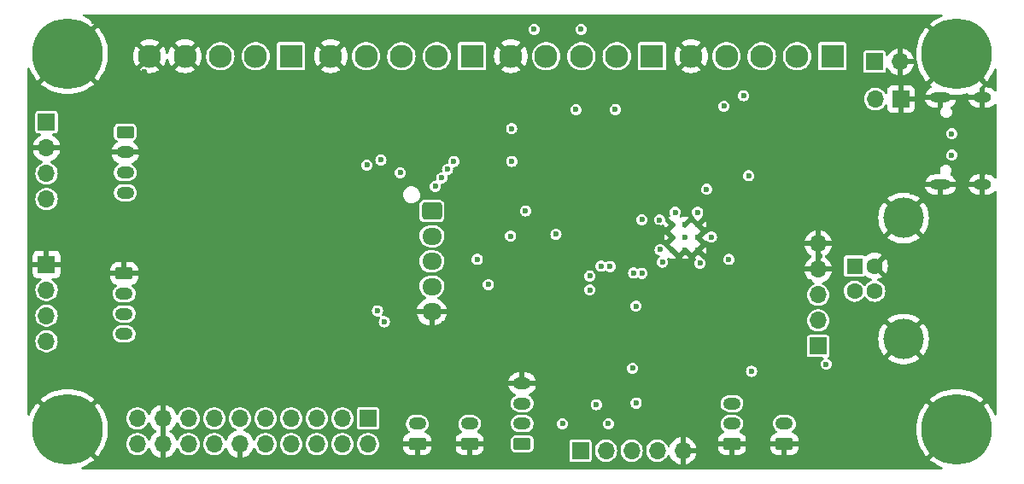
<source format=gbr>
%TF.GenerationSoftware,KiCad,Pcbnew,(7.0.0-0)*%
%TF.CreationDate,2023-06-11T14:21:35-06:00*%
%TF.ProjectId,ReflexFightingBoard,5265666c-6578-4466-9967-6874696e6742,rev?*%
%TF.SameCoordinates,Original*%
%TF.FileFunction,Copper,L2,Inr*%
%TF.FilePolarity,Positive*%
%FSLAX46Y46*%
G04 Gerber Fmt 4.6, Leading zero omitted, Abs format (unit mm)*
G04 Created by KiCad (PCBNEW (7.0.0-0)) date 2023-06-11 14:21:35*
%MOMM*%
%LPD*%
G01*
G04 APERTURE LIST*
G04 Aperture macros list*
%AMRoundRect*
0 Rectangle with rounded corners*
0 $1 Rounding radius*
0 $2 $3 $4 $5 $6 $7 $8 $9 X,Y pos of 4 corners*
0 Add a 4 corners polygon primitive as box body*
4,1,4,$2,$3,$4,$5,$6,$7,$8,$9,$2,$3,0*
0 Add four circle primitives for the rounded corners*
1,1,$1+$1,$2,$3*
1,1,$1+$1,$4,$5*
1,1,$1+$1,$6,$7*
1,1,$1+$1,$8,$9*
0 Add four rect primitives between the rounded corners*
20,1,$1+$1,$2,$3,$4,$5,0*
20,1,$1+$1,$4,$5,$6,$7,0*
20,1,$1+$1,$6,$7,$8,$9,0*
20,1,$1+$1,$8,$9,$2,$3,0*%
G04 Aperture macros list end*
%TA.AperFunction,ComponentPad*%
%ADD10R,1.700000X1.700000*%
%TD*%
%TA.AperFunction,ComponentPad*%
%ADD11O,1.700000X1.700000*%
%TD*%
%TA.AperFunction,ComponentPad*%
%ADD12RoundRect,0.249999X-0.625001X0.350001X-0.625001X-0.350001X0.625001X-0.350001X0.625001X0.350001X0*%
%TD*%
%TA.AperFunction,ComponentPad*%
%ADD13O,1.750000X1.200000*%
%TD*%
%TA.AperFunction,ComponentPad*%
%ADD14RoundRect,0.250000X0.625000X-0.350000X0.625000X0.350000X-0.625000X0.350000X-0.625000X-0.350000X0*%
%TD*%
%TA.AperFunction,ComponentPad*%
%ADD15R,2.300000X2.300000*%
%TD*%
%TA.AperFunction,ComponentPad*%
%ADD16C,2.300000*%
%TD*%
%TA.AperFunction,ComponentPad*%
%ADD17C,7.000000*%
%TD*%
%TA.AperFunction,ComponentPad*%
%ADD18R,1.600000X1.600000*%
%TD*%
%TA.AperFunction,ComponentPad*%
%ADD19C,1.600000*%
%TD*%
%TA.AperFunction,ComponentPad*%
%ADD20C,4.000000*%
%TD*%
%TA.AperFunction,ComponentPad*%
%ADD21C,0.600000*%
%TD*%
%TA.AperFunction,ComponentPad*%
%ADD22RoundRect,0.250000X-0.725000X0.600000X-0.725000X-0.600000X0.725000X-0.600000X0.725000X0.600000X0*%
%TD*%
%TA.AperFunction,ComponentPad*%
%ADD23O,1.950000X1.700000*%
%TD*%
%TA.AperFunction,ComponentPad*%
%ADD24O,2.100000X1.000000*%
%TD*%
%TA.AperFunction,ComponentPad*%
%ADD25O,1.800000X1.000000*%
%TD*%
%TA.AperFunction,ViaPad*%
%ADD26C,0.600000*%
%TD*%
G04 APERTURE END LIST*
D10*
%TO.N,/UP*%
%TO.C,J2*%
X137159999Y-119379999D03*
D11*
%TO.N,/DOWN*%
X137159999Y-121919999D03*
%TO.N,/RIGHT*%
X134619999Y-119379999D03*
%TO.N,/LEFT*%
X134619999Y-121919999D03*
%TO.N,/SELECT*%
X132079999Y-119379999D03*
%TO.N,/HOME*%
X132079999Y-121919999D03*
%TO.N,/START*%
X129539999Y-119379999D03*
%TO.N,/1P*%
X129539999Y-121919999D03*
%TO.N,/2P*%
X126999999Y-119379999D03*
%TO.N,/3P*%
X126999999Y-121919999D03*
%TO.N,/4P*%
X124459999Y-119379999D03*
%TO.N,GND*%
X124459999Y-121919999D03*
%TO.N,/1K*%
X121919999Y-119379999D03*
%TO.N,/2K*%
X121919999Y-121919999D03*
%TO.N,/3K*%
X119379999Y-119379999D03*
%TO.N,/4K*%
X119379999Y-121919999D03*
%TO.N,GND*%
X116839999Y-119379999D03*
X116839999Y-121919999D03*
%TO.N,/VBUS*%
X114299999Y-119379999D03*
X114299999Y-121919999D03*
%TD*%
D12*
%TO.N,Net-(J1-Pin_1)*%
%TO.C,J1*%
X113100000Y-90982800D03*
D13*
%TO.N,GND*%
X113099999Y-92982799D03*
%TO.N,/VBUS*%
X113099999Y-94982799D03*
X113099999Y-96982799D03*
%TD*%
D14*
%TO.N,GND*%
%TO.C,J3*%
X142050000Y-121900000D03*
D13*
%TO.N,/TURBO*%
X142049999Y-119899999D03*
%TD*%
D14*
%TO.N,GND*%
%TO.C,J4*%
X147250000Y-121900000D03*
D13*
%TO.N,Net-(J4-Pin_2)*%
X147249999Y-119899999D03*
%TD*%
D15*
%TO.N,/1K*%
%TO.C,J5*%
X165324999Y-83449999D03*
D16*
%TO.N,/2K*%
X161825000Y-83450000D03*
%TO.N,/3K*%
X158325000Y-83450000D03*
%TO.N,/4K*%
X154825000Y-83450000D03*
%TO.N,GND*%
X151325000Y-83450000D03*
%TD*%
D15*
%TO.N,/1P*%
%TO.C,J6*%
X147474999Y-83449999D03*
D16*
%TO.N,/2P*%
X143975000Y-83450000D03*
%TO.N,/3P*%
X140475000Y-83450000D03*
%TO.N,/4P*%
X136975000Y-83450000D03*
%TO.N,GND*%
X133475000Y-83450000D03*
%TD*%
D15*
%TO.N,/SELECT*%
%TO.C,J7*%
X129524999Y-83449999D03*
D16*
%TO.N,/START*%
X126025000Y-83450000D03*
%TO.N,/HOME*%
X122525000Y-83450000D03*
%TO.N,GND*%
X119025000Y-83450000D03*
X115525000Y-83450000D03*
%TD*%
D15*
%TO.N,/UP*%
%TO.C,J8*%
X183199999Y-83449999D03*
D16*
%TO.N,/DOWN*%
X179700000Y-83450000D03*
%TO.N,/RIGHT*%
X176200000Y-83450000D03*
%TO.N,/LEFT*%
X172700000Y-83450000D03*
%TO.N,GND*%
X169200000Y-83450000D03*
%TD*%
D12*
%TO.N,GND*%
%TO.C,J12*%
X113000000Y-105000000D03*
D13*
%TO.N,+3V3*%
X112999999Y-106999999D03*
%TO.N,/SDA*%
X112999999Y-108999999D03*
%TO.N,/SCL*%
X112999999Y-110999999D03*
%TD*%
D17*
%TO.N,GND*%
%TO.C,H1*%
X107378000Y-83200000D03*
%TD*%
%TO.N,GND*%
%TO.C,H3*%
X107378000Y-120460000D03*
%TD*%
%TO.N,GND*%
%TO.C,H4*%
X195517000Y-120460000D03*
%TD*%
%TO.N,GND*%
%TO.C,H2*%
X195517000Y-83248000D03*
%TD*%
D14*
%TO.N,GND*%
%TO.C,J26*%
X178450000Y-121900000D03*
D13*
%TO.N,/GPIO29_ADC3*%
X178449999Y-119899999D03*
%TD*%
D10*
%TO.N,/VBUS*%
%TO.C,J20*%
X187399999Y-84001951D03*
D11*
%TO.N,GND*%
X189939999Y-84001951D03*
%TD*%
D14*
%TO.N,/TP*%
%TO.C,J21*%
X152450000Y-121900000D03*
D13*
%TO.N,/LSB*%
X152449999Y-119899999D03*
%TO.N,/RSB*%
X152449999Y-117899999D03*
%TO.N,GND*%
X152449999Y-115899999D03*
%TD*%
D14*
%TO.N,GND*%
%TO.C,J11*%
X173250000Y-121900000D03*
D13*
%TO.N,/RS_TOGGLE*%
X173249999Y-119899999D03*
%TO.N,/LS_TOGGLE*%
X173249999Y-117899999D03*
%TD*%
D10*
%TO.N,GND*%
%TO.C,J14*%
X189999999Y-87699999D03*
D11*
%TO.N,/~{USB_BOOT}*%
X187459999Y-87699999D03*
%TD*%
D18*
%TO.N,/VBUS*%
%TO.C,J16*%
X185399999Y-104249999D03*
D19*
%TO.N,/USB_D-*%
X185400000Y-106750000D03*
%TO.N,/USB_D+*%
X187400000Y-106750000D03*
%TO.N,GND*%
X187400000Y-104250000D03*
D20*
X190260000Y-99500000D03*
X190260000Y-111500000D03*
%TD*%
D10*
%TO.N,Net-(J1-Pin_1)*%
%TO.C,J19*%
X105299999Y-89999999D03*
D11*
%TO.N,GND*%
X105299999Y-92539999D03*
%TO.N,/VBUS*%
X105299999Y-95079999D03*
X105299999Y-97619999D03*
%TD*%
D10*
%TO.N,/GPIO22_5V*%
%TO.C,J22*%
X158224999Y-122574999D03*
D11*
%TO.N,/GPIO23_5V*%
X160764999Y-122574999D03*
%TO.N,/GPIO24*%
X163304999Y-122574999D03*
%TO.N,/VBUS*%
X165844999Y-122574999D03*
%TO.N,GND*%
X168384999Y-122574999D03*
%TD*%
D21*
%TO.N,GND*%
%TO.C,U4*%
X169895000Y-100155000D03*
X168620000Y-100155000D03*
X167345000Y-100155000D03*
X169895000Y-101430000D03*
X168620000Y-101430000D03*
X167345000Y-101430000D03*
X169895000Y-102705000D03*
X168620000Y-102705000D03*
X167345000Y-102705000D03*
%TD*%
D10*
%TO.N,GND*%
%TO.C,J10*%
X105299999Y-104099999D03*
D11*
%TO.N,+3V3*%
X105299999Y-106639999D03*
%TO.N,/SDA*%
X105299999Y-109179999D03*
%TO.N,/SCL*%
X105299999Y-111719999D03*
%TD*%
D22*
%TO.N,/UP*%
%TO.C,J17*%
X143500000Y-98800000D03*
D23*
%TO.N,/DOWN*%
X143499999Y-101299999D03*
%TO.N,/RIGHT*%
X143499999Y-103799999D03*
%TO.N,/LEFT*%
X143499999Y-106299999D03*
%TO.N,GND*%
X143499999Y-108799999D03*
%TD*%
D24*
%TO.N,GND*%
%TO.C,J15*%
X193943336Y-96193999D03*
D25*
X198093336Y-96193999D03*
D24*
X193943336Y-87553999D03*
D25*
X198093336Y-87553999D03*
%TD*%
D10*
%TO.N,/VBUS*%
%TO.C,J24*%
X181799999Y-112199999D03*
D11*
%TO.N,/USB_D-*%
X181799999Y-109659999D03*
%TO.N,/USB_D+*%
X181799999Y-107119999D03*
%TO.N,GND*%
X181799999Y-104579999D03*
X181799999Y-102039999D03*
%TD*%
D26*
%TO.N,GND*%
X110000000Y-80000000D03*
X182390000Y-95490000D03*
X196300000Y-102800000D03*
X187600000Y-92580000D03*
X120000000Y-100000000D03*
X173300000Y-94200000D03*
X115000000Y-80000000D03*
X177800000Y-104983011D03*
X165997502Y-100434757D03*
X115000000Y-105000000D03*
X133610000Y-100280000D03*
X176090000Y-100710000D03*
X120000000Y-80000000D03*
X189237740Y-106125500D03*
X131040000Y-90650000D03*
X161760000Y-102100000D03*
X182000000Y-103310000D03*
X186341645Y-108094411D03*
X137900000Y-112600000D03*
X184300000Y-88800000D03*
X124320000Y-92200000D03*
X160000000Y-80000000D03*
X141875000Y-85675000D03*
X154690000Y-94000000D03*
X192098011Y-105848011D03*
X152970000Y-89770000D03*
X182975500Y-106247664D03*
X193845260Y-100920760D03*
X115000000Y-95000000D03*
X130800000Y-104800000D03*
X155360000Y-89710000D03*
X178900000Y-99700000D03*
X140600000Y-108800000D03*
X155800000Y-100100000D03*
X110000000Y-95000000D03*
X179275500Y-106200000D03*
X173540000Y-89430000D03*
X160955000Y-97275000D03*
X144740000Y-110000000D03*
X171100000Y-107800000D03*
X189925908Y-95774092D03*
X177850000Y-109550000D03*
X184881854Y-107941735D03*
X178734183Y-104023166D03*
X118855500Y-113500000D03*
X166960264Y-111949011D03*
X138900000Y-85700000D03*
X159789989Y-87670000D03*
X165000000Y-80000000D03*
X189900000Y-114600000D03*
X165000000Y-85425000D03*
X128310000Y-100240000D03*
X171850000Y-113150000D03*
X144770000Y-100150000D03*
X130800000Y-115400000D03*
X164150000Y-113600000D03*
X180258411Y-109041589D03*
X105000000Y-100000000D03*
X110000000Y-100000000D03*
X195000000Y-115000000D03*
X113900000Y-113100000D03*
X115000000Y-90000000D03*
X190906989Y-104706989D03*
X196250000Y-90040000D03*
X122500000Y-108200000D03*
X181800000Y-88900000D03*
X156800000Y-85225000D03*
X121800000Y-89400000D03*
X171900000Y-95100000D03*
X188876383Y-107774500D03*
X188540000Y-122560000D03*
X134790000Y-105000000D03*
X169520000Y-114550000D03*
X110000000Y-90000000D03*
X179700000Y-85375000D03*
X190593613Y-92189500D03*
X115000000Y-100000000D03*
X144740000Y-105020000D03*
X115000000Y-85000000D03*
X111520000Y-85190000D03*
X170450000Y-90000000D03*
X188775500Y-93000000D03*
X110640000Y-117780000D03*
X170000000Y-80000000D03*
X191141589Y-94658411D03*
X189217330Y-91217330D03*
X117790000Y-98240000D03*
X127700000Y-87100000D03*
X145400000Y-112300000D03*
X139620000Y-120530000D03*
X105000000Y-115000000D03*
X130125000Y-85325000D03*
X190424500Y-93600000D03*
X171210000Y-110140000D03*
X156700000Y-97300000D03*
X192191589Y-95708411D03*
X120000000Y-95000000D03*
X177143675Y-103926276D03*
X168400000Y-91700000D03*
X115600000Y-116100000D03*
X193824500Y-98400000D03*
X165280000Y-91610000D03*
X164378114Y-89581655D03*
X183171589Y-109171589D03*
X174800000Y-85275000D03*
X140700000Y-112300000D03*
X151125000Y-85375000D03*
X167310000Y-107800000D03*
X192175500Y-102710000D03*
X165680000Y-94540000D03*
X110000000Y-115000000D03*
X125000000Y-115000000D03*
X167080537Y-95533640D03*
X190698011Y-107248011D03*
X168575000Y-85450000D03*
X158410000Y-111640000D03*
X132250000Y-86900000D03*
X175100000Y-101400000D03*
X180924500Y-105800000D03*
X158870000Y-101710000D03*
X139210000Y-100220000D03*
X135000000Y-90000000D03*
X159650000Y-85150000D03*
X193253011Y-104693011D03*
X196400000Y-108500000D03*
X188830500Y-94621269D03*
X191075908Y-96924092D03*
X120875000Y-84950000D03*
X175660000Y-115840000D03*
X140900000Y-105000000D03*
X172900000Y-111820000D03*
X142100000Y-88600000D03*
X120000000Y-105000000D03*
X184600000Y-101000000D03*
X104170000Y-117770000D03*
X185000000Y-114600000D03*
X190200000Y-90540500D03*
X186662553Y-105609786D03*
X182660000Y-121530000D03*
X191900000Y-92189500D03*
X138790000Y-89970000D03*
X174900000Y-104000000D03*
X185000000Y-120000000D03*
X184900000Y-90200000D03*
X182000000Y-114500000D03*
X104100000Y-86200000D03*
X155870000Y-79999989D03*
X150000000Y-90000000D03*
X155520000Y-110070000D03*
X135270000Y-110020000D03*
X125000000Y-100000000D03*
X125000000Y-80000000D03*
X145740000Y-88820000D03*
X180202048Y-102487561D03*
X193824500Y-102700000D03*
%TO.N,/UP*%
X152787500Y-98787500D03*
X138100000Y-108700000D03*
%TO.N,/DOWN*%
X151300000Y-101300000D03*
X138785600Y-109783600D03*
%TO.N,/RIGHT*%
X148000000Y-103600000D03*
X174399154Y-87349154D03*
%TO.N,/LEFT*%
X172460000Y-88410000D03*
X149100000Y-106100000D03*
%TO.N,/SELECT*%
X163505878Y-104955878D03*
X138450000Y-93725500D03*
X145680000Y-93870000D03*
%TO.N,/HOME*%
X144470000Y-95520000D03*
X166350000Y-103870000D03*
X140370000Y-95000000D03*
%TO.N,/START*%
X164330000Y-104980000D03*
X137060000Y-94250000D03*
X145050000Y-94670000D03*
%TO.N,/3K*%
X158300000Y-80775500D03*
%TO.N,/4K*%
X153640000Y-80775500D03*
%TO.N,/SDA*%
X159160000Y-105240000D03*
X169840000Y-98920500D03*
%TO.N,/SCL*%
X159170000Y-106630000D03*
X170730000Y-96650000D03*
%TO.N,/TURBO*%
X160280000Y-104274500D03*
X164330000Y-99674500D03*
%TO.N,/RUN*%
X182600000Y-114000000D03*
X163739122Y-108239122D03*
%TO.N,/RGB*%
X143840000Y-96360000D03*
X170091697Y-103980971D03*
%TO.N,/TURBO_LED*%
X166070988Y-99688866D03*
X161170000Y-104300000D03*
%TO.N,+3V3*%
X155800000Y-101100000D03*
X163750000Y-117850000D03*
X159800000Y-118000000D03*
X167620000Y-98930000D03*
X163400000Y-114400000D03*
X175200000Y-114700000D03*
%TO.N,+1V1*%
X171208590Y-101388684D03*
X166130000Y-102630000D03*
X172944500Y-103600000D03*
%TO.N,/VBUS*%
X195040000Y-91140000D03*
X156450000Y-119900000D03*
X151410000Y-90620000D03*
X157790000Y-88750000D03*
X151420000Y-93870000D03*
X195040000Y-93262740D03*
X161680000Y-88730000D03*
X161000000Y-119900000D03*
%TO.N,/~{USB_BOOT}*%
X174896720Y-95303280D03*
%TD*%
%TA.AperFunction,Conductor*%
%TO.N,GND*%
G36*
X194068648Y-79292719D02*
G01*
X194115130Y-79344512D01*
X194127028Y-79413080D01*
X194100712Y-79477506D01*
X194044210Y-79518134D01*
X193984280Y-79539577D01*
X193978562Y-79541945D01*
X193628144Y-79707680D01*
X193622722Y-79710578D01*
X193290239Y-79909861D01*
X193285103Y-79913293D01*
X192973775Y-80144190D01*
X192968988Y-80148118D01*
X192880608Y-80228221D01*
X192873246Y-80239846D01*
X192880029Y-80251819D01*
X198513181Y-85884971D01*
X198525152Y-85891752D01*
X198536777Y-85884391D01*
X198616882Y-85796010D01*
X198620808Y-85791226D01*
X198851706Y-85479896D01*
X198855138Y-85474760D01*
X199054421Y-85142277D01*
X199057319Y-85136855D01*
X199223054Y-84786437D01*
X199225422Y-84780719D01*
X199246866Y-84720790D01*
X199287494Y-84664288D01*
X199351920Y-84637972D01*
X199420488Y-84649870D01*
X199472281Y-84696352D01*
X199491500Y-84763238D01*
X199491500Y-86829201D01*
X199476622Y-86888597D01*
X199435502Y-86933966D01*
X199377850Y-86954594D01*
X199317282Y-86945610D01*
X199268101Y-86909134D01*
X199213475Y-86842572D01*
X199204764Y-86833861D01*
X199060851Y-86715755D01*
X199050598Y-86708904D01*
X198886406Y-86621141D01*
X198875023Y-86616426D01*
X198696868Y-86562383D01*
X198684774Y-86559977D01*
X198545935Y-86546303D01*
X198539763Y-86546000D01*
X198363927Y-86546000D01*
X198350843Y-86549506D01*
X198347337Y-86562590D01*
X198347337Y-88545410D01*
X198350843Y-88558493D01*
X198363927Y-88562000D01*
X198539763Y-88562000D01*
X198545935Y-88561696D01*
X198684774Y-88548022D01*
X198696868Y-88545616D01*
X198875023Y-88491573D01*
X198886406Y-88486858D01*
X199050598Y-88399095D01*
X199060851Y-88392244D01*
X199204764Y-88274138D01*
X199213475Y-88265427D01*
X199268101Y-88198866D01*
X199317282Y-88162390D01*
X199377850Y-88153406D01*
X199435502Y-88174034D01*
X199476622Y-88219403D01*
X199491500Y-88278799D01*
X199491500Y-95469201D01*
X199476622Y-95528597D01*
X199435502Y-95573966D01*
X199377850Y-95594594D01*
X199317282Y-95585610D01*
X199268101Y-95549134D01*
X199213475Y-95482572D01*
X199204764Y-95473861D01*
X199060851Y-95355755D01*
X199050598Y-95348904D01*
X198886406Y-95261141D01*
X198875023Y-95256426D01*
X198696868Y-95202383D01*
X198684774Y-95199977D01*
X198545935Y-95186303D01*
X198539763Y-95186000D01*
X198363927Y-95186000D01*
X198350843Y-95189506D01*
X198347337Y-95202590D01*
X198347337Y-97185410D01*
X198350843Y-97198493D01*
X198363927Y-97202000D01*
X198539763Y-97202000D01*
X198545935Y-97201696D01*
X198684774Y-97188022D01*
X198696868Y-97185616D01*
X198875023Y-97131573D01*
X198886406Y-97126858D01*
X199050598Y-97039095D01*
X199060851Y-97032244D01*
X199204764Y-96914138D01*
X199213475Y-96905427D01*
X199268101Y-96838866D01*
X199317282Y-96802390D01*
X199377850Y-96793406D01*
X199435502Y-96814034D01*
X199476622Y-96859403D01*
X199491500Y-96918799D01*
X199491500Y-118944762D01*
X199472281Y-119011648D01*
X199420488Y-119058130D01*
X199351920Y-119070028D01*
X199287494Y-119043712D01*
X199246866Y-118987210D01*
X199225422Y-118927280D01*
X199223054Y-118921562D01*
X199057319Y-118571144D01*
X199054421Y-118565722D01*
X198855138Y-118233239D01*
X198851706Y-118228103D01*
X198620808Y-117916773D01*
X198616881Y-117911988D01*
X198536776Y-117823607D01*
X198525152Y-117816246D01*
X198513181Y-117823027D01*
X195517000Y-120819210D01*
X192880027Y-123456181D01*
X192873246Y-123468152D01*
X192880607Y-123479776D01*
X192968988Y-123559881D01*
X192973773Y-123563808D01*
X193285103Y-123794706D01*
X193290239Y-123798138D01*
X193622722Y-123997421D01*
X193628144Y-124000319D01*
X193978562Y-124166054D01*
X193984280Y-124168422D01*
X194044210Y-124189866D01*
X194100712Y-124230494D01*
X194127028Y-124294920D01*
X194115130Y-124363488D01*
X194068648Y-124415281D01*
X194001762Y-124434500D01*
X108893238Y-124434500D01*
X108826352Y-124415281D01*
X108779870Y-124363488D01*
X108767972Y-124294920D01*
X108794288Y-124230494D01*
X108850790Y-124189866D01*
X108910719Y-124168422D01*
X108916437Y-124166054D01*
X109266855Y-124000319D01*
X109272277Y-123997421D01*
X109604760Y-123798138D01*
X109609896Y-123794706D01*
X109921226Y-123563808D01*
X109926010Y-123559882D01*
X110014391Y-123479777D01*
X110021752Y-123468152D01*
X110014971Y-123456181D01*
X110002677Y-123443887D01*
X157120500Y-123443887D01*
X157120501Y-123450066D01*
X157121707Y-123456132D01*
X157121708Y-123456137D01*
X157124098Y-123468152D01*
X157135266Y-123524301D01*
X157191516Y-123608484D01*
X157275699Y-123664734D01*
X157349933Y-123679500D01*
X159100066Y-123679499D01*
X159174301Y-123664734D01*
X159258484Y-123608484D01*
X159314734Y-123524301D01*
X159329500Y-123450067D01*
X159329499Y-122575000D01*
X159655768Y-122575000D01*
X159656306Y-122580806D01*
X159674116Y-122773015D01*
X159674117Y-122773025D01*
X159674655Y-122778821D01*
X159676249Y-122784426D01*
X159676250Y-122784427D01*
X159728955Y-122969669D01*
X159730672Y-122975701D01*
X159744378Y-123003226D01*
X159794434Y-123103753D01*
X159821912Y-123158935D01*
X159825421Y-123163582D01*
X159825422Y-123163583D01*
X159941755Y-123317634D01*
X159941759Y-123317638D01*
X159945268Y-123322285D01*
X159949570Y-123326207D01*
X159949573Y-123326210D01*
X160037466Y-123406335D01*
X160096538Y-123460186D01*
X160101489Y-123463251D01*
X160101491Y-123463253D01*
X160175992Y-123509382D01*
X160270573Y-123567944D01*
X160461444Y-123641888D01*
X160662653Y-123679500D01*
X160861519Y-123679500D01*
X160867347Y-123679500D01*
X161068556Y-123641888D01*
X161259427Y-123567944D01*
X161433462Y-123460186D01*
X161584732Y-123322285D01*
X161708088Y-123158935D01*
X161799328Y-122975701D01*
X161855345Y-122778821D01*
X161874232Y-122575000D01*
X162195768Y-122575000D01*
X162196306Y-122580806D01*
X162214116Y-122773015D01*
X162214117Y-122773025D01*
X162214655Y-122778821D01*
X162216249Y-122784426D01*
X162216250Y-122784427D01*
X162268955Y-122969669D01*
X162270672Y-122975701D01*
X162284378Y-123003226D01*
X162334434Y-123103753D01*
X162361912Y-123158935D01*
X162365421Y-123163582D01*
X162365422Y-123163583D01*
X162481755Y-123317634D01*
X162481759Y-123317638D01*
X162485268Y-123322285D01*
X162489570Y-123326207D01*
X162489573Y-123326210D01*
X162577466Y-123406335D01*
X162636538Y-123460186D01*
X162641489Y-123463251D01*
X162641491Y-123463253D01*
X162715992Y-123509382D01*
X162810573Y-123567944D01*
X163001444Y-123641888D01*
X163202653Y-123679500D01*
X163401519Y-123679500D01*
X163407347Y-123679500D01*
X163608556Y-123641888D01*
X163799427Y-123567944D01*
X163973462Y-123460186D01*
X164124732Y-123322285D01*
X164248088Y-123158935D01*
X164339328Y-122975701D01*
X164395345Y-122778821D01*
X164414232Y-122575000D01*
X164735768Y-122575000D01*
X164736306Y-122580806D01*
X164754116Y-122773015D01*
X164754117Y-122773025D01*
X164754655Y-122778821D01*
X164756249Y-122784426D01*
X164756250Y-122784427D01*
X164808955Y-122969669D01*
X164810672Y-122975701D01*
X164824378Y-123003226D01*
X164874434Y-123103753D01*
X164901912Y-123158935D01*
X164905421Y-123163582D01*
X164905422Y-123163583D01*
X165021755Y-123317634D01*
X165021759Y-123317638D01*
X165025268Y-123322285D01*
X165029570Y-123326207D01*
X165029573Y-123326210D01*
X165117466Y-123406335D01*
X165176538Y-123460186D01*
X165181489Y-123463251D01*
X165181491Y-123463253D01*
X165255992Y-123509382D01*
X165350573Y-123567944D01*
X165541444Y-123641888D01*
X165742653Y-123679500D01*
X165941519Y-123679500D01*
X165947347Y-123679500D01*
X166148556Y-123641888D01*
X166339427Y-123567944D01*
X166513462Y-123460186D01*
X166664732Y-123322285D01*
X166788088Y-123158935D01*
X166865270Y-123003932D01*
X166902907Y-122958965D01*
X166956830Y-122935903D01*
X167015352Y-122939748D01*
X167065793Y-122969669D01*
X167096139Y-123017470D01*
X167096178Y-123017453D01*
X167096288Y-123017706D01*
X167097226Y-123019182D01*
X167098269Y-123022221D01*
X167184488Y-123218778D01*
X167189431Y-123227913D01*
X167306822Y-123407593D01*
X167313210Y-123415799D01*
X167458567Y-123573700D01*
X167466211Y-123580737D01*
X167635588Y-123712568D01*
X167644281Y-123718247D01*
X167833042Y-123820400D01*
X167842559Y-123824575D01*
X168045557Y-123894264D01*
X168055627Y-123896814D01*
X168117461Y-123907132D01*
X168128598Y-123906556D01*
X168131000Y-123895664D01*
X168639000Y-123895664D01*
X168641401Y-123906556D01*
X168652538Y-123907132D01*
X168714372Y-123896814D01*
X168724442Y-123894264D01*
X168927440Y-123824575D01*
X168936957Y-123820400D01*
X169125718Y-123718247D01*
X169134411Y-123712568D01*
X169303788Y-123580737D01*
X169311432Y-123573700D01*
X169456789Y-123415799D01*
X169463177Y-123407593D01*
X169580568Y-123227913D01*
X169585511Y-123218778D01*
X169671729Y-123022223D01*
X169675099Y-123012408D01*
X169718013Y-122842943D01*
X169718248Y-122831565D01*
X169707160Y-122829000D01*
X168655590Y-122829000D01*
X168642506Y-122832506D01*
X168639000Y-122845590D01*
X168639000Y-123895664D01*
X168131000Y-123895664D01*
X168131000Y-122304410D01*
X168639000Y-122304410D01*
X168642506Y-122317493D01*
X168655590Y-122321000D01*
X169707160Y-122321000D01*
X169718248Y-122318434D01*
X169718013Y-122307056D01*
X169715543Y-122297303D01*
X171867000Y-122297303D01*
X171867325Y-122303692D01*
X171876907Y-122397488D01*
X171879767Y-122410846D01*
X171931035Y-122565564D01*
X171937192Y-122578767D01*
X172022511Y-122717091D01*
X172031558Y-122728532D01*
X172146467Y-122843441D01*
X172157908Y-122852488D01*
X172296232Y-122937807D01*
X172309435Y-122943964D01*
X172464153Y-122995232D01*
X172477511Y-122998092D01*
X172571307Y-123007674D01*
X172577697Y-123008000D01*
X172979410Y-123008000D01*
X172992493Y-123004493D01*
X172996000Y-122991410D01*
X173504000Y-122991410D01*
X173507506Y-123004493D01*
X173520590Y-123008000D01*
X173922303Y-123008000D01*
X173928692Y-123007674D01*
X174022488Y-122998092D01*
X174035846Y-122995232D01*
X174190564Y-122943964D01*
X174203767Y-122937807D01*
X174342091Y-122852488D01*
X174353532Y-122843441D01*
X174468441Y-122728532D01*
X174477488Y-122717091D01*
X174562807Y-122578767D01*
X174568964Y-122565564D01*
X174620232Y-122410846D01*
X174623092Y-122397488D01*
X174632674Y-122303692D01*
X174633000Y-122297303D01*
X177067000Y-122297303D01*
X177067325Y-122303692D01*
X177076907Y-122397488D01*
X177079767Y-122410846D01*
X177131035Y-122565564D01*
X177137192Y-122578767D01*
X177222511Y-122717091D01*
X177231558Y-122728532D01*
X177346467Y-122843441D01*
X177357908Y-122852488D01*
X177496232Y-122937807D01*
X177509435Y-122943964D01*
X177664153Y-122995232D01*
X177677511Y-122998092D01*
X177771307Y-123007674D01*
X177777697Y-123008000D01*
X178179410Y-123008000D01*
X178192493Y-123004493D01*
X178196000Y-122991410D01*
X178704000Y-122991410D01*
X178707506Y-123004493D01*
X178720590Y-123008000D01*
X179122303Y-123008000D01*
X179128692Y-123007674D01*
X179222488Y-122998092D01*
X179235846Y-122995232D01*
X179390564Y-122943964D01*
X179403767Y-122937807D01*
X179542091Y-122852488D01*
X179553532Y-122843441D01*
X179668441Y-122728532D01*
X179677488Y-122717091D01*
X179762807Y-122578767D01*
X179768964Y-122565564D01*
X179820232Y-122410846D01*
X179823092Y-122397488D01*
X179832674Y-122303692D01*
X179833000Y-122297303D01*
X179833000Y-122170590D01*
X179829493Y-122157506D01*
X179816410Y-122154000D01*
X178720590Y-122154000D01*
X178707506Y-122157506D01*
X178704000Y-122170590D01*
X178704000Y-122991410D01*
X178196000Y-122991410D01*
X178196000Y-122170590D01*
X178192493Y-122157506D01*
X178179410Y-122154000D01*
X177083590Y-122154000D01*
X177070506Y-122157506D01*
X177067000Y-122170590D01*
X177067000Y-122297303D01*
X174633000Y-122297303D01*
X174633000Y-122170590D01*
X174629493Y-122157506D01*
X174616410Y-122154000D01*
X173520590Y-122154000D01*
X173507506Y-122157506D01*
X173504000Y-122170590D01*
X173504000Y-122991410D01*
X172996000Y-122991410D01*
X172996000Y-122170590D01*
X172992493Y-122157506D01*
X172979410Y-122154000D01*
X171883590Y-122154000D01*
X171870506Y-122157506D01*
X171867000Y-122170590D01*
X171867000Y-122297303D01*
X169715543Y-122297303D01*
X169675099Y-122137591D01*
X169671729Y-122127776D01*
X169585511Y-121931221D01*
X169580568Y-121922086D01*
X169463177Y-121742406D01*
X169456789Y-121734200D01*
X169360324Y-121629410D01*
X171867000Y-121629410D01*
X171870506Y-121642493D01*
X171883590Y-121646000D01*
X174616410Y-121646000D01*
X174629493Y-121642493D01*
X174633000Y-121629410D01*
X177067000Y-121629410D01*
X177070506Y-121642493D01*
X177083590Y-121646000D01*
X179816410Y-121646000D01*
X179829493Y-121642493D01*
X179833000Y-121629410D01*
X179833000Y-121502698D01*
X179832674Y-121496307D01*
X179823092Y-121402511D01*
X179820232Y-121389153D01*
X179768964Y-121234435D01*
X179762807Y-121221232D01*
X179677488Y-121082908D01*
X179668441Y-121071467D01*
X179553532Y-120956558D01*
X179542091Y-120947511D01*
X179403767Y-120862192D01*
X179390557Y-120856032D01*
X179265774Y-120814683D01*
X179207497Y-120774387D01*
X179180180Y-120709013D01*
X179192459Y-120639233D01*
X179234844Y-120593203D01*
X179233877Y-120591931D01*
X179239315Y-120587796D01*
X179245171Y-120584273D01*
X179373098Y-120463094D01*
X191504318Y-120463094D01*
X191523337Y-120850237D01*
X191523942Y-120856387D01*
X191580816Y-121239798D01*
X191582023Y-121245867D01*
X191676206Y-121621869D01*
X191677996Y-121627768D01*
X191808584Y-121992737D01*
X191810945Y-121998437D01*
X191976680Y-122348855D01*
X191979578Y-122354277D01*
X192178861Y-122686760D01*
X192182293Y-122691896D01*
X192413191Y-123003226D01*
X192417118Y-123008011D01*
X192497224Y-123096394D01*
X192508845Y-123103753D01*
X192520817Y-123096971D01*
X195146060Y-120471729D01*
X195152832Y-120459999D01*
X195146060Y-120448270D01*
X192520819Y-117823029D01*
X192508846Y-117816246D01*
X192497221Y-117823608D01*
X192417118Y-117911988D01*
X192413190Y-117916775D01*
X192182293Y-118228103D01*
X192178861Y-118233239D01*
X191979578Y-118565722D01*
X191976680Y-118571144D01*
X191810945Y-118921562D01*
X191808584Y-118927262D01*
X191677996Y-119292231D01*
X191676206Y-119298130D01*
X191582023Y-119674132D01*
X191580816Y-119680201D01*
X191523942Y-120063612D01*
X191523337Y-120069762D01*
X191504318Y-120456906D01*
X191504318Y-120463094D01*
X179373098Y-120463094D01*
X179380108Y-120456454D01*
X179484413Y-120302615D01*
X179553209Y-120129951D01*
X179583278Y-119946535D01*
X179573216Y-119760942D01*
X179523492Y-119581852D01*
X179436431Y-119417638D01*
X179404461Y-119380000D01*
X179320529Y-119281187D01*
X179320527Y-119281185D01*
X179316105Y-119275979D01*
X179168139Y-119163498D01*
X179161935Y-119160628D01*
X179161934Y-119160627D01*
X179005656Y-119088325D01*
X179005653Y-119088324D01*
X178999452Y-119085455D01*
X178992783Y-119083987D01*
X178992777Y-119083985D01*
X178824603Y-119046968D01*
X178824601Y-119046967D01*
X178817933Y-119045500D01*
X178128668Y-119045500D01*
X178125280Y-119045868D01*
X178125270Y-119045869D01*
X177997017Y-119059818D01*
X177997014Y-119059818D01*
X177990225Y-119060557D01*
X177983755Y-119062736D01*
X177983750Y-119062738D01*
X177820564Y-119117722D01*
X177820561Y-119117723D01*
X177814089Y-119119904D01*
X177808236Y-119123425D01*
X177808235Y-119123426D01*
X177660681Y-119212205D01*
X177660674Y-119212209D01*
X177654829Y-119215727D01*
X177649869Y-119220424D01*
X177649868Y-119220426D01*
X177524853Y-119338846D01*
X177524849Y-119338849D01*
X177519892Y-119343546D01*
X177516061Y-119349196D01*
X177516057Y-119349201D01*
X177419422Y-119491728D01*
X177419420Y-119491731D01*
X177415587Y-119497385D01*
X177413061Y-119503723D01*
X177413057Y-119503732D01*
X177349320Y-119663700D01*
X177349318Y-119663705D01*
X177346791Y-119670049D01*
X177345685Y-119676791D01*
X177345685Y-119676794D01*
X177321523Y-119824182D01*
X177316722Y-119853465D01*
X177317091Y-119860278D01*
X177317091Y-119860286D01*
X177326414Y-120032236D01*
X177326784Y-120039058D01*
X177328610Y-120045635D01*
X177328611Y-120045640D01*
X177374679Y-120211562D01*
X177376508Y-120218148D01*
X177379708Y-120224184D01*
X177379709Y-120224186D01*
X177440908Y-120339620D01*
X177463569Y-120382362D01*
X177467992Y-120387569D01*
X177467994Y-120387572D01*
X177578413Y-120517568D01*
X177583895Y-120524021D01*
X177675108Y-120593359D01*
X177715964Y-120647175D01*
X177723144Y-120714362D01*
X177694580Y-120775597D01*
X177638489Y-120813270D01*
X177509440Y-120856033D01*
X177496232Y-120862192D01*
X177357908Y-120947511D01*
X177346467Y-120956558D01*
X177231558Y-121071467D01*
X177222511Y-121082908D01*
X177137192Y-121221232D01*
X177131035Y-121234435D01*
X177079767Y-121389153D01*
X177076907Y-121402511D01*
X177067325Y-121496307D01*
X177067000Y-121502698D01*
X177067000Y-121629410D01*
X174633000Y-121629410D01*
X174633000Y-121502698D01*
X174632674Y-121496307D01*
X174623092Y-121402511D01*
X174620232Y-121389153D01*
X174568964Y-121234435D01*
X174562807Y-121221232D01*
X174477488Y-121082908D01*
X174468441Y-121071467D01*
X174353532Y-120956558D01*
X174342091Y-120947511D01*
X174203767Y-120862192D01*
X174190557Y-120856032D01*
X174065774Y-120814683D01*
X174007497Y-120774387D01*
X173980180Y-120709013D01*
X173992459Y-120639233D01*
X174034844Y-120593203D01*
X174033877Y-120591931D01*
X174039315Y-120587796D01*
X174045171Y-120584273D01*
X174180108Y-120456454D01*
X174284413Y-120302615D01*
X174353209Y-120129951D01*
X174383278Y-119946535D01*
X174373216Y-119760942D01*
X174323492Y-119581852D01*
X174236431Y-119417638D01*
X174204461Y-119380000D01*
X174120529Y-119281187D01*
X174120527Y-119281185D01*
X174116105Y-119275979D01*
X173968139Y-119163498D01*
X173961935Y-119160628D01*
X173961934Y-119160627D01*
X173805656Y-119088325D01*
X173805653Y-119088324D01*
X173799452Y-119085455D01*
X173792783Y-119083987D01*
X173792777Y-119083985D01*
X173624603Y-119046968D01*
X173624601Y-119046967D01*
X173617933Y-119045500D01*
X172928668Y-119045500D01*
X172925280Y-119045868D01*
X172925270Y-119045869D01*
X172797017Y-119059818D01*
X172797014Y-119059818D01*
X172790225Y-119060557D01*
X172783755Y-119062736D01*
X172783750Y-119062738D01*
X172620564Y-119117722D01*
X172620561Y-119117723D01*
X172614089Y-119119904D01*
X172608236Y-119123425D01*
X172608235Y-119123426D01*
X172460681Y-119212205D01*
X172460674Y-119212209D01*
X172454829Y-119215727D01*
X172449869Y-119220424D01*
X172449868Y-119220426D01*
X172324853Y-119338846D01*
X172324849Y-119338849D01*
X172319892Y-119343546D01*
X172316061Y-119349196D01*
X172316057Y-119349201D01*
X172219422Y-119491728D01*
X172219420Y-119491731D01*
X172215587Y-119497385D01*
X172213061Y-119503723D01*
X172213057Y-119503732D01*
X172149320Y-119663700D01*
X172149318Y-119663705D01*
X172146791Y-119670049D01*
X172145685Y-119676791D01*
X172145685Y-119676794D01*
X172121523Y-119824182D01*
X172116722Y-119853465D01*
X172117091Y-119860278D01*
X172117091Y-119860286D01*
X172126414Y-120032236D01*
X172126784Y-120039058D01*
X172128610Y-120045635D01*
X172128611Y-120045640D01*
X172174679Y-120211562D01*
X172176508Y-120218148D01*
X172179708Y-120224184D01*
X172179709Y-120224186D01*
X172240908Y-120339620D01*
X172263569Y-120382362D01*
X172267992Y-120387569D01*
X172267994Y-120387572D01*
X172378413Y-120517568D01*
X172383895Y-120524021D01*
X172475108Y-120593359D01*
X172515964Y-120647175D01*
X172523144Y-120714362D01*
X172494580Y-120775597D01*
X172438489Y-120813270D01*
X172309440Y-120856033D01*
X172296232Y-120862192D01*
X172157908Y-120947511D01*
X172146467Y-120956558D01*
X172031558Y-121071467D01*
X172022511Y-121082908D01*
X171937192Y-121221232D01*
X171931035Y-121234435D01*
X171879767Y-121389153D01*
X171876907Y-121402511D01*
X171867325Y-121496307D01*
X171867000Y-121502698D01*
X171867000Y-121629410D01*
X169360324Y-121629410D01*
X169311432Y-121576299D01*
X169303788Y-121569262D01*
X169134411Y-121437431D01*
X169125718Y-121431752D01*
X168936957Y-121329599D01*
X168927440Y-121325424D01*
X168724442Y-121255735D01*
X168714372Y-121253185D01*
X168652538Y-121242867D01*
X168641401Y-121243443D01*
X168639000Y-121254336D01*
X168639000Y-122304410D01*
X168131000Y-122304410D01*
X168131000Y-121254336D01*
X168128598Y-121243443D01*
X168117461Y-121242867D01*
X168055627Y-121253185D01*
X168045557Y-121255735D01*
X167842559Y-121325424D01*
X167833042Y-121329599D01*
X167644281Y-121431752D01*
X167635588Y-121437431D01*
X167466211Y-121569262D01*
X167458567Y-121576299D01*
X167313210Y-121734200D01*
X167306822Y-121742406D01*
X167189431Y-121922086D01*
X167184488Y-121931221D01*
X167098272Y-122127772D01*
X167097225Y-122130822D01*
X167096285Y-122132301D01*
X167096178Y-122132547D01*
X167096140Y-122132530D01*
X167065790Y-122180333D01*
X167015349Y-122210252D01*
X166956828Y-122214096D01*
X166902906Y-122191033D01*
X166865268Y-122146064D01*
X166788088Y-121991065D01*
X166730038Y-121914194D01*
X166668244Y-121832365D01*
X166668241Y-121832361D01*
X166664732Y-121827715D01*
X166660429Y-121823792D01*
X166660426Y-121823789D01*
X166521340Y-121696996D01*
X166513462Y-121689814D01*
X166508512Y-121686749D01*
X166508508Y-121686746D01*
X166344387Y-121585127D01*
X166344386Y-121585126D01*
X166339427Y-121582056D01*
X166306402Y-121569262D01*
X166153989Y-121510216D01*
X166153981Y-121510213D01*
X166148556Y-121508112D01*
X166142839Y-121507043D01*
X166142831Y-121507041D01*
X165953073Y-121471570D01*
X165953069Y-121471569D01*
X165947347Y-121470500D01*
X165742653Y-121470500D01*
X165736931Y-121471569D01*
X165736926Y-121471570D01*
X165547168Y-121507041D01*
X165547157Y-121507043D01*
X165541444Y-121508112D01*
X165536021Y-121510212D01*
X165536010Y-121510216D01*
X165356011Y-121579949D01*
X165356008Y-121579950D01*
X165350573Y-121582056D01*
X165345617Y-121585124D01*
X165345612Y-121585127D01*
X165181491Y-121686746D01*
X165181481Y-121686752D01*
X165176538Y-121689814D01*
X165172239Y-121693732D01*
X165172235Y-121693736D01*
X165029573Y-121823789D01*
X165029565Y-121823797D01*
X165025268Y-121827715D01*
X165021763Y-121832355D01*
X165021755Y-121832365D01*
X164905422Y-121986416D01*
X164905418Y-121986421D01*
X164901912Y-121991065D01*
X164899319Y-121996273D01*
X164899314Y-121996281D01*
X164819034Y-122157506D01*
X164810672Y-122174299D01*
X164809078Y-122179899D01*
X164809076Y-122179906D01*
X164756642Y-122364195D01*
X164754655Y-122371179D01*
X164754118Y-122376972D01*
X164754116Y-122376984D01*
X164736808Y-122563778D01*
X164735768Y-122575000D01*
X164414232Y-122575000D01*
X164409320Y-122521996D01*
X164395883Y-122376984D01*
X164395882Y-122376983D01*
X164395345Y-122371179D01*
X164339328Y-122174299D01*
X164248088Y-121991065D01*
X164190038Y-121914194D01*
X164128244Y-121832365D01*
X164128241Y-121832361D01*
X164124732Y-121827715D01*
X164120429Y-121823792D01*
X164120426Y-121823789D01*
X163981340Y-121696996D01*
X163973462Y-121689814D01*
X163968512Y-121686749D01*
X163968508Y-121686746D01*
X163804387Y-121585127D01*
X163804386Y-121585126D01*
X163799427Y-121582056D01*
X163766402Y-121569262D01*
X163613989Y-121510216D01*
X163613981Y-121510213D01*
X163608556Y-121508112D01*
X163602839Y-121507043D01*
X163602831Y-121507041D01*
X163413073Y-121471570D01*
X163413069Y-121471569D01*
X163407347Y-121470500D01*
X163202653Y-121470500D01*
X163196931Y-121471569D01*
X163196926Y-121471570D01*
X163007168Y-121507041D01*
X163007157Y-121507043D01*
X163001444Y-121508112D01*
X162996021Y-121510212D01*
X162996010Y-121510216D01*
X162816011Y-121579949D01*
X162816008Y-121579950D01*
X162810573Y-121582056D01*
X162805617Y-121585124D01*
X162805612Y-121585127D01*
X162641491Y-121686746D01*
X162641481Y-121686752D01*
X162636538Y-121689814D01*
X162632239Y-121693732D01*
X162632235Y-121693736D01*
X162489573Y-121823789D01*
X162489565Y-121823797D01*
X162485268Y-121827715D01*
X162481763Y-121832355D01*
X162481755Y-121832365D01*
X162365422Y-121986416D01*
X162365418Y-121986421D01*
X162361912Y-121991065D01*
X162359319Y-121996273D01*
X162359314Y-121996281D01*
X162279034Y-122157506D01*
X162270672Y-122174299D01*
X162269078Y-122179899D01*
X162269076Y-122179906D01*
X162216642Y-122364195D01*
X162214655Y-122371179D01*
X162214118Y-122376972D01*
X162214116Y-122376984D01*
X162196808Y-122563778D01*
X162195768Y-122575000D01*
X161874232Y-122575000D01*
X161869320Y-122521996D01*
X161855883Y-122376984D01*
X161855882Y-122376983D01*
X161855345Y-122371179D01*
X161799328Y-122174299D01*
X161708088Y-121991065D01*
X161650038Y-121914194D01*
X161588244Y-121832365D01*
X161588241Y-121832361D01*
X161584732Y-121827715D01*
X161580429Y-121823792D01*
X161580426Y-121823789D01*
X161441340Y-121696996D01*
X161433462Y-121689814D01*
X161428512Y-121686749D01*
X161428508Y-121686746D01*
X161264387Y-121585127D01*
X161264386Y-121585126D01*
X161259427Y-121582056D01*
X161226402Y-121569262D01*
X161073989Y-121510216D01*
X161073981Y-121510213D01*
X161068556Y-121508112D01*
X161062839Y-121507043D01*
X161062831Y-121507041D01*
X160873073Y-121471570D01*
X160873069Y-121471569D01*
X160867347Y-121470500D01*
X160662653Y-121470500D01*
X160656931Y-121471569D01*
X160656926Y-121471570D01*
X160467168Y-121507041D01*
X160467157Y-121507043D01*
X160461444Y-121508112D01*
X160456021Y-121510212D01*
X160456010Y-121510216D01*
X160276011Y-121579949D01*
X160276008Y-121579950D01*
X160270573Y-121582056D01*
X160265617Y-121585124D01*
X160265612Y-121585127D01*
X160101491Y-121686746D01*
X160101481Y-121686752D01*
X160096538Y-121689814D01*
X160092239Y-121693732D01*
X160092235Y-121693736D01*
X159949573Y-121823789D01*
X159949565Y-121823797D01*
X159945268Y-121827715D01*
X159941763Y-121832355D01*
X159941755Y-121832365D01*
X159825422Y-121986416D01*
X159825418Y-121986421D01*
X159821912Y-121991065D01*
X159819319Y-121996273D01*
X159819314Y-121996281D01*
X159739034Y-122157506D01*
X159730672Y-122174299D01*
X159729078Y-122179899D01*
X159729076Y-122179906D01*
X159676642Y-122364195D01*
X159674655Y-122371179D01*
X159674118Y-122376972D01*
X159674116Y-122376984D01*
X159656808Y-122563778D01*
X159655768Y-122575000D01*
X159329499Y-122575000D01*
X159329499Y-121699934D01*
X159314734Y-121625699D01*
X159258484Y-121541516D01*
X159225234Y-121519299D01*
X159184620Y-121492161D01*
X159184619Y-121492160D01*
X159174301Y-121485266D01*
X159162131Y-121482845D01*
X159162128Y-121482844D01*
X159106135Y-121471707D01*
X159100067Y-121470500D01*
X159093880Y-121470500D01*
X157356122Y-121470500D01*
X157356111Y-121470500D01*
X157349934Y-121470501D01*
X157343868Y-121471707D01*
X157343862Y-121471708D01*
X157287874Y-121482844D01*
X157287871Y-121482844D01*
X157275699Y-121485266D01*
X157265379Y-121492161D01*
X157265378Y-121492162D01*
X157201832Y-121534622D01*
X157201829Y-121534624D01*
X157191516Y-121541516D01*
X157184624Y-121551829D01*
X157184622Y-121551832D01*
X157142161Y-121615379D01*
X157142159Y-121615381D01*
X157135266Y-121625699D01*
X157132845Y-121637867D01*
X157132844Y-121637871D01*
X157121707Y-121693864D01*
X157120500Y-121699933D01*
X157120500Y-121706118D01*
X157120500Y-121706119D01*
X157120500Y-123443877D01*
X157120500Y-123443887D01*
X110002677Y-123443887D01*
X107018790Y-120460000D01*
X107742167Y-120460000D01*
X107748939Y-120471729D01*
X110374181Y-123096971D01*
X110386152Y-123103752D01*
X110397777Y-123096391D01*
X110477882Y-123008010D01*
X110481808Y-123003226D01*
X110712706Y-122691896D01*
X110716138Y-122686760D01*
X110915421Y-122354277D01*
X110918319Y-122348855D01*
X111084054Y-121998437D01*
X111086415Y-121992737D01*
X111112441Y-121920000D01*
X113190768Y-121920000D01*
X113191306Y-121925806D01*
X113209116Y-122118015D01*
X113209117Y-122118025D01*
X113209655Y-122123821D01*
X113211249Y-122129426D01*
X113211250Y-122129427D01*
X113263955Y-122314669D01*
X113265672Y-122320701D01*
X113356912Y-122503935D01*
X113360421Y-122508582D01*
X113360422Y-122508583D01*
X113476755Y-122662634D01*
X113476759Y-122662638D01*
X113480268Y-122667285D01*
X113484570Y-122671207D01*
X113484573Y-122671210D01*
X113547453Y-122728532D01*
X113631538Y-122805186D01*
X113636489Y-122808251D01*
X113636491Y-122808253D01*
X113675661Y-122832506D01*
X113805573Y-122912944D01*
X113996444Y-122986888D01*
X114197653Y-123024500D01*
X114396519Y-123024500D01*
X114402347Y-123024500D01*
X114603556Y-122986888D01*
X114794427Y-122912944D01*
X114968462Y-122805186D01*
X115119732Y-122667285D01*
X115243088Y-122503935D01*
X115320270Y-122348932D01*
X115357907Y-122303965D01*
X115411830Y-122280903D01*
X115470352Y-122284748D01*
X115520793Y-122314669D01*
X115551139Y-122362470D01*
X115551178Y-122362453D01*
X115551288Y-122362706D01*
X115552226Y-122364182D01*
X115553269Y-122367221D01*
X115639488Y-122563778D01*
X115644431Y-122572913D01*
X115761822Y-122752593D01*
X115768210Y-122760799D01*
X115913567Y-122918700D01*
X115921211Y-122925737D01*
X116090588Y-123057568D01*
X116099281Y-123063247D01*
X116288042Y-123165400D01*
X116297559Y-123169575D01*
X116500557Y-123239264D01*
X116510627Y-123241814D01*
X116572461Y-123252132D01*
X116583598Y-123251556D01*
X116586000Y-123240664D01*
X117094000Y-123240664D01*
X117096401Y-123251556D01*
X117107538Y-123252132D01*
X117169372Y-123241814D01*
X117179442Y-123239264D01*
X117382440Y-123169575D01*
X117391957Y-123165400D01*
X117580718Y-123063247D01*
X117589411Y-123057568D01*
X117758788Y-122925737D01*
X117766432Y-122918700D01*
X117911789Y-122760799D01*
X117918177Y-122752593D01*
X118035568Y-122572913D01*
X118040511Y-122563778D01*
X118126724Y-122367233D01*
X118127768Y-122364195D01*
X118128706Y-122362716D01*
X118128822Y-122362453D01*
X118128862Y-122362470D01*
X118159198Y-122314677D01*
X118209639Y-122284751D01*
X118268163Y-122280902D01*
X118322089Y-122303963D01*
X118359731Y-122348935D01*
X118436912Y-122503935D01*
X118440421Y-122508582D01*
X118440422Y-122508583D01*
X118556755Y-122662634D01*
X118556759Y-122662638D01*
X118560268Y-122667285D01*
X118564570Y-122671207D01*
X118564573Y-122671210D01*
X118627453Y-122728532D01*
X118711538Y-122805186D01*
X118716489Y-122808251D01*
X118716491Y-122808253D01*
X118755661Y-122832506D01*
X118885573Y-122912944D01*
X119076444Y-122986888D01*
X119277653Y-123024500D01*
X119476519Y-123024500D01*
X119482347Y-123024500D01*
X119683556Y-122986888D01*
X119874427Y-122912944D01*
X120048462Y-122805186D01*
X120199732Y-122667285D01*
X120323088Y-122503935D01*
X120414328Y-122320701D01*
X120470345Y-122123821D01*
X120489232Y-121920000D01*
X120810768Y-121920000D01*
X120811306Y-121925806D01*
X120829116Y-122118015D01*
X120829117Y-122118025D01*
X120829655Y-122123821D01*
X120831249Y-122129426D01*
X120831250Y-122129427D01*
X120883955Y-122314669D01*
X120885672Y-122320701D01*
X120976912Y-122503935D01*
X120980421Y-122508582D01*
X120980422Y-122508583D01*
X121096755Y-122662634D01*
X121096759Y-122662638D01*
X121100268Y-122667285D01*
X121104570Y-122671207D01*
X121104573Y-122671210D01*
X121167453Y-122728532D01*
X121251538Y-122805186D01*
X121256489Y-122808251D01*
X121256491Y-122808253D01*
X121295661Y-122832506D01*
X121425573Y-122912944D01*
X121616444Y-122986888D01*
X121817653Y-123024500D01*
X122016519Y-123024500D01*
X122022347Y-123024500D01*
X122223556Y-122986888D01*
X122414427Y-122912944D01*
X122588462Y-122805186D01*
X122739732Y-122667285D01*
X122863088Y-122503935D01*
X122940270Y-122348932D01*
X122977907Y-122303965D01*
X123031830Y-122280903D01*
X123090352Y-122284748D01*
X123140793Y-122314669D01*
X123171139Y-122362470D01*
X123171178Y-122362453D01*
X123171288Y-122362706D01*
X123172226Y-122364182D01*
X123173269Y-122367221D01*
X123259488Y-122563778D01*
X123264431Y-122572913D01*
X123381822Y-122752593D01*
X123388210Y-122760799D01*
X123533567Y-122918700D01*
X123541211Y-122925737D01*
X123710588Y-123057568D01*
X123719281Y-123063247D01*
X123908042Y-123165400D01*
X123917559Y-123169575D01*
X124120557Y-123239264D01*
X124130627Y-123241814D01*
X124192461Y-123252132D01*
X124203598Y-123251556D01*
X124206000Y-123240664D01*
X124206000Y-121792000D01*
X124222881Y-121729000D01*
X124269000Y-121682881D01*
X124332000Y-121666000D01*
X124588000Y-121666000D01*
X124651000Y-121682881D01*
X124697119Y-121729000D01*
X124714000Y-121792000D01*
X124714000Y-123240664D01*
X124716401Y-123251556D01*
X124727538Y-123252132D01*
X124789372Y-123241814D01*
X124799442Y-123239264D01*
X125002440Y-123169575D01*
X125011957Y-123165400D01*
X125200718Y-123063247D01*
X125209411Y-123057568D01*
X125378788Y-122925737D01*
X125386432Y-122918700D01*
X125531789Y-122760799D01*
X125538177Y-122752593D01*
X125655568Y-122572913D01*
X125660511Y-122563778D01*
X125746724Y-122367233D01*
X125747768Y-122364195D01*
X125748706Y-122362716D01*
X125748822Y-122362453D01*
X125748862Y-122362470D01*
X125779198Y-122314677D01*
X125829639Y-122284751D01*
X125888163Y-122280902D01*
X125942089Y-122303963D01*
X125979731Y-122348935D01*
X126056912Y-122503935D01*
X126060421Y-122508582D01*
X126060422Y-122508583D01*
X126176755Y-122662634D01*
X126176759Y-122662638D01*
X126180268Y-122667285D01*
X126184570Y-122671207D01*
X126184573Y-122671210D01*
X126247453Y-122728532D01*
X126331538Y-122805186D01*
X126336489Y-122808251D01*
X126336491Y-122808253D01*
X126375661Y-122832506D01*
X126505573Y-122912944D01*
X126696444Y-122986888D01*
X126897653Y-123024500D01*
X127096519Y-123024500D01*
X127102347Y-123024500D01*
X127303556Y-122986888D01*
X127494427Y-122912944D01*
X127668462Y-122805186D01*
X127819732Y-122667285D01*
X127943088Y-122503935D01*
X128034328Y-122320701D01*
X128090345Y-122123821D01*
X128109232Y-121920000D01*
X128430768Y-121920000D01*
X128431306Y-121925806D01*
X128449116Y-122118015D01*
X128449117Y-122118025D01*
X128449655Y-122123821D01*
X128451249Y-122129426D01*
X128451250Y-122129427D01*
X128503955Y-122314669D01*
X128505672Y-122320701D01*
X128596912Y-122503935D01*
X128600421Y-122508582D01*
X128600422Y-122508583D01*
X128716755Y-122662634D01*
X128716759Y-122662638D01*
X128720268Y-122667285D01*
X128724570Y-122671207D01*
X128724573Y-122671210D01*
X128787453Y-122728532D01*
X128871538Y-122805186D01*
X128876489Y-122808251D01*
X128876491Y-122808253D01*
X128915661Y-122832506D01*
X129045573Y-122912944D01*
X129236444Y-122986888D01*
X129437653Y-123024500D01*
X129636519Y-123024500D01*
X129642347Y-123024500D01*
X129843556Y-122986888D01*
X130034427Y-122912944D01*
X130208462Y-122805186D01*
X130359732Y-122667285D01*
X130483088Y-122503935D01*
X130574328Y-122320701D01*
X130630345Y-122123821D01*
X130649232Y-121920000D01*
X130970768Y-121920000D01*
X130971306Y-121925806D01*
X130989116Y-122118015D01*
X130989117Y-122118025D01*
X130989655Y-122123821D01*
X130991249Y-122129426D01*
X130991250Y-122129427D01*
X131043955Y-122314669D01*
X131045672Y-122320701D01*
X131136912Y-122503935D01*
X131140421Y-122508582D01*
X131140422Y-122508583D01*
X131256755Y-122662634D01*
X131256759Y-122662638D01*
X131260268Y-122667285D01*
X131264570Y-122671207D01*
X131264573Y-122671210D01*
X131327453Y-122728532D01*
X131411538Y-122805186D01*
X131416489Y-122808251D01*
X131416491Y-122808253D01*
X131455661Y-122832506D01*
X131585573Y-122912944D01*
X131776444Y-122986888D01*
X131977653Y-123024500D01*
X132176519Y-123024500D01*
X132182347Y-123024500D01*
X132383556Y-122986888D01*
X132574427Y-122912944D01*
X132748462Y-122805186D01*
X132899732Y-122667285D01*
X133023088Y-122503935D01*
X133114328Y-122320701D01*
X133170345Y-122123821D01*
X133189232Y-121920000D01*
X133510768Y-121920000D01*
X133511306Y-121925806D01*
X133529116Y-122118015D01*
X133529117Y-122118025D01*
X133529655Y-122123821D01*
X133531249Y-122129426D01*
X133531250Y-122129427D01*
X133583955Y-122314669D01*
X133585672Y-122320701D01*
X133676912Y-122503935D01*
X133680421Y-122508582D01*
X133680422Y-122508583D01*
X133796755Y-122662634D01*
X133796759Y-122662638D01*
X133800268Y-122667285D01*
X133804570Y-122671207D01*
X133804573Y-122671210D01*
X133867453Y-122728532D01*
X133951538Y-122805186D01*
X133956489Y-122808251D01*
X133956491Y-122808253D01*
X133995661Y-122832506D01*
X134125573Y-122912944D01*
X134316444Y-122986888D01*
X134517653Y-123024500D01*
X134716519Y-123024500D01*
X134722347Y-123024500D01*
X134923556Y-122986888D01*
X135114427Y-122912944D01*
X135288462Y-122805186D01*
X135439732Y-122667285D01*
X135563088Y-122503935D01*
X135654328Y-122320701D01*
X135710345Y-122123821D01*
X135729232Y-121920000D01*
X136050768Y-121920000D01*
X136051306Y-121925806D01*
X136069116Y-122118015D01*
X136069117Y-122118025D01*
X136069655Y-122123821D01*
X136071249Y-122129426D01*
X136071250Y-122129427D01*
X136123955Y-122314669D01*
X136125672Y-122320701D01*
X136216912Y-122503935D01*
X136220421Y-122508582D01*
X136220422Y-122508583D01*
X136336755Y-122662634D01*
X136336759Y-122662638D01*
X136340268Y-122667285D01*
X136344570Y-122671207D01*
X136344573Y-122671210D01*
X136407453Y-122728532D01*
X136491538Y-122805186D01*
X136496489Y-122808251D01*
X136496491Y-122808253D01*
X136535661Y-122832506D01*
X136665573Y-122912944D01*
X136856444Y-122986888D01*
X137057653Y-123024500D01*
X137256519Y-123024500D01*
X137262347Y-123024500D01*
X137463556Y-122986888D01*
X137654427Y-122912944D01*
X137828462Y-122805186D01*
X137979732Y-122667285D01*
X138103088Y-122503935D01*
X138194328Y-122320701D01*
X138200985Y-122297303D01*
X140667000Y-122297303D01*
X140667325Y-122303692D01*
X140676907Y-122397488D01*
X140679767Y-122410846D01*
X140731035Y-122565564D01*
X140737192Y-122578767D01*
X140822511Y-122717091D01*
X140831558Y-122728532D01*
X140946467Y-122843441D01*
X140957908Y-122852488D01*
X141096232Y-122937807D01*
X141109435Y-122943964D01*
X141264153Y-122995232D01*
X141277511Y-122998092D01*
X141371307Y-123007674D01*
X141377697Y-123008000D01*
X141779410Y-123008000D01*
X141792493Y-123004493D01*
X141796000Y-122991410D01*
X142304000Y-122991410D01*
X142307506Y-123004493D01*
X142320590Y-123008000D01*
X142722303Y-123008000D01*
X142728692Y-123007674D01*
X142822488Y-122998092D01*
X142835846Y-122995232D01*
X142990564Y-122943964D01*
X143003767Y-122937807D01*
X143142091Y-122852488D01*
X143153532Y-122843441D01*
X143268441Y-122728532D01*
X143277488Y-122717091D01*
X143362807Y-122578767D01*
X143368964Y-122565564D01*
X143420232Y-122410846D01*
X143423092Y-122397488D01*
X143432674Y-122303692D01*
X143433000Y-122297303D01*
X145867000Y-122297303D01*
X145867325Y-122303692D01*
X145876907Y-122397488D01*
X145879767Y-122410846D01*
X145931035Y-122565564D01*
X145937192Y-122578767D01*
X146022511Y-122717091D01*
X146031558Y-122728532D01*
X146146467Y-122843441D01*
X146157908Y-122852488D01*
X146296232Y-122937807D01*
X146309435Y-122943964D01*
X146464153Y-122995232D01*
X146477511Y-122998092D01*
X146571307Y-123007674D01*
X146577697Y-123008000D01*
X146979410Y-123008000D01*
X146992493Y-123004493D01*
X146996000Y-122991410D01*
X147504000Y-122991410D01*
X147507506Y-123004493D01*
X147520590Y-123008000D01*
X147922303Y-123008000D01*
X147928692Y-123007674D01*
X148022488Y-122998092D01*
X148035846Y-122995232D01*
X148190564Y-122943964D01*
X148203767Y-122937807D01*
X148342091Y-122852488D01*
X148353532Y-122843441D01*
X148468441Y-122728532D01*
X148477488Y-122717091D01*
X148562807Y-122578767D01*
X148568964Y-122565564D01*
X148620232Y-122410846D01*
X148623092Y-122397488D01*
X148632674Y-122303692D01*
X148633000Y-122297303D01*
X148633000Y-122294901D01*
X151320500Y-122294901D01*
X151320501Y-122298254D01*
X151320860Y-122301599D01*
X151320861Y-122301607D01*
X151321447Y-122307056D01*
X151326960Y-122358342D01*
X151377658Y-122494267D01*
X151383058Y-122501481D01*
X151383060Y-122501484D01*
X151433747Y-122569194D01*
X151464596Y-122610404D01*
X151580733Y-122697342D01*
X151660400Y-122727056D01*
X151709271Y-122745285D01*
X151709272Y-122745285D01*
X151716658Y-122748040D01*
X151776745Y-122754500D01*
X153123254Y-122754499D01*
X153183342Y-122748040D01*
X153319267Y-122697342D01*
X153435404Y-122610404D01*
X153522342Y-122494267D01*
X153573040Y-122358342D01*
X153579500Y-122298255D01*
X153579499Y-121501746D01*
X153573040Y-121441658D01*
X153522342Y-121305733D01*
X153484914Y-121255735D01*
X153440802Y-121196807D01*
X153435404Y-121189596D01*
X153419065Y-121177365D01*
X153326484Y-121108060D01*
X153326481Y-121108058D01*
X153319267Y-121102658D01*
X153310818Y-121099506D01*
X153310817Y-121099506D01*
X153190728Y-121054714D01*
X153190721Y-121054712D01*
X153183342Y-121051960D01*
X153175508Y-121051117D01*
X153175505Y-121051117D01*
X153131962Y-121046436D01*
X153123255Y-121045500D01*
X153119887Y-121045500D01*
X151780116Y-121045500D01*
X151780097Y-121045500D01*
X151776746Y-121045501D01*
X151773401Y-121045860D01*
X151773392Y-121045861D01*
X151724499Y-121051117D01*
X151724497Y-121051117D01*
X151716658Y-121051960D01*
X151709270Y-121054715D01*
X151709268Y-121054716D01*
X151589182Y-121099506D01*
X151589178Y-121099508D01*
X151580733Y-121102658D01*
X151573521Y-121108056D01*
X151573515Y-121108060D01*
X151471807Y-121184197D01*
X151471803Y-121184200D01*
X151464596Y-121189596D01*
X151459200Y-121196803D01*
X151459197Y-121196807D01*
X151383060Y-121298515D01*
X151383056Y-121298521D01*
X151377658Y-121305733D01*
X151374508Y-121314178D01*
X151374506Y-121314182D01*
X151329714Y-121434271D01*
X151329711Y-121434280D01*
X151326960Y-121441658D01*
X151326118Y-121449489D01*
X151326117Y-121449494D01*
X151321649Y-121491060D01*
X151320500Y-121501745D01*
X151320500Y-121505111D01*
X151320500Y-121505112D01*
X151320500Y-122294883D01*
X151320500Y-122294901D01*
X148633000Y-122294901D01*
X148633000Y-122170590D01*
X148629493Y-122157506D01*
X148616410Y-122154000D01*
X147520590Y-122154000D01*
X147507506Y-122157506D01*
X147504000Y-122170590D01*
X147504000Y-122991410D01*
X146996000Y-122991410D01*
X146996000Y-122170590D01*
X146992493Y-122157506D01*
X146979410Y-122154000D01*
X145883590Y-122154000D01*
X145870506Y-122157506D01*
X145867000Y-122170590D01*
X145867000Y-122297303D01*
X143433000Y-122297303D01*
X143433000Y-122170590D01*
X143429493Y-122157506D01*
X143416410Y-122154000D01*
X142320590Y-122154000D01*
X142307506Y-122157506D01*
X142304000Y-122170590D01*
X142304000Y-122991410D01*
X141796000Y-122991410D01*
X141796000Y-122170590D01*
X141792493Y-122157506D01*
X141779410Y-122154000D01*
X140683590Y-122154000D01*
X140670506Y-122157506D01*
X140667000Y-122170590D01*
X140667000Y-122297303D01*
X138200985Y-122297303D01*
X138250345Y-122123821D01*
X138269232Y-121920000D01*
X138250345Y-121716179D01*
X138225657Y-121629410D01*
X140667000Y-121629410D01*
X140670506Y-121642493D01*
X140683590Y-121646000D01*
X143416410Y-121646000D01*
X143429493Y-121642493D01*
X143433000Y-121629410D01*
X145867000Y-121629410D01*
X145870506Y-121642493D01*
X145883590Y-121646000D01*
X148616410Y-121646000D01*
X148629493Y-121642493D01*
X148633000Y-121629410D01*
X148633000Y-121502698D01*
X148632674Y-121496307D01*
X148623092Y-121402511D01*
X148620232Y-121389153D01*
X148568964Y-121234435D01*
X148562807Y-121221232D01*
X148477488Y-121082908D01*
X148468441Y-121071467D01*
X148353532Y-120956558D01*
X148342091Y-120947511D01*
X148203767Y-120862192D01*
X148190557Y-120856032D01*
X148065774Y-120814683D01*
X148007497Y-120774387D01*
X147980180Y-120709013D01*
X147992459Y-120639233D01*
X148034844Y-120593203D01*
X148033877Y-120591931D01*
X148039315Y-120587796D01*
X148045171Y-120584273D01*
X148180108Y-120456454D01*
X148284413Y-120302615D01*
X148353209Y-120129951D01*
X148383278Y-119946535D01*
X148378232Y-119853465D01*
X151316722Y-119853465D01*
X151317091Y-119860278D01*
X151317091Y-119860286D01*
X151326414Y-120032236D01*
X151326784Y-120039058D01*
X151328610Y-120045635D01*
X151328611Y-120045640D01*
X151374679Y-120211562D01*
X151376508Y-120218148D01*
X151379708Y-120224184D01*
X151379709Y-120224186D01*
X151440908Y-120339620D01*
X151463569Y-120382362D01*
X151467992Y-120387569D01*
X151467994Y-120387572D01*
X151578413Y-120517568D01*
X151583895Y-120524021D01*
X151731861Y-120636502D01*
X151900548Y-120714545D01*
X152082067Y-120754500D01*
X152767917Y-120754500D01*
X152771332Y-120754500D01*
X152909775Y-120739443D01*
X153085911Y-120680096D01*
X153245171Y-120584273D01*
X153380108Y-120456454D01*
X153484413Y-120302615D01*
X153553209Y-120129951D01*
X153583278Y-119946535D01*
X153580755Y-119900000D01*
X155890715Y-119900000D01*
X155891793Y-119908188D01*
X155908693Y-120036565D01*
X155908694Y-120036571D01*
X155909772Y-120044754D01*
X155912931Y-120052382D01*
X155912932Y-120052383D01*
X155962484Y-120172013D01*
X155962485Y-120172016D01*
X155965645Y-120179643D01*
X155970671Y-120186194D01*
X155970673Y-120186196D01*
X156028178Y-120261137D01*
X156054526Y-120295474D01*
X156061076Y-120300500D01*
X156158230Y-120375050D01*
X156170357Y-120384355D01*
X156305246Y-120440228D01*
X156450000Y-120459285D01*
X156594754Y-120440228D01*
X156729643Y-120384355D01*
X156845474Y-120295474D01*
X156934355Y-120179643D01*
X156990228Y-120044754D01*
X157009285Y-119900000D01*
X160440715Y-119900000D01*
X160441793Y-119908188D01*
X160458693Y-120036565D01*
X160458694Y-120036571D01*
X160459772Y-120044754D01*
X160462931Y-120052382D01*
X160462932Y-120052383D01*
X160512484Y-120172013D01*
X160512485Y-120172016D01*
X160515645Y-120179643D01*
X160520671Y-120186194D01*
X160520673Y-120186196D01*
X160578178Y-120261137D01*
X160604526Y-120295474D01*
X160611076Y-120300500D01*
X160708230Y-120375050D01*
X160720357Y-120384355D01*
X160855246Y-120440228D01*
X161000000Y-120459285D01*
X161144754Y-120440228D01*
X161279643Y-120384355D01*
X161395474Y-120295474D01*
X161484355Y-120179643D01*
X161540228Y-120044754D01*
X161559285Y-119900000D01*
X161540228Y-119755246D01*
X161484355Y-119620358D01*
X161395474Y-119504526D01*
X161279643Y-119415645D01*
X161272016Y-119412485D01*
X161272013Y-119412484D01*
X161152383Y-119362932D01*
X161152382Y-119362931D01*
X161144754Y-119359772D01*
X161136571Y-119358694D01*
X161136565Y-119358693D01*
X161008188Y-119341793D01*
X161000000Y-119340715D01*
X160991812Y-119341793D01*
X160863431Y-119358694D01*
X160863427Y-119358694D01*
X160855246Y-119359772D01*
X160847627Y-119362927D01*
X160847619Y-119362930D01*
X160727986Y-119412485D01*
X160727983Y-119412486D01*
X160720358Y-119415645D01*
X160713810Y-119420668D01*
X160713807Y-119420671D01*
X160611071Y-119499503D01*
X160611067Y-119499506D01*
X160604526Y-119504526D01*
X160599506Y-119511067D01*
X160599503Y-119511071D01*
X160520671Y-119613807D01*
X160520668Y-119613810D01*
X160515645Y-119620358D01*
X160512486Y-119627983D01*
X160512485Y-119627986D01*
X160465713Y-119740903D01*
X160459772Y-119755246D01*
X160458694Y-119763427D01*
X160458694Y-119763431D01*
X160450695Y-119824195D01*
X160440715Y-119900000D01*
X157009285Y-119900000D01*
X156990228Y-119755246D01*
X156934355Y-119620358D01*
X156845474Y-119504526D01*
X156729643Y-119415645D01*
X156722016Y-119412485D01*
X156722013Y-119412484D01*
X156602383Y-119362932D01*
X156602382Y-119362931D01*
X156594754Y-119359772D01*
X156586571Y-119358694D01*
X156586565Y-119358693D01*
X156458188Y-119341793D01*
X156450000Y-119340715D01*
X156441812Y-119341793D01*
X156313431Y-119358694D01*
X156313427Y-119358694D01*
X156305246Y-119359772D01*
X156297627Y-119362927D01*
X156297619Y-119362930D01*
X156177986Y-119412485D01*
X156177983Y-119412486D01*
X156170358Y-119415645D01*
X156163810Y-119420668D01*
X156163807Y-119420671D01*
X156061071Y-119499503D01*
X156061067Y-119499506D01*
X156054526Y-119504526D01*
X156049506Y-119511067D01*
X156049503Y-119511071D01*
X155970671Y-119613807D01*
X155970668Y-119613810D01*
X155965645Y-119620358D01*
X155962486Y-119627983D01*
X155962485Y-119627986D01*
X155915713Y-119740903D01*
X155909772Y-119755246D01*
X155908694Y-119763427D01*
X155908694Y-119763431D01*
X155900695Y-119824195D01*
X155890715Y-119900000D01*
X153580755Y-119900000D01*
X153573216Y-119760942D01*
X153523492Y-119581852D01*
X153436431Y-119417638D01*
X153404461Y-119380000D01*
X153320529Y-119281187D01*
X153320527Y-119281185D01*
X153316105Y-119275979D01*
X153168139Y-119163498D01*
X153161935Y-119160628D01*
X153161934Y-119160627D01*
X153005656Y-119088325D01*
X153005653Y-119088324D01*
X152999452Y-119085455D01*
X152992783Y-119083987D01*
X152992777Y-119083985D01*
X152824603Y-119046968D01*
X152824601Y-119046967D01*
X152817933Y-119045500D01*
X152128668Y-119045500D01*
X152125280Y-119045868D01*
X152125270Y-119045869D01*
X151997017Y-119059818D01*
X151997014Y-119059818D01*
X151990225Y-119060557D01*
X151983755Y-119062736D01*
X151983750Y-119062738D01*
X151820564Y-119117722D01*
X151820561Y-119117723D01*
X151814089Y-119119904D01*
X151808236Y-119123425D01*
X151808235Y-119123426D01*
X151660681Y-119212205D01*
X151660674Y-119212209D01*
X151654829Y-119215727D01*
X151649869Y-119220424D01*
X151649868Y-119220426D01*
X151524853Y-119338846D01*
X151524849Y-119338849D01*
X151519892Y-119343546D01*
X151516061Y-119349196D01*
X151516057Y-119349201D01*
X151419422Y-119491728D01*
X151419420Y-119491731D01*
X151415587Y-119497385D01*
X151413061Y-119503723D01*
X151413057Y-119503732D01*
X151349320Y-119663700D01*
X151349318Y-119663705D01*
X151346791Y-119670049D01*
X151345685Y-119676791D01*
X151345685Y-119676794D01*
X151321523Y-119824182D01*
X151316722Y-119853465D01*
X148378232Y-119853465D01*
X148373216Y-119760942D01*
X148323492Y-119581852D01*
X148236431Y-119417638D01*
X148204461Y-119380000D01*
X148120529Y-119281187D01*
X148120527Y-119281185D01*
X148116105Y-119275979D01*
X147968139Y-119163498D01*
X147961935Y-119160628D01*
X147961934Y-119160627D01*
X147805656Y-119088325D01*
X147805653Y-119088324D01*
X147799452Y-119085455D01*
X147792783Y-119083987D01*
X147792777Y-119083985D01*
X147624603Y-119046968D01*
X147624601Y-119046967D01*
X147617933Y-119045500D01*
X146928668Y-119045500D01*
X146925280Y-119045868D01*
X146925270Y-119045869D01*
X146797017Y-119059818D01*
X146797014Y-119059818D01*
X146790225Y-119060557D01*
X146783755Y-119062736D01*
X146783750Y-119062738D01*
X146620564Y-119117722D01*
X146620561Y-119117723D01*
X146614089Y-119119904D01*
X146608236Y-119123425D01*
X146608235Y-119123426D01*
X146460681Y-119212205D01*
X146460674Y-119212209D01*
X146454829Y-119215727D01*
X146449869Y-119220424D01*
X146449868Y-119220426D01*
X146324853Y-119338846D01*
X146324849Y-119338849D01*
X146319892Y-119343546D01*
X146316061Y-119349196D01*
X146316057Y-119349201D01*
X146219422Y-119491728D01*
X146219420Y-119491731D01*
X146215587Y-119497385D01*
X146213061Y-119503723D01*
X146213057Y-119503732D01*
X146149320Y-119663700D01*
X146149318Y-119663705D01*
X146146791Y-119670049D01*
X146145685Y-119676791D01*
X146145685Y-119676794D01*
X146121523Y-119824182D01*
X146116722Y-119853465D01*
X146117091Y-119860278D01*
X146117091Y-119860286D01*
X146126414Y-120032236D01*
X146126784Y-120039058D01*
X146128610Y-120045635D01*
X146128611Y-120045640D01*
X146174679Y-120211562D01*
X146176508Y-120218148D01*
X146179708Y-120224184D01*
X146179709Y-120224186D01*
X146240908Y-120339620D01*
X146263569Y-120382362D01*
X146267992Y-120387569D01*
X146267994Y-120387572D01*
X146378413Y-120517568D01*
X146383895Y-120524021D01*
X146475108Y-120593359D01*
X146515964Y-120647175D01*
X146523144Y-120714362D01*
X146494580Y-120775597D01*
X146438489Y-120813270D01*
X146309440Y-120856033D01*
X146296232Y-120862192D01*
X146157908Y-120947511D01*
X146146467Y-120956558D01*
X146031558Y-121071467D01*
X146022511Y-121082908D01*
X145937192Y-121221232D01*
X145931035Y-121234435D01*
X145879767Y-121389153D01*
X145876907Y-121402511D01*
X145867325Y-121496307D01*
X145867000Y-121502698D01*
X145867000Y-121629410D01*
X143433000Y-121629410D01*
X143433000Y-121502698D01*
X143432674Y-121496307D01*
X143423092Y-121402511D01*
X143420232Y-121389153D01*
X143368964Y-121234435D01*
X143362807Y-121221232D01*
X143277488Y-121082908D01*
X143268441Y-121071467D01*
X143153532Y-120956558D01*
X143142091Y-120947511D01*
X143003767Y-120862192D01*
X142990557Y-120856032D01*
X142865774Y-120814683D01*
X142807497Y-120774387D01*
X142780180Y-120709013D01*
X142792459Y-120639233D01*
X142834844Y-120593203D01*
X142833877Y-120591931D01*
X142839315Y-120587796D01*
X142845171Y-120584273D01*
X142980108Y-120456454D01*
X143084413Y-120302615D01*
X143153209Y-120129951D01*
X143183278Y-119946535D01*
X143173216Y-119760942D01*
X143123492Y-119581852D01*
X143036431Y-119417638D01*
X143004461Y-119380000D01*
X142920529Y-119281187D01*
X142920527Y-119281185D01*
X142916105Y-119275979D01*
X142768139Y-119163498D01*
X142761935Y-119160628D01*
X142761934Y-119160627D01*
X142605656Y-119088325D01*
X142605653Y-119088324D01*
X142599452Y-119085455D01*
X142592783Y-119083987D01*
X142592777Y-119083985D01*
X142424603Y-119046968D01*
X142424601Y-119046967D01*
X142417933Y-119045500D01*
X141728668Y-119045500D01*
X141725280Y-119045868D01*
X141725270Y-119045869D01*
X141597017Y-119059818D01*
X141597014Y-119059818D01*
X141590225Y-119060557D01*
X141583755Y-119062736D01*
X141583750Y-119062738D01*
X141420564Y-119117722D01*
X141420561Y-119117723D01*
X141414089Y-119119904D01*
X141408236Y-119123425D01*
X141408235Y-119123426D01*
X141260681Y-119212205D01*
X141260674Y-119212209D01*
X141254829Y-119215727D01*
X141249869Y-119220424D01*
X141249868Y-119220426D01*
X141124853Y-119338846D01*
X141124849Y-119338849D01*
X141119892Y-119343546D01*
X141116061Y-119349196D01*
X141116057Y-119349201D01*
X141019422Y-119491728D01*
X141019420Y-119491731D01*
X141015587Y-119497385D01*
X141013061Y-119503723D01*
X141013057Y-119503732D01*
X140949320Y-119663700D01*
X140949318Y-119663705D01*
X140946791Y-119670049D01*
X140945685Y-119676791D01*
X140945685Y-119676794D01*
X140921523Y-119824182D01*
X140916722Y-119853465D01*
X140917091Y-119860278D01*
X140917091Y-119860286D01*
X140926414Y-120032236D01*
X140926784Y-120039058D01*
X140928610Y-120045635D01*
X140928611Y-120045640D01*
X140974679Y-120211562D01*
X140976508Y-120218148D01*
X140979708Y-120224184D01*
X140979709Y-120224186D01*
X141040908Y-120339620D01*
X141063569Y-120382362D01*
X141067992Y-120387569D01*
X141067994Y-120387572D01*
X141178413Y-120517568D01*
X141183895Y-120524021D01*
X141275108Y-120593359D01*
X141315964Y-120647175D01*
X141323144Y-120714362D01*
X141294580Y-120775597D01*
X141238489Y-120813270D01*
X141109440Y-120856033D01*
X141096232Y-120862192D01*
X140957908Y-120947511D01*
X140946467Y-120956558D01*
X140831558Y-121071467D01*
X140822511Y-121082908D01*
X140737192Y-121221232D01*
X140731035Y-121234435D01*
X140679767Y-121389153D01*
X140676907Y-121402511D01*
X140667325Y-121496307D01*
X140667000Y-121502698D01*
X140667000Y-121629410D01*
X138225657Y-121629410D01*
X138194328Y-121519299D01*
X138103088Y-121336065D01*
X138026341Y-121234435D01*
X137983244Y-121177365D01*
X137983241Y-121177361D01*
X137979732Y-121172715D01*
X137975429Y-121168792D01*
X137975426Y-121168789D01*
X137847270Y-121051960D01*
X137828462Y-121034814D01*
X137823512Y-121031749D01*
X137823508Y-121031746D01*
X137659387Y-120930127D01*
X137659386Y-120930126D01*
X137654427Y-120927056D01*
X137621402Y-120914262D01*
X137468989Y-120855216D01*
X137468981Y-120855213D01*
X137463556Y-120853112D01*
X137457839Y-120852043D01*
X137457831Y-120852041D01*
X137268073Y-120816570D01*
X137268069Y-120816569D01*
X137262347Y-120815500D01*
X137057653Y-120815500D01*
X137051931Y-120816569D01*
X137051926Y-120816570D01*
X136862168Y-120852041D01*
X136862157Y-120852043D01*
X136856444Y-120853112D01*
X136851021Y-120855212D01*
X136851010Y-120855216D01*
X136671011Y-120924949D01*
X136671008Y-120924950D01*
X136665573Y-120927056D01*
X136660617Y-120930124D01*
X136660612Y-120930127D01*
X136496491Y-121031746D01*
X136496481Y-121031752D01*
X136491538Y-121034814D01*
X136487239Y-121038732D01*
X136487235Y-121038736D01*
X136344573Y-121168789D01*
X136344565Y-121168797D01*
X136340268Y-121172715D01*
X136336763Y-121177355D01*
X136336755Y-121177365D01*
X136220422Y-121331416D01*
X136220418Y-121331421D01*
X136216912Y-121336065D01*
X136214319Y-121341273D01*
X136214314Y-121341281D01*
X136136082Y-121498392D01*
X136125672Y-121519299D01*
X136124078Y-121524899D01*
X136124076Y-121524906D01*
X136076004Y-121693864D01*
X136069655Y-121716179D01*
X136069118Y-121721972D01*
X136069116Y-121721984D01*
X136056803Y-121854874D01*
X136050768Y-121920000D01*
X135729232Y-121920000D01*
X135710345Y-121716179D01*
X135654328Y-121519299D01*
X135563088Y-121336065D01*
X135486341Y-121234435D01*
X135443244Y-121177365D01*
X135443241Y-121177361D01*
X135439732Y-121172715D01*
X135435429Y-121168792D01*
X135435426Y-121168789D01*
X135307270Y-121051960D01*
X135288462Y-121034814D01*
X135283512Y-121031749D01*
X135283508Y-121031746D01*
X135119387Y-120930127D01*
X135119386Y-120930126D01*
X135114427Y-120927056D01*
X135081402Y-120914262D01*
X134928989Y-120855216D01*
X134928981Y-120855213D01*
X134923556Y-120853112D01*
X134917839Y-120852043D01*
X134917831Y-120852041D01*
X134728073Y-120816570D01*
X134728069Y-120816569D01*
X134722347Y-120815500D01*
X134517653Y-120815500D01*
X134511931Y-120816569D01*
X134511926Y-120816570D01*
X134322168Y-120852041D01*
X134322157Y-120852043D01*
X134316444Y-120853112D01*
X134311021Y-120855212D01*
X134311010Y-120855216D01*
X134131011Y-120924949D01*
X134131008Y-120924950D01*
X134125573Y-120927056D01*
X134120617Y-120930124D01*
X134120612Y-120930127D01*
X133956491Y-121031746D01*
X133956481Y-121031752D01*
X133951538Y-121034814D01*
X133947239Y-121038732D01*
X133947235Y-121038736D01*
X133804573Y-121168789D01*
X133804565Y-121168797D01*
X133800268Y-121172715D01*
X133796763Y-121177355D01*
X133796755Y-121177365D01*
X133680422Y-121331416D01*
X133680418Y-121331421D01*
X133676912Y-121336065D01*
X133674319Y-121341273D01*
X133674314Y-121341281D01*
X133596082Y-121498392D01*
X133585672Y-121519299D01*
X133584078Y-121524899D01*
X133584076Y-121524906D01*
X133536004Y-121693864D01*
X133529655Y-121716179D01*
X133529118Y-121721972D01*
X133529116Y-121721984D01*
X133516803Y-121854874D01*
X133510768Y-121920000D01*
X133189232Y-121920000D01*
X133170345Y-121716179D01*
X133114328Y-121519299D01*
X133023088Y-121336065D01*
X132946341Y-121234435D01*
X132903244Y-121177365D01*
X132903241Y-121177361D01*
X132899732Y-121172715D01*
X132895429Y-121168792D01*
X132895426Y-121168789D01*
X132767270Y-121051960D01*
X132748462Y-121034814D01*
X132743512Y-121031749D01*
X132743508Y-121031746D01*
X132579387Y-120930127D01*
X132579386Y-120930126D01*
X132574427Y-120927056D01*
X132541402Y-120914262D01*
X132388989Y-120855216D01*
X132388981Y-120855213D01*
X132383556Y-120853112D01*
X132377839Y-120852043D01*
X132377831Y-120852041D01*
X132188073Y-120816570D01*
X132188069Y-120816569D01*
X132182347Y-120815500D01*
X131977653Y-120815500D01*
X131971931Y-120816569D01*
X131971926Y-120816570D01*
X131782168Y-120852041D01*
X131782157Y-120852043D01*
X131776444Y-120853112D01*
X131771021Y-120855212D01*
X131771010Y-120855216D01*
X131591011Y-120924949D01*
X131591008Y-120924950D01*
X131585573Y-120927056D01*
X131580617Y-120930124D01*
X131580612Y-120930127D01*
X131416491Y-121031746D01*
X131416481Y-121031752D01*
X131411538Y-121034814D01*
X131407239Y-121038732D01*
X131407235Y-121038736D01*
X131264573Y-121168789D01*
X131264565Y-121168797D01*
X131260268Y-121172715D01*
X131256763Y-121177355D01*
X131256755Y-121177365D01*
X131140422Y-121331416D01*
X131140418Y-121331421D01*
X131136912Y-121336065D01*
X131134319Y-121341273D01*
X131134314Y-121341281D01*
X131056082Y-121498392D01*
X131045672Y-121519299D01*
X131044078Y-121524899D01*
X131044076Y-121524906D01*
X130996004Y-121693864D01*
X130989655Y-121716179D01*
X130989118Y-121721972D01*
X130989116Y-121721984D01*
X130976803Y-121854874D01*
X130970768Y-121920000D01*
X130649232Y-121920000D01*
X130630345Y-121716179D01*
X130574328Y-121519299D01*
X130483088Y-121336065D01*
X130406341Y-121234435D01*
X130363244Y-121177365D01*
X130363241Y-121177361D01*
X130359732Y-121172715D01*
X130355429Y-121168792D01*
X130355426Y-121168789D01*
X130227270Y-121051960D01*
X130208462Y-121034814D01*
X130203512Y-121031749D01*
X130203508Y-121031746D01*
X130039387Y-120930127D01*
X130039386Y-120930126D01*
X130034427Y-120927056D01*
X130001402Y-120914262D01*
X129848989Y-120855216D01*
X129848981Y-120855213D01*
X129843556Y-120853112D01*
X129837839Y-120852043D01*
X129837831Y-120852041D01*
X129648073Y-120816570D01*
X129648069Y-120816569D01*
X129642347Y-120815500D01*
X129437653Y-120815500D01*
X129431931Y-120816569D01*
X129431926Y-120816570D01*
X129242168Y-120852041D01*
X129242157Y-120852043D01*
X129236444Y-120853112D01*
X129231021Y-120855212D01*
X129231010Y-120855216D01*
X129051011Y-120924949D01*
X129051008Y-120924950D01*
X129045573Y-120927056D01*
X129040617Y-120930124D01*
X129040612Y-120930127D01*
X128876491Y-121031746D01*
X128876481Y-121031752D01*
X128871538Y-121034814D01*
X128867239Y-121038732D01*
X128867235Y-121038736D01*
X128724573Y-121168789D01*
X128724565Y-121168797D01*
X128720268Y-121172715D01*
X128716763Y-121177355D01*
X128716755Y-121177365D01*
X128600422Y-121331416D01*
X128600418Y-121331421D01*
X128596912Y-121336065D01*
X128594319Y-121341273D01*
X128594314Y-121341281D01*
X128516082Y-121498392D01*
X128505672Y-121519299D01*
X128504078Y-121524899D01*
X128504076Y-121524906D01*
X128456004Y-121693864D01*
X128449655Y-121716179D01*
X128449118Y-121721972D01*
X128449116Y-121721984D01*
X128436803Y-121854874D01*
X128430768Y-121920000D01*
X128109232Y-121920000D01*
X128090345Y-121716179D01*
X128034328Y-121519299D01*
X127943088Y-121336065D01*
X127866341Y-121234435D01*
X127823244Y-121177365D01*
X127823241Y-121177361D01*
X127819732Y-121172715D01*
X127815429Y-121168792D01*
X127815426Y-121168789D01*
X127687270Y-121051960D01*
X127668462Y-121034814D01*
X127663512Y-121031749D01*
X127663508Y-121031746D01*
X127499387Y-120930127D01*
X127499386Y-120930126D01*
X127494427Y-120927056D01*
X127461402Y-120914262D01*
X127308989Y-120855216D01*
X127308981Y-120855213D01*
X127303556Y-120853112D01*
X127297839Y-120852043D01*
X127297831Y-120852041D01*
X127108073Y-120816570D01*
X127108069Y-120816569D01*
X127102347Y-120815500D01*
X126897653Y-120815500D01*
X126891931Y-120816569D01*
X126891926Y-120816570D01*
X126702168Y-120852041D01*
X126702157Y-120852043D01*
X126696444Y-120853112D01*
X126691021Y-120855212D01*
X126691010Y-120855216D01*
X126511011Y-120924949D01*
X126511008Y-120924950D01*
X126505573Y-120927056D01*
X126500617Y-120930124D01*
X126500612Y-120930127D01*
X126336491Y-121031746D01*
X126336481Y-121031752D01*
X126331538Y-121034814D01*
X126327239Y-121038732D01*
X126327235Y-121038736D01*
X126184573Y-121168789D01*
X126184565Y-121168797D01*
X126180268Y-121172715D01*
X126176763Y-121177355D01*
X126176755Y-121177365D01*
X126060422Y-121331416D01*
X126060418Y-121331421D01*
X126056912Y-121336065D01*
X126054319Y-121341273D01*
X126054314Y-121341281D01*
X125979733Y-121491060D01*
X125942090Y-121536035D01*
X125888165Y-121559097D01*
X125829642Y-121555249D01*
X125779200Y-121525325D01*
X125748862Y-121477529D01*
X125748822Y-121477547D01*
X125748707Y-121477285D01*
X125747770Y-121475809D01*
X125746727Y-121472771D01*
X125660511Y-121276221D01*
X125655568Y-121267086D01*
X125538177Y-121087406D01*
X125531789Y-121079200D01*
X125386432Y-120921299D01*
X125378788Y-120914262D01*
X125209411Y-120782431D01*
X125200718Y-120776752D01*
X125011957Y-120674599D01*
X125002440Y-120670424D01*
X124896195Y-120633951D01*
X124845073Y-120600834D01*
X124815459Y-120547606D01*
X124814274Y-120486706D01*
X124841795Y-120432366D01*
X124891588Y-120397287D01*
X124954427Y-120372944D01*
X125128462Y-120265186D01*
X125279732Y-120127285D01*
X125403088Y-119963935D01*
X125494328Y-119780701D01*
X125550345Y-119583821D01*
X125569232Y-119380000D01*
X125890768Y-119380000D01*
X125891306Y-119385806D01*
X125909116Y-119578015D01*
X125909117Y-119578025D01*
X125909655Y-119583821D01*
X125911249Y-119589426D01*
X125911250Y-119589427D01*
X125963955Y-119774669D01*
X125965672Y-119780701D01*
X126056912Y-119963935D01*
X126060421Y-119968582D01*
X126060422Y-119968583D01*
X126176755Y-120122634D01*
X126176759Y-120122638D01*
X126180268Y-120127285D01*
X126184570Y-120131207D01*
X126184573Y-120131210D01*
X126229332Y-120172013D01*
X126331538Y-120265186D01*
X126336489Y-120268251D01*
X126336491Y-120268253D01*
X126380455Y-120295474D01*
X126505573Y-120372944D01*
X126658958Y-120432366D01*
X126679252Y-120440228D01*
X126696444Y-120446888D01*
X126897653Y-120484500D01*
X127096519Y-120484500D01*
X127102347Y-120484500D01*
X127303556Y-120446888D01*
X127494427Y-120372944D01*
X127668462Y-120265186D01*
X127819732Y-120127285D01*
X127943088Y-119963935D01*
X128034328Y-119780701D01*
X128090345Y-119583821D01*
X128109232Y-119380000D01*
X128430768Y-119380000D01*
X128431306Y-119385806D01*
X128449116Y-119578015D01*
X128449117Y-119578025D01*
X128449655Y-119583821D01*
X128451249Y-119589426D01*
X128451250Y-119589427D01*
X128503955Y-119774669D01*
X128505672Y-119780701D01*
X128596912Y-119963935D01*
X128600421Y-119968582D01*
X128600422Y-119968583D01*
X128716755Y-120122634D01*
X128716759Y-120122638D01*
X128720268Y-120127285D01*
X128724570Y-120131207D01*
X128724573Y-120131210D01*
X128769332Y-120172013D01*
X128871538Y-120265186D01*
X128876489Y-120268251D01*
X128876491Y-120268253D01*
X128920455Y-120295474D01*
X129045573Y-120372944D01*
X129198958Y-120432366D01*
X129219252Y-120440228D01*
X129236444Y-120446888D01*
X129437653Y-120484500D01*
X129636519Y-120484500D01*
X129642347Y-120484500D01*
X129843556Y-120446888D01*
X130034427Y-120372944D01*
X130208462Y-120265186D01*
X130359732Y-120127285D01*
X130483088Y-119963935D01*
X130574328Y-119780701D01*
X130630345Y-119583821D01*
X130649232Y-119380000D01*
X130970768Y-119380000D01*
X130971306Y-119385806D01*
X130989116Y-119578015D01*
X130989117Y-119578025D01*
X130989655Y-119583821D01*
X130991249Y-119589426D01*
X130991250Y-119589427D01*
X131043955Y-119774669D01*
X131045672Y-119780701D01*
X131136912Y-119963935D01*
X131140421Y-119968582D01*
X131140422Y-119968583D01*
X131256755Y-120122634D01*
X131256759Y-120122638D01*
X131260268Y-120127285D01*
X131264570Y-120131207D01*
X131264573Y-120131210D01*
X131309332Y-120172013D01*
X131411538Y-120265186D01*
X131416489Y-120268251D01*
X131416491Y-120268253D01*
X131460455Y-120295474D01*
X131585573Y-120372944D01*
X131738958Y-120432366D01*
X131759252Y-120440228D01*
X131776444Y-120446888D01*
X131977653Y-120484500D01*
X132176519Y-120484500D01*
X132182347Y-120484500D01*
X132383556Y-120446888D01*
X132574427Y-120372944D01*
X132748462Y-120265186D01*
X132899732Y-120127285D01*
X133023088Y-119963935D01*
X133114328Y-119780701D01*
X133170345Y-119583821D01*
X133189232Y-119380000D01*
X133510768Y-119380000D01*
X133511306Y-119385806D01*
X133529116Y-119578015D01*
X133529117Y-119578025D01*
X133529655Y-119583821D01*
X133531249Y-119589426D01*
X133531250Y-119589427D01*
X133583955Y-119774669D01*
X133585672Y-119780701D01*
X133676912Y-119963935D01*
X133680421Y-119968582D01*
X133680422Y-119968583D01*
X133796755Y-120122634D01*
X133796759Y-120122638D01*
X133800268Y-120127285D01*
X133804570Y-120131207D01*
X133804573Y-120131210D01*
X133849332Y-120172013D01*
X133951538Y-120265186D01*
X133956489Y-120268251D01*
X133956491Y-120268253D01*
X134000455Y-120295474D01*
X134125573Y-120372944D01*
X134278958Y-120432366D01*
X134299252Y-120440228D01*
X134316444Y-120446888D01*
X134517653Y-120484500D01*
X134716519Y-120484500D01*
X134722347Y-120484500D01*
X134923556Y-120446888D01*
X135114427Y-120372944D01*
X135288462Y-120265186D01*
X135306341Y-120248887D01*
X136055500Y-120248887D01*
X136055501Y-120255066D01*
X136056707Y-120261132D01*
X136056708Y-120261137D01*
X136064958Y-120302615D01*
X136070266Y-120329301D01*
X136077162Y-120339621D01*
X136115692Y-120397286D01*
X136126516Y-120413484D01*
X136210699Y-120469734D01*
X136284933Y-120484500D01*
X138035066Y-120484499D01*
X138109301Y-120469734D01*
X138193484Y-120413484D01*
X138249734Y-120329301D01*
X138264500Y-120255067D01*
X138264499Y-118504934D01*
X138249734Y-118430699D01*
X138193484Y-118346516D01*
X138180013Y-118337515D01*
X138119620Y-118297161D01*
X138119619Y-118297160D01*
X138109301Y-118290266D01*
X138097131Y-118287845D01*
X138097128Y-118287844D01*
X138041135Y-118276707D01*
X138035067Y-118275500D01*
X138028880Y-118275500D01*
X136291122Y-118275500D01*
X136291111Y-118275500D01*
X136284934Y-118275501D01*
X136278868Y-118276707D01*
X136278862Y-118276708D01*
X136222874Y-118287844D01*
X136222871Y-118287844D01*
X136210699Y-118290266D01*
X136200379Y-118297161D01*
X136200378Y-118297162D01*
X136136832Y-118339622D01*
X136136829Y-118339624D01*
X136126516Y-118346516D01*
X136119624Y-118356829D01*
X136119622Y-118356832D01*
X136077161Y-118420379D01*
X136077159Y-118420381D01*
X136070266Y-118430699D01*
X136067845Y-118442867D01*
X136067844Y-118442871D01*
X136056707Y-118498864D01*
X136055500Y-118504933D01*
X136055500Y-118511118D01*
X136055500Y-118511119D01*
X136055500Y-120248877D01*
X136055500Y-120248887D01*
X135306341Y-120248887D01*
X135439732Y-120127285D01*
X135563088Y-119963935D01*
X135654328Y-119780701D01*
X135710345Y-119583821D01*
X135729232Y-119380000D01*
X135725592Y-119340715D01*
X135710883Y-119181984D01*
X135710882Y-119181983D01*
X135710345Y-119176179D01*
X135654328Y-118979299D01*
X135563088Y-118796065D01*
X135510998Y-118727086D01*
X135443244Y-118637365D01*
X135443241Y-118637361D01*
X135439732Y-118632715D01*
X135435429Y-118628792D01*
X135435426Y-118628789D01*
X135325035Y-118528155D01*
X135288462Y-118494814D01*
X135283512Y-118491749D01*
X135283508Y-118491746D01*
X135119387Y-118390127D01*
X135119386Y-118390126D01*
X135114427Y-118387056D01*
X135081402Y-118374262D01*
X134928989Y-118315216D01*
X134928981Y-118315213D01*
X134923556Y-118313112D01*
X134917839Y-118312043D01*
X134917831Y-118312041D01*
X134728073Y-118276570D01*
X134728069Y-118276569D01*
X134722347Y-118275500D01*
X134517653Y-118275500D01*
X134511931Y-118276569D01*
X134511926Y-118276570D01*
X134322168Y-118312041D01*
X134322157Y-118312043D01*
X134316444Y-118313112D01*
X134311021Y-118315212D01*
X134311010Y-118315216D01*
X134131011Y-118384949D01*
X134131008Y-118384950D01*
X134125573Y-118387056D01*
X134120617Y-118390124D01*
X134120612Y-118390127D01*
X133956491Y-118491746D01*
X133956481Y-118491752D01*
X133951538Y-118494814D01*
X133947239Y-118498732D01*
X133947235Y-118498736D01*
X133804573Y-118628789D01*
X133804565Y-118628797D01*
X133800268Y-118632715D01*
X133796763Y-118637355D01*
X133796755Y-118637365D01*
X133680422Y-118791416D01*
X133680418Y-118791421D01*
X133676912Y-118796065D01*
X133674319Y-118801273D01*
X133674314Y-118801281D01*
X133606462Y-118937547D01*
X133585672Y-118979299D01*
X133584078Y-118984899D01*
X133584076Y-118984906D01*
X133531250Y-119170572D01*
X133529655Y-119176179D01*
X133529118Y-119181972D01*
X133529116Y-119181984D01*
X133514408Y-119340715D01*
X133510768Y-119380000D01*
X133189232Y-119380000D01*
X133185592Y-119340715D01*
X133170883Y-119181984D01*
X133170882Y-119181983D01*
X133170345Y-119176179D01*
X133114328Y-118979299D01*
X133023088Y-118796065D01*
X132970998Y-118727086D01*
X132903244Y-118637365D01*
X132903241Y-118637361D01*
X132899732Y-118632715D01*
X132895429Y-118628792D01*
X132895426Y-118628789D01*
X132785035Y-118528155D01*
X132748462Y-118494814D01*
X132743512Y-118491749D01*
X132743508Y-118491746D01*
X132579387Y-118390127D01*
X132579386Y-118390126D01*
X132574427Y-118387056D01*
X132541402Y-118374262D01*
X132388989Y-118315216D01*
X132388981Y-118315213D01*
X132383556Y-118313112D01*
X132377839Y-118312043D01*
X132377831Y-118312041D01*
X132188073Y-118276570D01*
X132188069Y-118276569D01*
X132182347Y-118275500D01*
X131977653Y-118275500D01*
X131971931Y-118276569D01*
X131971926Y-118276570D01*
X131782168Y-118312041D01*
X131782157Y-118312043D01*
X131776444Y-118313112D01*
X131771021Y-118315212D01*
X131771010Y-118315216D01*
X131591011Y-118384949D01*
X131591008Y-118384950D01*
X131585573Y-118387056D01*
X131580617Y-118390124D01*
X131580612Y-118390127D01*
X131416491Y-118491746D01*
X131416481Y-118491752D01*
X131411538Y-118494814D01*
X131407239Y-118498732D01*
X131407235Y-118498736D01*
X131264573Y-118628789D01*
X131264565Y-118628797D01*
X131260268Y-118632715D01*
X131256763Y-118637355D01*
X131256755Y-118637365D01*
X131140422Y-118791416D01*
X131140418Y-118791421D01*
X131136912Y-118796065D01*
X131134319Y-118801273D01*
X131134314Y-118801281D01*
X131066462Y-118937547D01*
X131045672Y-118979299D01*
X131044078Y-118984899D01*
X131044076Y-118984906D01*
X130991250Y-119170572D01*
X130989655Y-119176179D01*
X130989118Y-119181972D01*
X130989116Y-119181984D01*
X130974408Y-119340715D01*
X130970768Y-119380000D01*
X130649232Y-119380000D01*
X130645592Y-119340715D01*
X130630883Y-119181984D01*
X130630882Y-119181983D01*
X130630345Y-119176179D01*
X130574328Y-118979299D01*
X130483088Y-118796065D01*
X130430998Y-118727086D01*
X130363244Y-118637365D01*
X130363241Y-118637361D01*
X130359732Y-118632715D01*
X130355429Y-118628792D01*
X130355426Y-118628789D01*
X130245035Y-118528155D01*
X130208462Y-118494814D01*
X130203512Y-118491749D01*
X130203508Y-118491746D01*
X130039387Y-118390127D01*
X130039386Y-118390126D01*
X130034427Y-118387056D01*
X130001402Y-118374262D01*
X129848989Y-118315216D01*
X129848981Y-118315213D01*
X129843556Y-118313112D01*
X129837839Y-118312043D01*
X129837831Y-118312041D01*
X129648073Y-118276570D01*
X129648069Y-118276569D01*
X129642347Y-118275500D01*
X129437653Y-118275500D01*
X129431931Y-118276569D01*
X129431926Y-118276570D01*
X129242168Y-118312041D01*
X129242157Y-118312043D01*
X129236444Y-118313112D01*
X129231021Y-118315212D01*
X129231010Y-118315216D01*
X129051011Y-118384949D01*
X129051008Y-118384950D01*
X129045573Y-118387056D01*
X129040617Y-118390124D01*
X129040612Y-118390127D01*
X128876491Y-118491746D01*
X128876481Y-118491752D01*
X128871538Y-118494814D01*
X128867239Y-118498732D01*
X128867235Y-118498736D01*
X128724573Y-118628789D01*
X128724565Y-118628797D01*
X128720268Y-118632715D01*
X128716763Y-118637355D01*
X128716755Y-118637365D01*
X128600422Y-118791416D01*
X128600418Y-118791421D01*
X128596912Y-118796065D01*
X128594319Y-118801273D01*
X128594314Y-118801281D01*
X128526462Y-118937547D01*
X128505672Y-118979299D01*
X128504078Y-118984899D01*
X128504076Y-118984906D01*
X128451250Y-119170572D01*
X128449655Y-119176179D01*
X128449118Y-119181972D01*
X128449116Y-119181984D01*
X128434408Y-119340715D01*
X128430768Y-119380000D01*
X128109232Y-119380000D01*
X128105592Y-119340715D01*
X128090883Y-119181984D01*
X128090882Y-119181983D01*
X128090345Y-119176179D01*
X128034328Y-118979299D01*
X127943088Y-118796065D01*
X127890998Y-118727086D01*
X127823244Y-118637365D01*
X127823241Y-118637361D01*
X127819732Y-118632715D01*
X127815429Y-118628792D01*
X127815426Y-118628789D01*
X127705035Y-118528155D01*
X127668462Y-118494814D01*
X127663512Y-118491749D01*
X127663508Y-118491746D01*
X127499387Y-118390127D01*
X127499386Y-118390126D01*
X127494427Y-118387056D01*
X127461402Y-118374262D01*
X127308989Y-118315216D01*
X127308981Y-118315213D01*
X127303556Y-118313112D01*
X127297839Y-118312043D01*
X127297831Y-118312041D01*
X127108073Y-118276570D01*
X127108069Y-118276569D01*
X127102347Y-118275500D01*
X126897653Y-118275500D01*
X126891931Y-118276569D01*
X126891926Y-118276570D01*
X126702168Y-118312041D01*
X126702157Y-118312043D01*
X126696444Y-118313112D01*
X126691021Y-118315212D01*
X126691010Y-118315216D01*
X126511011Y-118384949D01*
X126511008Y-118384950D01*
X126505573Y-118387056D01*
X126500617Y-118390124D01*
X126500612Y-118390127D01*
X126336491Y-118491746D01*
X126336481Y-118491752D01*
X126331538Y-118494814D01*
X126327239Y-118498732D01*
X126327235Y-118498736D01*
X126184573Y-118628789D01*
X126184565Y-118628797D01*
X126180268Y-118632715D01*
X126176763Y-118637355D01*
X126176755Y-118637365D01*
X126060422Y-118791416D01*
X126060418Y-118791421D01*
X126056912Y-118796065D01*
X126054319Y-118801273D01*
X126054314Y-118801281D01*
X125986462Y-118937547D01*
X125965672Y-118979299D01*
X125964078Y-118984899D01*
X125964076Y-118984906D01*
X125911250Y-119170572D01*
X125909655Y-119176179D01*
X125909118Y-119181972D01*
X125909116Y-119181984D01*
X125894408Y-119340715D01*
X125890768Y-119380000D01*
X125569232Y-119380000D01*
X125565592Y-119340715D01*
X125550883Y-119181984D01*
X125550882Y-119181983D01*
X125550345Y-119176179D01*
X125494328Y-118979299D01*
X125403088Y-118796065D01*
X125350998Y-118727086D01*
X125283244Y-118637365D01*
X125283241Y-118637361D01*
X125279732Y-118632715D01*
X125275429Y-118628792D01*
X125275426Y-118628789D01*
X125165035Y-118528155D01*
X125128462Y-118494814D01*
X125123512Y-118491749D01*
X125123508Y-118491746D01*
X124959387Y-118390127D01*
X124959386Y-118390126D01*
X124954427Y-118387056D01*
X124921402Y-118374262D01*
X124768989Y-118315216D01*
X124768981Y-118315213D01*
X124763556Y-118313112D01*
X124757839Y-118312043D01*
X124757831Y-118312041D01*
X124568073Y-118276570D01*
X124568069Y-118276569D01*
X124562347Y-118275500D01*
X124357653Y-118275500D01*
X124351931Y-118276569D01*
X124351926Y-118276570D01*
X124162168Y-118312041D01*
X124162157Y-118312043D01*
X124156444Y-118313112D01*
X124151021Y-118315212D01*
X124151010Y-118315216D01*
X123971011Y-118384949D01*
X123971008Y-118384950D01*
X123965573Y-118387056D01*
X123960617Y-118390124D01*
X123960612Y-118390127D01*
X123796491Y-118491746D01*
X123796481Y-118491752D01*
X123791538Y-118494814D01*
X123787239Y-118498732D01*
X123787235Y-118498736D01*
X123644573Y-118628789D01*
X123644565Y-118628797D01*
X123640268Y-118632715D01*
X123636763Y-118637355D01*
X123636755Y-118637365D01*
X123520422Y-118791416D01*
X123520418Y-118791421D01*
X123516912Y-118796065D01*
X123514319Y-118801273D01*
X123514314Y-118801281D01*
X123446462Y-118937547D01*
X123425672Y-118979299D01*
X123424078Y-118984899D01*
X123424076Y-118984906D01*
X123371250Y-119170572D01*
X123369655Y-119176179D01*
X123369118Y-119181972D01*
X123369116Y-119181984D01*
X123354408Y-119340715D01*
X123350768Y-119380000D01*
X123351306Y-119385806D01*
X123369116Y-119578015D01*
X123369117Y-119578025D01*
X123369655Y-119583821D01*
X123371249Y-119589426D01*
X123371250Y-119589427D01*
X123423955Y-119774669D01*
X123425672Y-119780701D01*
X123516912Y-119963935D01*
X123520421Y-119968582D01*
X123520422Y-119968583D01*
X123636755Y-120122634D01*
X123636759Y-120122638D01*
X123640268Y-120127285D01*
X123644570Y-120131207D01*
X123644573Y-120131210D01*
X123689332Y-120172013D01*
X123791538Y-120265186D01*
X123796489Y-120268251D01*
X123796491Y-120268253D01*
X123840455Y-120295474D01*
X123965573Y-120372944D01*
X124018562Y-120393472D01*
X124028409Y-120397287D01*
X124078204Y-120432367D01*
X124105725Y-120486706D01*
X124104540Y-120547606D01*
X124074926Y-120600834D01*
X124023804Y-120633951D01*
X123917560Y-120670424D01*
X123908042Y-120674599D01*
X123719281Y-120776752D01*
X123710588Y-120782431D01*
X123541211Y-120914262D01*
X123533567Y-120921299D01*
X123388210Y-121079200D01*
X123381822Y-121087406D01*
X123264431Y-121267086D01*
X123259488Y-121276221D01*
X123173272Y-121472772D01*
X123172225Y-121475822D01*
X123171285Y-121477301D01*
X123171178Y-121477547D01*
X123171140Y-121477530D01*
X123140790Y-121525333D01*
X123090349Y-121555252D01*
X123031828Y-121559096D01*
X122977906Y-121536033D01*
X122940268Y-121491064D01*
X122863088Y-121336065D01*
X122786341Y-121234435D01*
X122743244Y-121177365D01*
X122743241Y-121177361D01*
X122739732Y-121172715D01*
X122735429Y-121168792D01*
X122735426Y-121168789D01*
X122607270Y-121051960D01*
X122588462Y-121034814D01*
X122583512Y-121031749D01*
X122583508Y-121031746D01*
X122419387Y-120930127D01*
X122419386Y-120930126D01*
X122414427Y-120927056D01*
X122381402Y-120914262D01*
X122228989Y-120855216D01*
X122228981Y-120855213D01*
X122223556Y-120853112D01*
X122217839Y-120852043D01*
X122217831Y-120852041D01*
X122028073Y-120816570D01*
X122028069Y-120816569D01*
X122022347Y-120815500D01*
X121817653Y-120815500D01*
X121811931Y-120816569D01*
X121811926Y-120816570D01*
X121622168Y-120852041D01*
X121622157Y-120852043D01*
X121616444Y-120853112D01*
X121611021Y-120855212D01*
X121611010Y-120855216D01*
X121431011Y-120924949D01*
X121431008Y-120924950D01*
X121425573Y-120927056D01*
X121420617Y-120930124D01*
X121420612Y-120930127D01*
X121256491Y-121031746D01*
X121256481Y-121031752D01*
X121251538Y-121034814D01*
X121247239Y-121038732D01*
X121247235Y-121038736D01*
X121104573Y-121168789D01*
X121104565Y-121168797D01*
X121100268Y-121172715D01*
X121096763Y-121177355D01*
X121096755Y-121177365D01*
X120980422Y-121331416D01*
X120980418Y-121331421D01*
X120976912Y-121336065D01*
X120974319Y-121341273D01*
X120974314Y-121341281D01*
X120896082Y-121498392D01*
X120885672Y-121519299D01*
X120884078Y-121524899D01*
X120884076Y-121524906D01*
X120836004Y-121693864D01*
X120829655Y-121716179D01*
X120829118Y-121721972D01*
X120829116Y-121721984D01*
X120816803Y-121854874D01*
X120810768Y-121920000D01*
X120489232Y-121920000D01*
X120470345Y-121716179D01*
X120414328Y-121519299D01*
X120323088Y-121336065D01*
X120246341Y-121234435D01*
X120203244Y-121177365D01*
X120203241Y-121177361D01*
X120199732Y-121172715D01*
X120195429Y-121168792D01*
X120195426Y-121168789D01*
X120067270Y-121051960D01*
X120048462Y-121034814D01*
X120043512Y-121031749D01*
X120043508Y-121031746D01*
X119879387Y-120930127D01*
X119879386Y-120930126D01*
X119874427Y-120927056D01*
X119841402Y-120914262D01*
X119688989Y-120855216D01*
X119688981Y-120855213D01*
X119683556Y-120853112D01*
X119677839Y-120852043D01*
X119677831Y-120852041D01*
X119488073Y-120816570D01*
X119488069Y-120816569D01*
X119482347Y-120815500D01*
X119277653Y-120815500D01*
X119271931Y-120816569D01*
X119271926Y-120816570D01*
X119082168Y-120852041D01*
X119082157Y-120852043D01*
X119076444Y-120853112D01*
X119071021Y-120855212D01*
X119071010Y-120855216D01*
X118891011Y-120924949D01*
X118891008Y-120924950D01*
X118885573Y-120927056D01*
X118880617Y-120930124D01*
X118880612Y-120930127D01*
X118716491Y-121031746D01*
X118716481Y-121031752D01*
X118711538Y-121034814D01*
X118707239Y-121038732D01*
X118707235Y-121038736D01*
X118564573Y-121168789D01*
X118564565Y-121168797D01*
X118560268Y-121172715D01*
X118556763Y-121177355D01*
X118556755Y-121177365D01*
X118440422Y-121331416D01*
X118440418Y-121331421D01*
X118436912Y-121336065D01*
X118434319Y-121341273D01*
X118434314Y-121341281D01*
X118359733Y-121491060D01*
X118322090Y-121536035D01*
X118268165Y-121559097D01*
X118209642Y-121555249D01*
X118159200Y-121525325D01*
X118128862Y-121477529D01*
X118128822Y-121477547D01*
X118128707Y-121477285D01*
X118127770Y-121475809D01*
X118126727Y-121472771D01*
X118040511Y-121276221D01*
X118035568Y-121267086D01*
X117918177Y-121087406D01*
X117911789Y-121079200D01*
X117766432Y-120921299D01*
X117758788Y-120914262D01*
X117589411Y-120782431D01*
X117580718Y-120776752D01*
X117551267Y-120760814D01*
X117502995Y-120714498D01*
X117485236Y-120650000D01*
X117502995Y-120585502D01*
X117551267Y-120539186D01*
X117580718Y-120523247D01*
X117589411Y-120517568D01*
X117758788Y-120385737D01*
X117766432Y-120378700D01*
X117911789Y-120220799D01*
X117918177Y-120212593D01*
X118035568Y-120032913D01*
X118040511Y-120023778D01*
X118126724Y-119827233D01*
X118127768Y-119824195D01*
X118128706Y-119822716D01*
X118128822Y-119822453D01*
X118128862Y-119822470D01*
X118159198Y-119774677D01*
X118209639Y-119744751D01*
X118268163Y-119740902D01*
X118322089Y-119763963D01*
X118359731Y-119808935D01*
X118436912Y-119963935D01*
X118440421Y-119968582D01*
X118440422Y-119968583D01*
X118556755Y-120122634D01*
X118556759Y-120122638D01*
X118560268Y-120127285D01*
X118564570Y-120131207D01*
X118564573Y-120131210D01*
X118609332Y-120172013D01*
X118711538Y-120265186D01*
X118716489Y-120268251D01*
X118716491Y-120268253D01*
X118760455Y-120295474D01*
X118885573Y-120372944D01*
X119038958Y-120432366D01*
X119059252Y-120440228D01*
X119076444Y-120446888D01*
X119277653Y-120484500D01*
X119476519Y-120484500D01*
X119482347Y-120484500D01*
X119683556Y-120446888D01*
X119874427Y-120372944D01*
X120048462Y-120265186D01*
X120199732Y-120127285D01*
X120323088Y-119963935D01*
X120414328Y-119780701D01*
X120470345Y-119583821D01*
X120489232Y-119380000D01*
X120810768Y-119380000D01*
X120811306Y-119385806D01*
X120829116Y-119578015D01*
X120829117Y-119578025D01*
X120829655Y-119583821D01*
X120831249Y-119589426D01*
X120831250Y-119589427D01*
X120883955Y-119774669D01*
X120885672Y-119780701D01*
X120976912Y-119963935D01*
X120980421Y-119968582D01*
X120980422Y-119968583D01*
X121096755Y-120122634D01*
X121096759Y-120122638D01*
X121100268Y-120127285D01*
X121104570Y-120131207D01*
X121104573Y-120131210D01*
X121149332Y-120172013D01*
X121251538Y-120265186D01*
X121256489Y-120268251D01*
X121256491Y-120268253D01*
X121300455Y-120295474D01*
X121425573Y-120372944D01*
X121578958Y-120432366D01*
X121599252Y-120440228D01*
X121616444Y-120446888D01*
X121817653Y-120484500D01*
X122016519Y-120484500D01*
X122022347Y-120484500D01*
X122223556Y-120446888D01*
X122414427Y-120372944D01*
X122588462Y-120265186D01*
X122739732Y-120127285D01*
X122863088Y-119963935D01*
X122954328Y-119780701D01*
X123010345Y-119583821D01*
X123029232Y-119380000D01*
X123025592Y-119340715D01*
X123010883Y-119181984D01*
X123010882Y-119181983D01*
X123010345Y-119176179D01*
X122954328Y-118979299D01*
X122863088Y-118796065D01*
X122810998Y-118727086D01*
X122743244Y-118637365D01*
X122743241Y-118637361D01*
X122739732Y-118632715D01*
X122735429Y-118628792D01*
X122735426Y-118628789D01*
X122625035Y-118528155D01*
X122588462Y-118494814D01*
X122583512Y-118491749D01*
X122583508Y-118491746D01*
X122419387Y-118390127D01*
X122419386Y-118390126D01*
X122414427Y-118387056D01*
X122381402Y-118374262D01*
X122228989Y-118315216D01*
X122228981Y-118315213D01*
X122223556Y-118313112D01*
X122217839Y-118312043D01*
X122217831Y-118312041D01*
X122028073Y-118276570D01*
X122028069Y-118276569D01*
X122022347Y-118275500D01*
X121817653Y-118275500D01*
X121811931Y-118276569D01*
X121811926Y-118276570D01*
X121622168Y-118312041D01*
X121622157Y-118312043D01*
X121616444Y-118313112D01*
X121611021Y-118315212D01*
X121611010Y-118315216D01*
X121431011Y-118384949D01*
X121431008Y-118384950D01*
X121425573Y-118387056D01*
X121420617Y-118390124D01*
X121420612Y-118390127D01*
X121256491Y-118491746D01*
X121256481Y-118491752D01*
X121251538Y-118494814D01*
X121247239Y-118498732D01*
X121247235Y-118498736D01*
X121104573Y-118628789D01*
X121104565Y-118628797D01*
X121100268Y-118632715D01*
X121096763Y-118637355D01*
X121096755Y-118637365D01*
X120980422Y-118791416D01*
X120980418Y-118791421D01*
X120976912Y-118796065D01*
X120974319Y-118801273D01*
X120974314Y-118801281D01*
X120906462Y-118937547D01*
X120885672Y-118979299D01*
X120884078Y-118984899D01*
X120884076Y-118984906D01*
X120831250Y-119170572D01*
X120829655Y-119176179D01*
X120829118Y-119181972D01*
X120829116Y-119181984D01*
X120814408Y-119340715D01*
X120810768Y-119380000D01*
X120489232Y-119380000D01*
X120485592Y-119340715D01*
X120470883Y-119181984D01*
X120470882Y-119181983D01*
X120470345Y-119176179D01*
X120414328Y-118979299D01*
X120323088Y-118796065D01*
X120270998Y-118727086D01*
X120203244Y-118637365D01*
X120203241Y-118637361D01*
X120199732Y-118632715D01*
X120195429Y-118628792D01*
X120195426Y-118628789D01*
X120085035Y-118528155D01*
X120048462Y-118494814D01*
X120043512Y-118491749D01*
X120043508Y-118491746D01*
X119879387Y-118390127D01*
X119879386Y-118390126D01*
X119874427Y-118387056D01*
X119841402Y-118374262D01*
X119688989Y-118315216D01*
X119688981Y-118315213D01*
X119683556Y-118313112D01*
X119677839Y-118312043D01*
X119677831Y-118312041D01*
X119488073Y-118276570D01*
X119488069Y-118276569D01*
X119482347Y-118275500D01*
X119277653Y-118275500D01*
X119271931Y-118276569D01*
X119271926Y-118276570D01*
X119082168Y-118312041D01*
X119082157Y-118312043D01*
X119076444Y-118313112D01*
X119071021Y-118315212D01*
X119071010Y-118315216D01*
X118891011Y-118384949D01*
X118891008Y-118384950D01*
X118885573Y-118387056D01*
X118880617Y-118390124D01*
X118880612Y-118390127D01*
X118716491Y-118491746D01*
X118716481Y-118491752D01*
X118711538Y-118494814D01*
X118707239Y-118498732D01*
X118707235Y-118498736D01*
X118564573Y-118628789D01*
X118564565Y-118628797D01*
X118560268Y-118632715D01*
X118556763Y-118637355D01*
X118556755Y-118637365D01*
X118440422Y-118791416D01*
X118440418Y-118791421D01*
X118436912Y-118796065D01*
X118434319Y-118801273D01*
X118434314Y-118801281D01*
X118359733Y-118951060D01*
X118322090Y-118996035D01*
X118268165Y-119019097D01*
X118209642Y-119015249D01*
X118159200Y-118985325D01*
X118128862Y-118937529D01*
X118128822Y-118937547D01*
X118128707Y-118937285D01*
X118127770Y-118935809D01*
X118126727Y-118932771D01*
X118040511Y-118736221D01*
X118035568Y-118727086D01*
X117918177Y-118547406D01*
X117911789Y-118539200D01*
X117766432Y-118381299D01*
X117758788Y-118374262D01*
X117589411Y-118242431D01*
X117580718Y-118236752D01*
X117391957Y-118134599D01*
X117382440Y-118130424D01*
X117179442Y-118060735D01*
X117169372Y-118058185D01*
X117107538Y-118047867D01*
X117096401Y-118048443D01*
X117094000Y-118059336D01*
X117094000Y-123240664D01*
X116586000Y-123240664D01*
X116586000Y-118059336D01*
X116583598Y-118048443D01*
X116572461Y-118047867D01*
X116510627Y-118058185D01*
X116500557Y-118060735D01*
X116297559Y-118130424D01*
X116288042Y-118134599D01*
X116099281Y-118236752D01*
X116090588Y-118242431D01*
X115921211Y-118374262D01*
X115913567Y-118381299D01*
X115768210Y-118539200D01*
X115761822Y-118547406D01*
X115644431Y-118727086D01*
X115639488Y-118736221D01*
X115553272Y-118932772D01*
X115552225Y-118935822D01*
X115551285Y-118937301D01*
X115551178Y-118937547D01*
X115551140Y-118937530D01*
X115520790Y-118985333D01*
X115470349Y-119015252D01*
X115411828Y-119019096D01*
X115357906Y-118996033D01*
X115320268Y-118951064D01*
X115243088Y-118796065D01*
X115190998Y-118727086D01*
X115123244Y-118637365D01*
X115123241Y-118637361D01*
X115119732Y-118632715D01*
X115115429Y-118628792D01*
X115115426Y-118628789D01*
X115005035Y-118528155D01*
X114968462Y-118494814D01*
X114963512Y-118491749D01*
X114963508Y-118491746D01*
X114799387Y-118390127D01*
X114799386Y-118390126D01*
X114794427Y-118387056D01*
X114761402Y-118374262D01*
X114608989Y-118315216D01*
X114608981Y-118315213D01*
X114603556Y-118313112D01*
X114597839Y-118312043D01*
X114597831Y-118312041D01*
X114408073Y-118276570D01*
X114408069Y-118276569D01*
X114402347Y-118275500D01*
X114197653Y-118275500D01*
X114191931Y-118276569D01*
X114191926Y-118276570D01*
X114002168Y-118312041D01*
X114002157Y-118312043D01*
X113996444Y-118313112D01*
X113991021Y-118315212D01*
X113991010Y-118315216D01*
X113811011Y-118384949D01*
X113811008Y-118384950D01*
X113805573Y-118387056D01*
X113800617Y-118390124D01*
X113800612Y-118390127D01*
X113636491Y-118491746D01*
X113636481Y-118491752D01*
X113631538Y-118494814D01*
X113627239Y-118498732D01*
X113627235Y-118498736D01*
X113484573Y-118628789D01*
X113484565Y-118628797D01*
X113480268Y-118632715D01*
X113476763Y-118637355D01*
X113476755Y-118637365D01*
X113360422Y-118791416D01*
X113360418Y-118791421D01*
X113356912Y-118796065D01*
X113354319Y-118801273D01*
X113354314Y-118801281D01*
X113286462Y-118937547D01*
X113265672Y-118979299D01*
X113264078Y-118984899D01*
X113264076Y-118984906D01*
X113211250Y-119170572D01*
X113209655Y-119176179D01*
X113209118Y-119181972D01*
X113209116Y-119181984D01*
X113194408Y-119340715D01*
X113190768Y-119380000D01*
X113191306Y-119385806D01*
X113209116Y-119578015D01*
X113209117Y-119578025D01*
X113209655Y-119583821D01*
X113211249Y-119589426D01*
X113211250Y-119589427D01*
X113263955Y-119774669D01*
X113265672Y-119780701D01*
X113356912Y-119963935D01*
X113360421Y-119968582D01*
X113360422Y-119968583D01*
X113476755Y-120122634D01*
X113476759Y-120122638D01*
X113480268Y-120127285D01*
X113484570Y-120131207D01*
X113484573Y-120131210D01*
X113529332Y-120172013D01*
X113631538Y-120265186D01*
X113636489Y-120268251D01*
X113636491Y-120268253D01*
X113680455Y-120295474D01*
X113805573Y-120372944D01*
X113958958Y-120432366D01*
X113979252Y-120440228D01*
X113996444Y-120446888D01*
X114197653Y-120484500D01*
X114396519Y-120484500D01*
X114402347Y-120484500D01*
X114603556Y-120446888D01*
X114794427Y-120372944D01*
X114968462Y-120265186D01*
X115119732Y-120127285D01*
X115243088Y-119963935D01*
X115320270Y-119808932D01*
X115357907Y-119763965D01*
X115411830Y-119740903D01*
X115470352Y-119744748D01*
X115520793Y-119774669D01*
X115551139Y-119822470D01*
X115551178Y-119822453D01*
X115551288Y-119822706D01*
X115552226Y-119824182D01*
X115553269Y-119827221D01*
X115639488Y-120023778D01*
X115644431Y-120032913D01*
X115761822Y-120212593D01*
X115768210Y-120220799D01*
X115913567Y-120378700D01*
X115921211Y-120385737D01*
X116090588Y-120517568D01*
X116099285Y-120523250D01*
X116128733Y-120539187D01*
X116177004Y-120585503D01*
X116194763Y-120650000D01*
X116177004Y-120714497D01*
X116128733Y-120760813D01*
X116099285Y-120776749D01*
X116090588Y-120782431D01*
X115921211Y-120914262D01*
X115913567Y-120921299D01*
X115768210Y-121079200D01*
X115761822Y-121087406D01*
X115644431Y-121267086D01*
X115639488Y-121276221D01*
X115553272Y-121472772D01*
X115552225Y-121475822D01*
X115551285Y-121477301D01*
X115551178Y-121477547D01*
X115551140Y-121477530D01*
X115520790Y-121525333D01*
X115470349Y-121555252D01*
X115411828Y-121559096D01*
X115357906Y-121536033D01*
X115320268Y-121491064D01*
X115243088Y-121336065D01*
X115166341Y-121234435D01*
X115123244Y-121177365D01*
X115123241Y-121177361D01*
X115119732Y-121172715D01*
X115115429Y-121168792D01*
X115115426Y-121168789D01*
X114987270Y-121051960D01*
X114968462Y-121034814D01*
X114963512Y-121031749D01*
X114963508Y-121031746D01*
X114799387Y-120930127D01*
X114799386Y-120930126D01*
X114794427Y-120927056D01*
X114761402Y-120914262D01*
X114608989Y-120855216D01*
X114608981Y-120855213D01*
X114603556Y-120853112D01*
X114597839Y-120852043D01*
X114597831Y-120852041D01*
X114408073Y-120816570D01*
X114408069Y-120816569D01*
X114402347Y-120815500D01*
X114197653Y-120815500D01*
X114191931Y-120816569D01*
X114191926Y-120816570D01*
X114002168Y-120852041D01*
X114002157Y-120852043D01*
X113996444Y-120853112D01*
X113991021Y-120855212D01*
X113991010Y-120855216D01*
X113811011Y-120924949D01*
X113811008Y-120924950D01*
X113805573Y-120927056D01*
X113800617Y-120930124D01*
X113800612Y-120930127D01*
X113636491Y-121031746D01*
X113636481Y-121031752D01*
X113631538Y-121034814D01*
X113627239Y-121038732D01*
X113627235Y-121038736D01*
X113484573Y-121168789D01*
X113484565Y-121168797D01*
X113480268Y-121172715D01*
X113476763Y-121177355D01*
X113476755Y-121177365D01*
X113360422Y-121331416D01*
X113360418Y-121331421D01*
X113356912Y-121336065D01*
X113354319Y-121341273D01*
X113354314Y-121341281D01*
X113276082Y-121498392D01*
X113265672Y-121519299D01*
X113264078Y-121524899D01*
X113264076Y-121524906D01*
X113216004Y-121693864D01*
X113209655Y-121716179D01*
X113209118Y-121721972D01*
X113209116Y-121721984D01*
X113196803Y-121854874D01*
X113190768Y-121920000D01*
X111112441Y-121920000D01*
X111217003Y-121627768D01*
X111218793Y-121621869D01*
X111312976Y-121245867D01*
X111314183Y-121239798D01*
X111371057Y-120856387D01*
X111371662Y-120850237D01*
X111390682Y-120463094D01*
X111390682Y-120456906D01*
X111371662Y-120069762D01*
X111371057Y-120063612D01*
X111314183Y-119680201D01*
X111312976Y-119674132D01*
X111218793Y-119298130D01*
X111217003Y-119292231D01*
X111086415Y-118927262D01*
X111084054Y-118921562D01*
X110918319Y-118571144D01*
X110915421Y-118565722D01*
X110716138Y-118233239D01*
X110712706Y-118228103D01*
X110481808Y-117916773D01*
X110477881Y-117911988D01*
X110397776Y-117823607D01*
X110386152Y-117816246D01*
X110374181Y-117823027D01*
X107748939Y-120448270D01*
X107742167Y-120460000D01*
X107018790Y-120460000D01*
X104381819Y-117823029D01*
X104369846Y-117816246D01*
X104358221Y-117823608D01*
X104278118Y-117911988D01*
X104274190Y-117916775D01*
X104043293Y-118228103D01*
X104039861Y-118233239D01*
X103840578Y-118565722D01*
X103837680Y-118571144D01*
X103671945Y-118921562D01*
X103669577Y-118927280D01*
X103648134Y-118987210D01*
X103607506Y-119043712D01*
X103543080Y-119070028D01*
X103474512Y-119058130D01*
X103422719Y-119011648D01*
X103403500Y-118944762D01*
X103403500Y-117451846D01*
X104734246Y-117451846D01*
X104741029Y-117463819D01*
X107366270Y-120089060D01*
X107378000Y-120095832D01*
X107389729Y-120089060D01*
X110014971Y-117463817D01*
X110021753Y-117451845D01*
X110014394Y-117440224D01*
X109926011Y-117360118D01*
X109921226Y-117356191D01*
X109609896Y-117125293D01*
X109604760Y-117121861D01*
X109272277Y-116922578D01*
X109266855Y-116919680D01*
X108916437Y-116753945D01*
X108910737Y-116751584D01*
X108545768Y-116620996D01*
X108539869Y-116619206D01*
X108163867Y-116525023D01*
X108157798Y-116523816D01*
X107774387Y-116466942D01*
X107768237Y-116466337D01*
X107381094Y-116447318D01*
X107374906Y-116447318D01*
X106987762Y-116466337D01*
X106981612Y-116466942D01*
X106598201Y-116523816D01*
X106592132Y-116525023D01*
X106216130Y-116619206D01*
X106210231Y-116620996D01*
X105845262Y-116751584D01*
X105839562Y-116753945D01*
X105489144Y-116919680D01*
X105483722Y-116922578D01*
X105151239Y-117121861D01*
X105146103Y-117125293D01*
X104834775Y-117356190D01*
X104829988Y-117360118D01*
X104741608Y-117440221D01*
X104734246Y-117451846D01*
X103403500Y-117451846D01*
X103403500Y-116156545D01*
X151099718Y-116156545D01*
X151099853Y-116167903D01*
X151121761Y-116258207D01*
X151125667Y-116269495D01*
X151208585Y-116451060D01*
X151214560Y-116461408D01*
X151330339Y-116623998D01*
X151338164Y-116633028D01*
X151482615Y-116770762D01*
X151492018Y-116778157D01*
X151659920Y-116886060D01*
X151670557Y-116891543D01*
X151749271Y-116923056D01*
X151803865Y-116965268D01*
X151828035Y-117029907D01*
X151814530Y-117097583D01*
X151767402Y-117147994D01*
X151660681Y-117212205D01*
X151660674Y-117212209D01*
X151654829Y-117215727D01*
X151649869Y-117220424D01*
X151649868Y-117220426D01*
X151524853Y-117338846D01*
X151524849Y-117338849D01*
X151519892Y-117343546D01*
X151516061Y-117349196D01*
X151516057Y-117349201D01*
X151419422Y-117491728D01*
X151419420Y-117491731D01*
X151415587Y-117497385D01*
X151413061Y-117503723D01*
X151413057Y-117503732D01*
X151349320Y-117663700D01*
X151349318Y-117663705D01*
X151346791Y-117670049D01*
X151345685Y-117676791D01*
X151345685Y-117676794D01*
X151321617Y-117823608D01*
X151316722Y-117853465D01*
X151317091Y-117860278D01*
X151317091Y-117860286D01*
X151325110Y-118008188D01*
X151326784Y-118039058D01*
X151328610Y-118045635D01*
X151328611Y-118045640D01*
X151356130Y-118144754D01*
X151376508Y-118218148D01*
X151379708Y-118224184D01*
X151379709Y-118224186D01*
X151459274Y-118374262D01*
X151463569Y-118382362D01*
X151467992Y-118387569D01*
X151467994Y-118387572D01*
X151572938Y-118511122D01*
X151583895Y-118524021D01*
X151731861Y-118636502D01*
X151900548Y-118714545D01*
X152082067Y-118754500D01*
X152767917Y-118754500D01*
X152771332Y-118754500D01*
X152909775Y-118739443D01*
X153085911Y-118680096D01*
X153245171Y-118584273D01*
X153380108Y-118456454D01*
X153484413Y-118302615D01*
X153553209Y-118129951D01*
X153574513Y-118000000D01*
X159240715Y-118000000D01*
X159241793Y-118008188D01*
X159258693Y-118136565D01*
X159258694Y-118136571D01*
X159259772Y-118144754D01*
X159262931Y-118152382D01*
X159262932Y-118152383D01*
X159312484Y-118272013D01*
X159312485Y-118272016D01*
X159315645Y-118279643D01*
X159320671Y-118286194D01*
X159320673Y-118286196D01*
X159399499Y-118388923D01*
X159404526Y-118395474D01*
X159520357Y-118484355D01*
X159655246Y-118540228D01*
X159800000Y-118559285D01*
X159944754Y-118540228D01*
X160079643Y-118484355D01*
X160195474Y-118395474D01*
X160284355Y-118279643D01*
X160340228Y-118144754D01*
X160359285Y-118000000D01*
X160340228Y-117855246D01*
X160338055Y-117850000D01*
X163190715Y-117850000D01*
X163191793Y-117858188D01*
X163208693Y-117986565D01*
X163208694Y-117986571D01*
X163209772Y-117994754D01*
X163212931Y-118002382D01*
X163212932Y-118002383D01*
X163262484Y-118122013D01*
X163262485Y-118122016D01*
X163265645Y-118129643D01*
X163270671Y-118136194D01*
X163270673Y-118136196D01*
X163347833Y-118236752D01*
X163354526Y-118245474D01*
X163361076Y-118250500D01*
X163421886Y-118297162D01*
X163470357Y-118334355D01*
X163605246Y-118390228D01*
X163750000Y-118409285D01*
X163894754Y-118390228D01*
X164029643Y-118334355D01*
X164145474Y-118245474D01*
X164234355Y-118129643D01*
X164290228Y-117994754D01*
X164308829Y-117853465D01*
X172116722Y-117853465D01*
X172117091Y-117860278D01*
X172117091Y-117860286D01*
X172125110Y-118008188D01*
X172126784Y-118039058D01*
X172128610Y-118045635D01*
X172128611Y-118045640D01*
X172156130Y-118144754D01*
X172176508Y-118218148D01*
X172179708Y-118224184D01*
X172179709Y-118224186D01*
X172259274Y-118374262D01*
X172263569Y-118382362D01*
X172267992Y-118387569D01*
X172267994Y-118387572D01*
X172372938Y-118511122D01*
X172383895Y-118524021D01*
X172531861Y-118636502D01*
X172700548Y-118714545D01*
X172882067Y-118754500D01*
X173567917Y-118754500D01*
X173571332Y-118754500D01*
X173709775Y-118739443D01*
X173885911Y-118680096D01*
X174045171Y-118584273D01*
X174180108Y-118456454D01*
X174284413Y-118302615D01*
X174353209Y-118129951D01*
X174383278Y-117946535D01*
X174373216Y-117760942D01*
X174323492Y-117581852D01*
X174254567Y-117451846D01*
X192873246Y-117451846D01*
X192880029Y-117463819D01*
X195505270Y-120089060D01*
X195517000Y-120095832D01*
X195528729Y-120089060D01*
X198153971Y-117463817D01*
X198160753Y-117451845D01*
X198153394Y-117440224D01*
X198065011Y-117360118D01*
X198060226Y-117356191D01*
X197748896Y-117125293D01*
X197743760Y-117121861D01*
X197411277Y-116922578D01*
X197405855Y-116919680D01*
X197055437Y-116753945D01*
X197049737Y-116751584D01*
X196684768Y-116620996D01*
X196678869Y-116619206D01*
X196302867Y-116525023D01*
X196296798Y-116523816D01*
X195913387Y-116466942D01*
X195907237Y-116466337D01*
X195520094Y-116447318D01*
X195513906Y-116447318D01*
X195126762Y-116466337D01*
X195120612Y-116466942D01*
X194737201Y-116523816D01*
X194731132Y-116525023D01*
X194355130Y-116619206D01*
X194349231Y-116620996D01*
X193984262Y-116751584D01*
X193978562Y-116753945D01*
X193628144Y-116919680D01*
X193622722Y-116922578D01*
X193290239Y-117121861D01*
X193285103Y-117125293D01*
X192973775Y-117356190D01*
X192968988Y-117360118D01*
X192880608Y-117440221D01*
X192873246Y-117451846D01*
X174254567Y-117451846D01*
X174236431Y-117417638D01*
X174147493Y-117312932D01*
X174120529Y-117281187D01*
X174120527Y-117281185D01*
X174116105Y-117275979D01*
X173968139Y-117163498D01*
X173961935Y-117160628D01*
X173961934Y-117160627D01*
X173805656Y-117088325D01*
X173805653Y-117088324D01*
X173799452Y-117085455D01*
X173792783Y-117083987D01*
X173792777Y-117083985D01*
X173624603Y-117046968D01*
X173624601Y-117046967D01*
X173617933Y-117045500D01*
X172928668Y-117045500D01*
X172925280Y-117045868D01*
X172925270Y-117045869D01*
X172797017Y-117059818D01*
X172797014Y-117059818D01*
X172790225Y-117060557D01*
X172783755Y-117062736D01*
X172783750Y-117062738D01*
X172620564Y-117117722D01*
X172620561Y-117117723D01*
X172614089Y-117119904D01*
X172608236Y-117123425D01*
X172608235Y-117123426D01*
X172460681Y-117212205D01*
X172460674Y-117212209D01*
X172454829Y-117215727D01*
X172449869Y-117220424D01*
X172449868Y-117220426D01*
X172324853Y-117338846D01*
X172324849Y-117338849D01*
X172319892Y-117343546D01*
X172316061Y-117349196D01*
X172316057Y-117349201D01*
X172219422Y-117491728D01*
X172219420Y-117491731D01*
X172215587Y-117497385D01*
X172213061Y-117503723D01*
X172213057Y-117503732D01*
X172149320Y-117663700D01*
X172149318Y-117663705D01*
X172146791Y-117670049D01*
X172145685Y-117676791D01*
X172145685Y-117676794D01*
X172121617Y-117823608D01*
X172116722Y-117853465D01*
X164308829Y-117853465D01*
X164309285Y-117850000D01*
X164290228Y-117705246D01*
X164234355Y-117570358D01*
X164145474Y-117454526D01*
X164029643Y-117365645D01*
X164022016Y-117362485D01*
X164022013Y-117362484D01*
X163902383Y-117312932D01*
X163902382Y-117312931D01*
X163894754Y-117309772D01*
X163886571Y-117308694D01*
X163886565Y-117308693D01*
X163758188Y-117291793D01*
X163750000Y-117290715D01*
X163741812Y-117291793D01*
X163613431Y-117308694D01*
X163613427Y-117308694D01*
X163605246Y-117309772D01*
X163597627Y-117312927D01*
X163597619Y-117312930D01*
X163477986Y-117362485D01*
X163477983Y-117362486D01*
X163470358Y-117365645D01*
X163463810Y-117370668D01*
X163463807Y-117370671D01*
X163361071Y-117449503D01*
X163361067Y-117449506D01*
X163354526Y-117454526D01*
X163349506Y-117461067D01*
X163349503Y-117461071D01*
X163270671Y-117563807D01*
X163270668Y-117563810D01*
X163265645Y-117570358D01*
X163262486Y-117577983D01*
X163262485Y-117577986D01*
X163212930Y-117697619D01*
X163212927Y-117697627D01*
X163209772Y-117705246D01*
X163208694Y-117713427D01*
X163208694Y-117713431D01*
X163195159Y-117816246D01*
X163190715Y-117850000D01*
X160338055Y-117850000D01*
X160334663Y-117841812D01*
X160303991Y-117767763D01*
X160284355Y-117720358D01*
X160195474Y-117604526D01*
X160150946Y-117570358D01*
X160086196Y-117520673D01*
X160086194Y-117520671D01*
X160079643Y-117515645D01*
X160072016Y-117512485D01*
X160072013Y-117512484D01*
X159952383Y-117462932D01*
X159952382Y-117462931D01*
X159944754Y-117459772D01*
X159936571Y-117458694D01*
X159936565Y-117458693D01*
X159808188Y-117441793D01*
X159800000Y-117440715D01*
X159791812Y-117441793D01*
X159663431Y-117458694D01*
X159663427Y-117458694D01*
X159655246Y-117459772D01*
X159647627Y-117462927D01*
X159647619Y-117462930D01*
X159527986Y-117512485D01*
X159527983Y-117512486D01*
X159520358Y-117515645D01*
X159513810Y-117520668D01*
X159513807Y-117520671D01*
X159411071Y-117599503D01*
X159411067Y-117599506D01*
X159404526Y-117604526D01*
X159399506Y-117611067D01*
X159399503Y-117611071D01*
X159320671Y-117713807D01*
X159320668Y-117713810D01*
X159315645Y-117720358D01*
X159312486Y-117727983D01*
X159312485Y-117727986D01*
X159262930Y-117847619D01*
X159262927Y-117847627D01*
X159259772Y-117855246D01*
X159258694Y-117863427D01*
X159258694Y-117863431D01*
X159248652Y-117939713D01*
X159240715Y-118000000D01*
X153574513Y-118000000D01*
X153583278Y-117946535D01*
X153573216Y-117760942D01*
X153523492Y-117581852D01*
X153436431Y-117417638D01*
X153347493Y-117312932D01*
X153320529Y-117281187D01*
X153320527Y-117281185D01*
X153316105Y-117275979D01*
X153168139Y-117163498D01*
X153161935Y-117160628D01*
X153161934Y-117160627D01*
X153151230Y-117155675D01*
X153098700Y-117110309D01*
X153078165Y-117044009D01*
X153095854Y-116976893D01*
X153146400Y-116929327D01*
X153321420Y-116839098D01*
X153331475Y-116832636D01*
X153488372Y-116709252D01*
X153497013Y-116701012D01*
X153627723Y-116550165D01*
X153634659Y-116540425D01*
X153734453Y-116367575D01*
X153739421Y-116356697D01*
X153804700Y-116168085D01*
X153804727Y-116167973D01*
X153803289Y-116157973D01*
X153789759Y-116154000D01*
X151110784Y-116154000D01*
X151099718Y-116156545D01*
X103403500Y-116156545D01*
X103403500Y-115632026D01*
X151095272Y-115632026D01*
X151096710Y-115642026D01*
X151110241Y-115646000D01*
X152179410Y-115646000D01*
X152192493Y-115642493D01*
X152196000Y-115629410D01*
X152704000Y-115629410D01*
X152707506Y-115642493D01*
X152720590Y-115646000D01*
X153789216Y-115646000D01*
X153800281Y-115643454D01*
X153800146Y-115632096D01*
X153778238Y-115541792D01*
X153774332Y-115530504D01*
X153691414Y-115348939D01*
X153685439Y-115338591D01*
X153569660Y-115176001D01*
X153561835Y-115166971D01*
X153417384Y-115029237D01*
X153407981Y-115021842D01*
X153240079Y-114913939D01*
X153229446Y-114908457D01*
X153044156Y-114834278D01*
X153032682Y-114830909D01*
X152836689Y-114793134D01*
X152824804Y-114792000D01*
X152720590Y-114792000D01*
X152707506Y-114795506D01*
X152704000Y-114808590D01*
X152704000Y-115629410D01*
X152196000Y-115629410D01*
X152196000Y-114808590D01*
X152192493Y-114795506D01*
X152179410Y-114792000D01*
X152125220Y-114792000D01*
X152119227Y-114792285D01*
X151970331Y-114806503D01*
X151958597Y-114808764D01*
X151767090Y-114864996D01*
X151755985Y-114869441D01*
X151578583Y-114960898D01*
X151568524Y-114967363D01*
X151411627Y-115090747D01*
X151402986Y-115098987D01*
X151272276Y-115249834D01*
X151265340Y-115259574D01*
X151165546Y-115432424D01*
X151160578Y-115443302D01*
X151095299Y-115631914D01*
X151095272Y-115632026D01*
X103403500Y-115632026D01*
X103403500Y-114400000D01*
X162840715Y-114400000D01*
X162841793Y-114408188D01*
X162858693Y-114536565D01*
X162858694Y-114536571D01*
X162859772Y-114544754D01*
X162862931Y-114552382D01*
X162862932Y-114552383D01*
X162912484Y-114672013D01*
X162912485Y-114672016D01*
X162915645Y-114679643D01*
X162920671Y-114686194D01*
X162920673Y-114686196D01*
X162999499Y-114788923D01*
X163004526Y-114795474D01*
X163120357Y-114884355D01*
X163255246Y-114940228D01*
X163400000Y-114959285D01*
X163544754Y-114940228D01*
X163679643Y-114884355D01*
X163795474Y-114795474D01*
X163868734Y-114700000D01*
X174640715Y-114700000D01*
X174641793Y-114708188D01*
X174658693Y-114836565D01*
X174658694Y-114836571D01*
X174659772Y-114844754D01*
X174662931Y-114852382D01*
X174662932Y-114852383D01*
X174712484Y-114972013D01*
X174712485Y-114972016D01*
X174715645Y-114979643D01*
X174720671Y-114986194D01*
X174720673Y-114986196D01*
X174753700Y-115029237D01*
X174804526Y-115095474D01*
X174920357Y-115184355D01*
X175055246Y-115240228D01*
X175200000Y-115259285D01*
X175344754Y-115240228D01*
X175479643Y-115184355D01*
X175595474Y-115095474D01*
X175684355Y-114979643D01*
X175740228Y-114844754D01*
X175759285Y-114700000D01*
X175740228Y-114555246D01*
X175684355Y-114420358D01*
X175595474Y-114304526D01*
X175553103Y-114272013D01*
X175486196Y-114220673D01*
X175486194Y-114220671D01*
X175479643Y-114215645D01*
X175472016Y-114212485D01*
X175472013Y-114212484D01*
X175352383Y-114162932D01*
X175352382Y-114162931D01*
X175344754Y-114159772D01*
X175336571Y-114158694D01*
X175336565Y-114158693D01*
X175208188Y-114141793D01*
X175200000Y-114140715D01*
X175191812Y-114141793D01*
X175063431Y-114158694D01*
X175063427Y-114158694D01*
X175055246Y-114159772D01*
X175047627Y-114162927D01*
X175047619Y-114162930D01*
X174927986Y-114212485D01*
X174927983Y-114212486D01*
X174920358Y-114215645D01*
X174913810Y-114220668D01*
X174913807Y-114220671D01*
X174811071Y-114299503D01*
X174811067Y-114299506D01*
X174804526Y-114304526D01*
X174799506Y-114311067D01*
X174799503Y-114311071D01*
X174720671Y-114413807D01*
X174720668Y-114413810D01*
X174715645Y-114420358D01*
X174712486Y-114427983D01*
X174712485Y-114427986D01*
X174662930Y-114547619D01*
X174662927Y-114547627D01*
X174659772Y-114555246D01*
X174658694Y-114563427D01*
X174658694Y-114563431D01*
X174643395Y-114679643D01*
X174640715Y-114700000D01*
X163868734Y-114700000D01*
X163884355Y-114679643D01*
X163940228Y-114544754D01*
X163959285Y-114400000D01*
X163940228Y-114255246D01*
X163884355Y-114120358D01*
X163795474Y-114004526D01*
X163679643Y-113915645D01*
X163672016Y-113912485D01*
X163672013Y-113912484D01*
X163552383Y-113862932D01*
X163552382Y-113862931D01*
X163544754Y-113859772D01*
X163536571Y-113858694D01*
X163536565Y-113858693D01*
X163408188Y-113841793D01*
X163400000Y-113840715D01*
X163391812Y-113841793D01*
X163263431Y-113858694D01*
X163263427Y-113858694D01*
X163255246Y-113859772D01*
X163247627Y-113862927D01*
X163247619Y-113862930D01*
X163127986Y-113912485D01*
X163127983Y-113912486D01*
X163120358Y-113915645D01*
X163113810Y-113920668D01*
X163113807Y-113920671D01*
X163011071Y-113999503D01*
X163011067Y-113999506D01*
X163004526Y-114004526D01*
X162999506Y-114011067D01*
X162999503Y-114011071D01*
X162920671Y-114113807D01*
X162920668Y-114113810D01*
X162915645Y-114120358D01*
X162912486Y-114127983D01*
X162912485Y-114127986D01*
X162862930Y-114247619D01*
X162862927Y-114247627D01*
X162859772Y-114255246D01*
X162858694Y-114263427D01*
X162858694Y-114263431D01*
X162852422Y-114311077D01*
X162840715Y-114400000D01*
X103403500Y-114400000D01*
X103403500Y-113068887D01*
X180695500Y-113068887D01*
X180695501Y-113075066D01*
X180710266Y-113149301D01*
X180766516Y-113233484D01*
X180850699Y-113289734D01*
X180924933Y-113304500D01*
X182224344Y-113304499D01*
X182284465Y-113319768D01*
X182330015Y-113361874D01*
X182349955Y-113420613D01*
X182339450Y-113481747D01*
X182301047Y-113530461D01*
X182211076Y-113599498D01*
X182211067Y-113599506D01*
X182204526Y-113604526D01*
X182199506Y-113611067D01*
X182199503Y-113611071D01*
X182120671Y-113713807D01*
X182120668Y-113713810D01*
X182115645Y-113720358D01*
X182112486Y-113727983D01*
X182112485Y-113727986D01*
X182062930Y-113847619D01*
X182062927Y-113847627D01*
X182059772Y-113855246D01*
X182058694Y-113863427D01*
X182058694Y-113863431D01*
X182052236Y-113912485D01*
X182040715Y-114000000D01*
X182041793Y-114008188D01*
X182058693Y-114136565D01*
X182058694Y-114136571D01*
X182059772Y-114144754D01*
X182062931Y-114152382D01*
X182062932Y-114152383D01*
X182112484Y-114272013D01*
X182112485Y-114272016D01*
X182115645Y-114279643D01*
X182120671Y-114286194D01*
X182120673Y-114286196D01*
X182139765Y-114311077D01*
X182204526Y-114395474D01*
X182320357Y-114484355D01*
X182455246Y-114540228D01*
X182600000Y-114559285D01*
X182744754Y-114540228D01*
X182879643Y-114484355D01*
X182995474Y-114395474D01*
X183084355Y-114279643D01*
X183140228Y-114144754D01*
X183159285Y-114000000D01*
X183140228Y-113855246D01*
X183084355Y-113720358D01*
X182995474Y-113604526D01*
X182964752Y-113580952D01*
X182886196Y-113520673D01*
X182886194Y-113520671D01*
X182879643Y-113515645D01*
X182872017Y-113512486D01*
X182872015Y-113512485D01*
X182808250Y-113486073D01*
X182757415Y-113446400D01*
X188676182Y-113446400D01*
X188683573Y-113454718D01*
X188910280Y-113619429D01*
X188916961Y-113623669D01*
X189186572Y-113771889D01*
X189193707Y-113775247D01*
X189479769Y-113888507D01*
X189487295Y-113890952D01*
X189785278Y-113967462D01*
X189793050Y-113968944D01*
X190098278Y-114007503D01*
X190106169Y-114008000D01*
X190413831Y-114008000D01*
X190421721Y-114007503D01*
X190726949Y-113968944D01*
X190734721Y-113967462D01*
X191032704Y-113890952D01*
X191040230Y-113888507D01*
X191326292Y-113775247D01*
X191333427Y-113771889D01*
X191603038Y-113623669D01*
X191609719Y-113619429D01*
X191836426Y-113454717D01*
X191843817Y-113446400D01*
X191837815Y-113437025D01*
X190271729Y-111870939D01*
X190260000Y-111864167D01*
X190248270Y-111870939D01*
X188682183Y-113437025D01*
X188676182Y-113446400D01*
X182757415Y-113446400D01*
X182755264Y-113444721D01*
X182731076Y-113382013D01*
X182742567Y-113315791D01*
X182786464Y-113264901D01*
X182833484Y-113233484D01*
X182889734Y-113149301D01*
X182904500Y-113075067D01*
X182904499Y-111503958D01*
X187747290Y-111503958D01*
X187766606Y-111810994D01*
X187767599Y-111818855D01*
X187825245Y-112121046D01*
X187827216Y-112128723D01*
X187922284Y-112421309D01*
X187925199Y-112428672D01*
X188056189Y-112707040D01*
X188060001Y-112713974D01*
X188224847Y-112973730D01*
X188229500Y-112980135D01*
X188304826Y-113071187D01*
X188316309Y-113079079D01*
X188328486Y-113072302D01*
X189889060Y-111511729D01*
X189895832Y-111500000D01*
X190624167Y-111500000D01*
X190630939Y-111511729D01*
X192191513Y-113072303D01*
X192203688Y-113079080D01*
X192215172Y-113071187D01*
X192290499Y-112980135D01*
X192295152Y-112973730D01*
X192459998Y-112713974D01*
X192463810Y-112707040D01*
X192594800Y-112428672D01*
X192597715Y-112421309D01*
X192692783Y-112128723D01*
X192694754Y-112121046D01*
X192752400Y-111818855D01*
X192753393Y-111810994D01*
X192772710Y-111503958D01*
X192772710Y-111496042D01*
X192753393Y-111189005D01*
X192752400Y-111181144D01*
X192694754Y-110878953D01*
X192692783Y-110871276D01*
X192597715Y-110578690D01*
X192594800Y-110571327D01*
X192463810Y-110292959D01*
X192459998Y-110286025D01*
X192295152Y-110026269D01*
X192290499Y-110019864D01*
X192215172Y-109928811D01*
X192203689Y-109920919D01*
X192191512Y-109927696D01*
X190630939Y-111488270D01*
X190624167Y-111500000D01*
X189895832Y-111500000D01*
X189889060Y-111488270D01*
X188328486Y-109927696D01*
X188316310Y-109920919D01*
X188304825Y-109928812D01*
X188229495Y-110019870D01*
X188224850Y-110026263D01*
X188060001Y-110286025D01*
X188056189Y-110292959D01*
X187925199Y-110571327D01*
X187922284Y-110578690D01*
X187827216Y-110871276D01*
X187825245Y-110878953D01*
X187767599Y-111181144D01*
X187766606Y-111189005D01*
X187747290Y-111496042D01*
X187747290Y-111503958D01*
X182904499Y-111503958D01*
X182904499Y-111324934D01*
X182889734Y-111250699D01*
X182833484Y-111166516D01*
X182802241Y-111145640D01*
X182759620Y-111117161D01*
X182759619Y-111117160D01*
X182749301Y-111110266D01*
X182737131Y-111107845D01*
X182737128Y-111107844D01*
X182681135Y-111096707D01*
X182675067Y-111095500D01*
X182668880Y-111095500D01*
X180931122Y-111095500D01*
X180931111Y-111095500D01*
X180924934Y-111095501D01*
X180918868Y-111096707D01*
X180918862Y-111096708D01*
X180862874Y-111107844D01*
X180862871Y-111107844D01*
X180850699Y-111110266D01*
X180840379Y-111117161D01*
X180840378Y-111117162D01*
X180776832Y-111159622D01*
X180776829Y-111159624D01*
X180766516Y-111166516D01*
X180759624Y-111176829D01*
X180759622Y-111176832D01*
X180717161Y-111240379D01*
X180717159Y-111240381D01*
X180710266Y-111250699D01*
X180707845Y-111262867D01*
X180707844Y-111262871D01*
X180696707Y-111318864D01*
X180695500Y-111324933D01*
X180695500Y-111331118D01*
X180695500Y-111331119D01*
X180695500Y-113068877D01*
X180695500Y-113068887D01*
X103403500Y-113068887D01*
X103403500Y-111720000D01*
X104190768Y-111720000D01*
X104191306Y-111725806D01*
X104209116Y-111918015D01*
X104209117Y-111918025D01*
X104209655Y-111923821D01*
X104265672Y-112120701D01*
X104356912Y-112303935D01*
X104360421Y-112308582D01*
X104360422Y-112308583D01*
X104476755Y-112462634D01*
X104476759Y-112462638D01*
X104480268Y-112467285D01*
X104484570Y-112471207D01*
X104484573Y-112471210D01*
X104572466Y-112551335D01*
X104631538Y-112605186D01*
X104805573Y-112712944D01*
X104996444Y-112786888D01*
X105197653Y-112824500D01*
X105396519Y-112824500D01*
X105402347Y-112824500D01*
X105603556Y-112786888D01*
X105794427Y-112712944D01*
X105968462Y-112605186D01*
X106119732Y-112467285D01*
X106243088Y-112303935D01*
X106334328Y-112120701D01*
X106390345Y-111923821D01*
X106409232Y-111720000D01*
X106399855Y-111618812D01*
X106390883Y-111521984D01*
X106390882Y-111521983D01*
X106390345Y-111516179D01*
X106334328Y-111319299D01*
X106243088Y-111136065D01*
X106175478Y-111046535D01*
X106123244Y-110977365D01*
X106123241Y-110977361D01*
X106119732Y-110972715D01*
X106115429Y-110968792D01*
X106115426Y-110968789D01*
X106098616Y-110953465D01*
X111866722Y-110953465D01*
X111867091Y-110960278D01*
X111867091Y-110960286D01*
X111875223Y-111110266D01*
X111876784Y-111139058D01*
X111878610Y-111145635D01*
X111878611Y-111145640D01*
X111911160Y-111262871D01*
X111926508Y-111318148D01*
X111929708Y-111324184D01*
X111929709Y-111324186D01*
X111971289Y-111402615D01*
X112013569Y-111482362D01*
X112017992Y-111487569D01*
X112017994Y-111487572D01*
X112080494Y-111561153D01*
X112133895Y-111624021D01*
X112281861Y-111736502D01*
X112450548Y-111814545D01*
X112632067Y-111854500D01*
X113317917Y-111854500D01*
X113321332Y-111854500D01*
X113459775Y-111839443D01*
X113635911Y-111780096D01*
X113795171Y-111684273D01*
X113930108Y-111556454D01*
X114034413Y-111402615D01*
X114103209Y-111229951D01*
X114133278Y-111046535D01*
X114123216Y-110860942D01*
X114073492Y-110681852D01*
X113986431Y-110517638D01*
X113919505Y-110438846D01*
X113870529Y-110381187D01*
X113870527Y-110381185D01*
X113866105Y-110375979D01*
X113718139Y-110263498D01*
X113711935Y-110260628D01*
X113711934Y-110260627D01*
X113555656Y-110188325D01*
X113555653Y-110188324D01*
X113549452Y-110185455D01*
X113542783Y-110183987D01*
X113542777Y-110183985D01*
X113374603Y-110146968D01*
X113374601Y-110146967D01*
X113367933Y-110145500D01*
X112678668Y-110145500D01*
X112675280Y-110145868D01*
X112675270Y-110145869D01*
X112547017Y-110159818D01*
X112547014Y-110159818D01*
X112540225Y-110160557D01*
X112533755Y-110162736D01*
X112533750Y-110162738D01*
X112370564Y-110217722D01*
X112370561Y-110217723D01*
X112364089Y-110219904D01*
X112358236Y-110223425D01*
X112358235Y-110223426D01*
X112210681Y-110312205D01*
X112210674Y-110312209D01*
X112204829Y-110315727D01*
X112199869Y-110320424D01*
X112199868Y-110320426D01*
X112074853Y-110438846D01*
X112074849Y-110438849D01*
X112069892Y-110443546D01*
X112066061Y-110449196D01*
X112066057Y-110449201D01*
X111969422Y-110591728D01*
X111969420Y-110591731D01*
X111965587Y-110597385D01*
X111963061Y-110603723D01*
X111963057Y-110603732D01*
X111899320Y-110763700D01*
X111899318Y-110763705D01*
X111896791Y-110770049D01*
X111895685Y-110776791D01*
X111895685Y-110776794D01*
X111885531Y-110838736D01*
X111866722Y-110953465D01*
X106098616Y-110953465D01*
X105972764Y-110838736D01*
X105972765Y-110838736D01*
X105968462Y-110834814D01*
X105963512Y-110831749D01*
X105963508Y-110831746D01*
X105799387Y-110730127D01*
X105799386Y-110730126D01*
X105794427Y-110727056D01*
X105770898Y-110717941D01*
X105608989Y-110655216D01*
X105608981Y-110655213D01*
X105603556Y-110653112D01*
X105597839Y-110652043D01*
X105597831Y-110652041D01*
X105408073Y-110616570D01*
X105408069Y-110616569D01*
X105402347Y-110615500D01*
X105197653Y-110615500D01*
X105191931Y-110616569D01*
X105191926Y-110616570D01*
X105002168Y-110652041D01*
X105002157Y-110652043D01*
X104996444Y-110653112D01*
X104991021Y-110655212D01*
X104991010Y-110655216D01*
X104811011Y-110724949D01*
X104811008Y-110724950D01*
X104805573Y-110727056D01*
X104800617Y-110730124D01*
X104800612Y-110730127D01*
X104636491Y-110831746D01*
X104636481Y-110831752D01*
X104631538Y-110834814D01*
X104627239Y-110838732D01*
X104627235Y-110838736D01*
X104484573Y-110968789D01*
X104484565Y-110968797D01*
X104480268Y-110972715D01*
X104476763Y-110977355D01*
X104476755Y-110977365D01*
X104360422Y-111131416D01*
X104360418Y-111131421D01*
X104356912Y-111136065D01*
X104354317Y-111141274D01*
X104354314Y-111141281D01*
X104268271Y-111314079D01*
X104265672Y-111319299D01*
X104264078Y-111324899D01*
X104264076Y-111324906D01*
X104215384Y-111496042D01*
X104209655Y-111516179D01*
X104209118Y-111521972D01*
X104209116Y-111521984D01*
X104193752Y-111687794D01*
X104190768Y-111720000D01*
X103403500Y-111720000D01*
X103403500Y-109180000D01*
X104190768Y-109180000D01*
X104191306Y-109185806D01*
X104209116Y-109378015D01*
X104209117Y-109378025D01*
X104209655Y-109383821D01*
X104211249Y-109389426D01*
X104211250Y-109389427D01*
X104257960Y-109553598D01*
X104265672Y-109580701D01*
X104268271Y-109585920D01*
X104327141Y-109704148D01*
X104356912Y-109763935D01*
X104360421Y-109768582D01*
X104360422Y-109768583D01*
X104476755Y-109922634D01*
X104476759Y-109922638D01*
X104480268Y-109927285D01*
X104484570Y-109931207D01*
X104484573Y-109931210D01*
X104485214Y-109931794D01*
X104631538Y-110065186D01*
X104805573Y-110172944D01*
X104996444Y-110246888D01*
X105197653Y-110284500D01*
X105396519Y-110284500D01*
X105402347Y-110284500D01*
X105603556Y-110246888D01*
X105794427Y-110172944D01*
X105968462Y-110065186D01*
X106119732Y-109927285D01*
X106243088Y-109763935D01*
X106334328Y-109580701D01*
X106390345Y-109383821D01*
X106409232Y-109180000D01*
X106399094Y-109070590D01*
X106390883Y-108981984D01*
X106390882Y-108981983D01*
X106390345Y-108976179D01*
X106383882Y-108953465D01*
X111866722Y-108953465D01*
X111867091Y-108960278D01*
X111867091Y-108960286D01*
X111875157Y-109109047D01*
X111876784Y-109139058D01*
X111878610Y-109145635D01*
X111878611Y-109145640D01*
X111924679Y-109311562D01*
X111926508Y-109318148D01*
X111929708Y-109324184D01*
X111929709Y-109324186D01*
X111999687Y-109456179D01*
X112013569Y-109482362D01*
X112017992Y-109487569D01*
X112017994Y-109487572D01*
X112125768Y-109614454D01*
X112133895Y-109624021D01*
X112281861Y-109736502D01*
X112450548Y-109814545D01*
X112632067Y-109854500D01*
X113317917Y-109854500D01*
X113321332Y-109854500D01*
X113459775Y-109839443D01*
X113635911Y-109780096D01*
X113795171Y-109684273D01*
X113930108Y-109556454D01*
X114034413Y-109402615D01*
X114103209Y-109229951D01*
X114133278Y-109046535D01*
X114123216Y-108860942D01*
X114078531Y-108700000D01*
X137540715Y-108700000D01*
X137541793Y-108708188D01*
X137558693Y-108836565D01*
X137558694Y-108836571D01*
X137559772Y-108844754D01*
X137562931Y-108852382D01*
X137562932Y-108852383D01*
X137612484Y-108972013D01*
X137612485Y-108972016D01*
X137615645Y-108979643D01*
X137620671Y-108986194D01*
X137620673Y-108986196D01*
X137686065Y-109071416D01*
X137704526Y-109095474D01*
X137820357Y-109184355D01*
X137955246Y-109240228D01*
X137963433Y-109241305D01*
X137963434Y-109241306D01*
X137970931Y-109242293D01*
X138100000Y-109259285D01*
X138231115Y-109242023D01*
X138289616Y-109248172D01*
X138338953Y-109280211D01*
X138368368Y-109331157D01*
X138371447Y-109389905D01*
X138347521Y-109443647D01*
X138306273Y-109497403D01*
X138306267Y-109497412D01*
X138301245Y-109503958D01*
X138298086Y-109511583D01*
X138298085Y-109511586D01*
X138248530Y-109631219D01*
X138248527Y-109631227D01*
X138245372Y-109638846D01*
X138244294Y-109647027D01*
X138244294Y-109647031D01*
X138240010Y-109679573D01*
X138226315Y-109783600D01*
X138227393Y-109791788D01*
X138244293Y-109920165D01*
X138244294Y-109920171D01*
X138245372Y-109928354D01*
X138248531Y-109935982D01*
X138248532Y-109935983D01*
X138298084Y-110055613D01*
X138298085Y-110055616D01*
X138301245Y-110063243D01*
X138306271Y-110069794D01*
X138306273Y-110069796D01*
X138369996Y-110152840D01*
X138390126Y-110179074D01*
X138505957Y-110267955D01*
X138640846Y-110323828D01*
X138785600Y-110342885D01*
X138930354Y-110323828D01*
X139065243Y-110267955D01*
X139181074Y-110179074D01*
X139269955Y-110063243D01*
X139325828Y-109928354D01*
X139344885Y-109783600D01*
X139325828Y-109638846D01*
X139315724Y-109614454D01*
X139293646Y-109561153D01*
X139269955Y-109503958D01*
X139181074Y-109388126D01*
X139106831Y-109331157D01*
X139071796Y-109304273D01*
X139071794Y-109304271D01*
X139065243Y-109299245D01*
X139057616Y-109296085D01*
X139057613Y-109296084D01*
X138937983Y-109246532D01*
X138937982Y-109246531D01*
X138930354Y-109243372D01*
X138922171Y-109242294D01*
X138922165Y-109242293D01*
X138793788Y-109225393D01*
X138785600Y-109224315D01*
X138777412Y-109225393D01*
X138654487Y-109241576D01*
X138595981Y-109235427D01*
X138546643Y-109203386D01*
X138517229Y-109152439D01*
X138514151Y-109093691D01*
X138525686Y-109067783D01*
X142043531Y-109067783D01*
X142070702Y-109193855D01*
X142073828Y-109204061D01*
X142156024Y-109408617D01*
X142160829Y-109418146D01*
X142276417Y-109605874D01*
X142282763Y-109614454D01*
X142428409Y-109779938D01*
X142436117Y-109787326D01*
X142607639Y-109925820D01*
X142616478Y-109931794D01*
X142808937Y-110039308D01*
X142818670Y-110043708D01*
X143026528Y-110117149D01*
X143036849Y-110119837D01*
X143232437Y-110153373D01*
X143243589Y-110152840D01*
X143246000Y-110141936D01*
X143246000Y-110134436D01*
X143754000Y-110134436D01*
X143757786Y-110147807D01*
X143771434Y-110150447D01*
X143850001Y-110143759D01*
X143860512Y-110141957D01*
X144073859Y-110086405D01*
X144083913Y-110082853D01*
X144284813Y-109992041D01*
X144294114Y-109986845D01*
X144476768Y-109863393D01*
X144485077Y-109856683D01*
X144644229Y-109704148D01*
X144651285Y-109696131D01*
X144678007Y-109660000D01*
X180690768Y-109660000D01*
X180691306Y-109665806D01*
X180709116Y-109858015D01*
X180709117Y-109858025D01*
X180709655Y-109863821D01*
X180711249Y-109869426D01*
X180711250Y-109869427D01*
X180755873Y-110026263D01*
X180765672Y-110060701D01*
X180856912Y-110243935D01*
X180860421Y-110248582D01*
X180860422Y-110248583D01*
X180976755Y-110402634D01*
X180976759Y-110402638D01*
X180980268Y-110407285D01*
X180984570Y-110411207D01*
X180984573Y-110411210D01*
X181072466Y-110491335D01*
X181131538Y-110545186D01*
X181305573Y-110652944D01*
X181496444Y-110726888D01*
X181697653Y-110764500D01*
X181896519Y-110764500D01*
X181902347Y-110764500D01*
X182103556Y-110726888D01*
X182294427Y-110652944D01*
X182468462Y-110545186D01*
X182619732Y-110407285D01*
X182743088Y-110243935D01*
X182834328Y-110060701D01*
X182890345Y-109863821D01*
X182909232Y-109660000D01*
X182905415Y-109618812D01*
X182899372Y-109553598D01*
X188676181Y-109553598D01*
X188682183Y-109562973D01*
X190248270Y-111129060D01*
X190260000Y-111135832D01*
X190271729Y-111129060D01*
X191837815Y-109562973D01*
X191843816Y-109553598D01*
X191836425Y-109545280D01*
X191609719Y-109380570D01*
X191603038Y-109376330D01*
X191333427Y-109228110D01*
X191326292Y-109224752D01*
X191040230Y-109111492D01*
X191032704Y-109109047D01*
X190734721Y-109032537D01*
X190726949Y-109031055D01*
X190421721Y-108992496D01*
X190413831Y-108992000D01*
X190106169Y-108992000D01*
X190098278Y-108992496D01*
X189793050Y-109031055D01*
X189785278Y-109032537D01*
X189487295Y-109109047D01*
X189479769Y-109111492D01*
X189193707Y-109224752D01*
X189186572Y-109228110D01*
X188916961Y-109376330D01*
X188910280Y-109380570D01*
X188683572Y-109545281D01*
X188676181Y-109553598D01*
X182899372Y-109553598D01*
X182890883Y-109461984D01*
X182890882Y-109461983D01*
X182890345Y-109456179D01*
X182834328Y-109259299D01*
X182743088Y-109076065D01*
X182675222Y-108986196D01*
X182623244Y-108917365D01*
X182623241Y-108917361D01*
X182619732Y-108912715D01*
X182615429Y-108908792D01*
X182615426Y-108908789D01*
X182472764Y-108778736D01*
X182472765Y-108778736D01*
X182468462Y-108774814D01*
X182463512Y-108771749D01*
X182463508Y-108771746D01*
X182299387Y-108670127D01*
X182299386Y-108670126D01*
X182294427Y-108667056D01*
X182223612Y-108639622D01*
X182108989Y-108595216D01*
X182108981Y-108595213D01*
X182103556Y-108593112D01*
X182097839Y-108592043D01*
X182097831Y-108592041D01*
X181908073Y-108556570D01*
X181908069Y-108556569D01*
X181902347Y-108555500D01*
X181697653Y-108555500D01*
X181691931Y-108556569D01*
X181691926Y-108556570D01*
X181502168Y-108592041D01*
X181502157Y-108592043D01*
X181496444Y-108593112D01*
X181491021Y-108595212D01*
X181491010Y-108595216D01*
X181311011Y-108664949D01*
X181311008Y-108664950D01*
X181305573Y-108667056D01*
X181300617Y-108670124D01*
X181300612Y-108670127D01*
X181136491Y-108771746D01*
X181136481Y-108771752D01*
X181131538Y-108774814D01*
X181127239Y-108778732D01*
X181127235Y-108778736D01*
X180984573Y-108908789D01*
X180984565Y-108908797D01*
X180980268Y-108912715D01*
X180976763Y-108917355D01*
X180976755Y-108917365D01*
X180860422Y-109071416D01*
X180860418Y-109071421D01*
X180856912Y-109076065D01*
X180854317Y-109081274D01*
X180854314Y-109081281D01*
X180768271Y-109254079D01*
X180765672Y-109259299D01*
X180764078Y-109264899D01*
X180764076Y-109264906D01*
X180711250Y-109450572D01*
X180709655Y-109456179D01*
X180709118Y-109461972D01*
X180709116Y-109461984D01*
X180694102Y-109624021D01*
X180690768Y-109660000D01*
X144678007Y-109660000D01*
X144782368Y-109518896D01*
X144787971Y-109509796D01*
X144887219Y-109312948D01*
X144891196Y-109303053D01*
X144955751Y-109092257D01*
X144957999Y-109081827D01*
X144959283Y-109071804D01*
X144957104Y-109057924D01*
X144943612Y-109054000D01*
X143770590Y-109054000D01*
X143757506Y-109057506D01*
X143754000Y-109070590D01*
X143754000Y-110134436D01*
X143246000Y-110134436D01*
X143246000Y-109070590D01*
X143242493Y-109057506D01*
X143229410Y-109054000D01*
X142054661Y-109054000D01*
X142043651Y-109056495D01*
X142043531Y-109067783D01*
X138525686Y-109067783D01*
X138538077Y-109039952D01*
X138584355Y-108979643D01*
X138640228Y-108844754D01*
X138659285Y-108700000D01*
X138640228Y-108555246D01*
X138634772Y-108542075D01*
X138629023Y-108528195D01*
X142040716Y-108528195D01*
X142042895Y-108542075D01*
X142056388Y-108546000D01*
X144945339Y-108546000D01*
X144956348Y-108543504D01*
X144956468Y-108532216D01*
X144929297Y-108406144D01*
X144926171Y-108395938D01*
X144863158Y-108239122D01*
X163179837Y-108239122D01*
X163180915Y-108247310D01*
X163197815Y-108375687D01*
X163197816Y-108375693D01*
X163198894Y-108383876D01*
X163202053Y-108391504D01*
X163202054Y-108391505D01*
X163251606Y-108511135D01*
X163251607Y-108511138D01*
X163254767Y-108518765D01*
X163259793Y-108525316D01*
X163259795Y-108525318D01*
X163310754Y-108591728D01*
X163343648Y-108634596D01*
X163350198Y-108639622D01*
X163389952Y-108670127D01*
X163459479Y-108723477D01*
X163594368Y-108779350D01*
X163602555Y-108780427D01*
X163602556Y-108780428D01*
X163666745Y-108788878D01*
X163739122Y-108798407D01*
X163883876Y-108779350D01*
X164018765Y-108723477D01*
X164134596Y-108634596D01*
X164223477Y-108518765D01*
X164279350Y-108383876D01*
X164298407Y-108239122D01*
X164279350Y-108094368D01*
X164273855Y-108081103D01*
X164262927Y-108054722D01*
X164223477Y-107959480D01*
X164134596Y-107843648D01*
X164064483Y-107789848D01*
X164025318Y-107759795D01*
X164025316Y-107759793D01*
X164018765Y-107754767D01*
X164011138Y-107751607D01*
X164011135Y-107751606D01*
X163891505Y-107702054D01*
X163891504Y-107702053D01*
X163883876Y-107698894D01*
X163875693Y-107697816D01*
X163875687Y-107697815D01*
X163747310Y-107680915D01*
X163739122Y-107679837D01*
X163730934Y-107680915D01*
X163602553Y-107697816D01*
X163602549Y-107697816D01*
X163594368Y-107698894D01*
X163586749Y-107702049D01*
X163586741Y-107702052D01*
X163467108Y-107751607D01*
X163467105Y-107751608D01*
X163459480Y-107754767D01*
X163452932Y-107759790D01*
X163452929Y-107759793D01*
X163350193Y-107838625D01*
X163350189Y-107838628D01*
X163343648Y-107843648D01*
X163338628Y-107850189D01*
X163338625Y-107850193D01*
X163259793Y-107952929D01*
X163259790Y-107952932D01*
X163254767Y-107959480D01*
X163251608Y-107967105D01*
X163251607Y-107967108D01*
X163202052Y-108086741D01*
X163202049Y-108086749D01*
X163198894Y-108094368D01*
X163197816Y-108102549D01*
X163197816Y-108102553D01*
X163186573Y-108187958D01*
X163179837Y-108239122D01*
X144863158Y-108239122D01*
X144843975Y-108191382D01*
X144839170Y-108181853D01*
X144723582Y-107994125D01*
X144717236Y-107985545D01*
X144571590Y-107820061D01*
X144563882Y-107812673D01*
X144392360Y-107674179D01*
X144383521Y-107668205D01*
X144191062Y-107560691D01*
X144181332Y-107556293D01*
X144110497Y-107531265D01*
X144061664Y-107499810D01*
X144032130Y-107449791D01*
X144028173Y-107391839D01*
X144050634Y-107338270D01*
X144094733Y-107300473D01*
X144224854Y-107233391D01*
X144390659Y-107103000D01*
X144528792Y-106943587D01*
X144634259Y-106760913D01*
X144703248Y-106561580D01*
X144733267Y-106352793D01*
X144723231Y-106142098D01*
X144713018Y-106100000D01*
X148540715Y-106100000D01*
X148541793Y-106108188D01*
X148558693Y-106236565D01*
X148558694Y-106236571D01*
X148559772Y-106244754D01*
X148562931Y-106252382D01*
X148562932Y-106252383D01*
X148612484Y-106372013D01*
X148612485Y-106372016D01*
X148615645Y-106379643D01*
X148620671Y-106386194D01*
X148620673Y-106386196D01*
X148659027Y-106436179D01*
X148704526Y-106495474D01*
X148711076Y-106500500D01*
X148798065Y-106567250D01*
X148820357Y-106584355D01*
X148955246Y-106640228D01*
X148963433Y-106641305D01*
X148963434Y-106641306D01*
X149027622Y-106649756D01*
X149100000Y-106659285D01*
X149244754Y-106640228D01*
X149269447Y-106630000D01*
X158610715Y-106630000D01*
X158611793Y-106638188D01*
X158628693Y-106766565D01*
X158628694Y-106766571D01*
X158629772Y-106774754D01*
X158632931Y-106782382D01*
X158632932Y-106782383D01*
X158682484Y-106902013D01*
X158682485Y-106902016D01*
X158685645Y-106909643D01*
X158690671Y-106916194D01*
X158690673Y-106916196D01*
X158717038Y-106950555D01*
X158774526Y-107025474D01*
X158787062Y-107035093D01*
X158869651Y-107098467D01*
X158890357Y-107114355D01*
X159025246Y-107170228D01*
X159033433Y-107171305D01*
X159033434Y-107171306D01*
X159097623Y-107179756D01*
X159170000Y-107189285D01*
X159314754Y-107170228D01*
X159449643Y-107114355D01*
X159565474Y-107025474D01*
X159654355Y-106909643D01*
X159710228Y-106774754D01*
X159729285Y-106630000D01*
X159710228Y-106485246D01*
X159654355Y-106350358D01*
X159565474Y-106234526D01*
X159477185Y-106166779D01*
X159456196Y-106150673D01*
X159456194Y-106150671D01*
X159449643Y-106145645D01*
X159442016Y-106142485D01*
X159442013Y-106142484D01*
X159322383Y-106092932D01*
X159322382Y-106092931D01*
X159314754Y-106089772D01*
X159306571Y-106088694D01*
X159306565Y-106088693D01*
X159178188Y-106071793D01*
X159170000Y-106070715D01*
X159161812Y-106071793D01*
X159033431Y-106088694D01*
X159033427Y-106088694D01*
X159025246Y-106089772D01*
X159017627Y-106092927D01*
X159017619Y-106092930D01*
X158897986Y-106142485D01*
X158897983Y-106142486D01*
X158890358Y-106145645D01*
X158883810Y-106150668D01*
X158883807Y-106150671D01*
X158781071Y-106229503D01*
X158781067Y-106229506D01*
X158774526Y-106234526D01*
X158769506Y-106241067D01*
X158769503Y-106241071D01*
X158690671Y-106343807D01*
X158690668Y-106343810D01*
X158685645Y-106350358D01*
X158682486Y-106357983D01*
X158682485Y-106357986D01*
X158632930Y-106477619D01*
X158632927Y-106477627D01*
X158629772Y-106485246D01*
X158628694Y-106493427D01*
X158628694Y-106493431D01*
X158615009Y-106597385D01*
X158610715Y-106630000D01*
X149269447Y-106630000D01*
X149379643Y-106584355D01*
X149495474Y-106495474D01*
X149584355Y-106379643D01*
X149640228Y-106244754D01*
X149659285Y-106100000D01*
X149640228Y-105955246D01*
X149584355Y-105820358D01*
X149495474Y-105704526D01*
X149461905Y-105678767D01*
X149386196Y-105620673D01*
X149386194Y-105620671D01*
X149379643Y-105615645D01*
X149372016Y-105612485D01*
X149372013Y-105612484D01*
X149252383Y-105562932D01*
X149252382Y-105562931D01*
X149244754Y-105559772D01*
X149236571Y-105558694D01*
X149236565Y-105558693D01*
X149108188Y-105541793D01*
X149100000Y-105540715D01*
X149091812Y-105541793D01*
X148963431Y-105558694D01*
X148963427Y-105558694D01*
X148955246Y-105559772D01*
X148947627Y-105562927D01*
X148947619Y-105562930D01*
X148827986Y-105612485D01*
X148827983Y-105612486D01*
X148820358Y-105615645D01*
X148813810Y-105620668D01*
X148813807Y-105620671D01*
X148711071Y-105699503D01*
X148711067Y-105699506D01*
X148704526Y-105704526D01*
X148699506Y-105711067D01*
X148699503Y-105711071D01*
X148620671Y-105813807D01*
X148620668Y-105813810D01*
X148615645Y-105820358D01*
X148612486Y-105827983D01*
X148612485Y-105827986D01*
X148562930Y-105947619D01*
X148562927Y-105947627D01*
X148559772Y-105955246D01*
X148558694Y-105963427D01*
X148558694Y-105963431D01*
X148548903Y-106037807D01*
X148540715Y-106100000D01*
X144713018Y-106100000D01*
X144673501Y-105937110D01*
X144585876Y-105745238D01*
X144463522Y-105573416D01*
X144407126Y-105519643D01*
X144315206Y-105431997D01*
X144310862Y-105427855D01*
X144199641Y-105356378D01*
X144138461Y-105317060D01*
X144138459Y-105317059D01*
X144133413Y-105313816D01*
X144127838Y-105311584D01*
X143949031Y-105240000D01*
X158600715Y-105240000D01*
X158601793Y-105248188D01*
X158618693Y-105376565D01*
X158618694Y-105376571D01*
X158619772Y-105384754D01*
X158622931Y-105392382D01*
X158622932Y-105392383D01*
X158672484Y-105512013D01*
X158672485Y-105512016D01*
X158675645Y-105519643D01*
X158680671Y-105526194D01*
X158680673Y-105526196D01*
X158759499Y-105628923D01*
X158764526Y-105635474D01*
X158771076Y-105640500D01*
X158854515Y-105704526D01*
X158880357Y-105724355D01*
X159015246Y-105780228D01*
X159160000Y-105799285D01*
X159304754Y-105780228D01*
X159439643Y-105724355D01*
X159555474Y-105635474D01*
X159644355Y-105519643D01*
X159700228Y-105384754D01*
X159719285Y-105240000D01*
X159700228Y-105095246D01*
X159689305Y-105068877D01*
X159682007Y-105051257D01*
X159644355Y-104960358D01*
X159640917Y-104955878D01*
X162946593Y-104955878D01*
X162947671Y-104964066D01*
X162964571Y-105092443D01*
X162964572Y-105092449D01*
X162965650Y-105100632D01*
X162968809Y-105108260D01*
X162968810Y-105108261D01*
X163018362Y-105227891D01*
X163018363Y-105227894D01*
X163021523Y-105235521D01*
X163026549Y-105242072D01*
X163026551Y-105242074D01*
X163103071Y-105341796D01*
X163110404Y-105351352D01*
X163116954Y-105356378D01*
X163178615Y-105403693D01*
X163226235Y-105440233D01*
X163361124Y-105496106D01*
X163505878Y-105515163D01*
X163650632Y-105496106D01*
X163785521Y-105440233D01*
X163825518Y-105409541D01*
X163874947Y-105386491D01*
X163929491Y-105386491D01*
X163978923Y-105409541D01*
X164050357Y-105464355D01*
X164185246Y-105520228D01*
X164330000Y-105539285D01*
X164474754Y-105520228D01*
X164609643Y-105464355D01*
X164725474Y-105375474D01*
X164814355Y-105259643D01*
X164870228Y-105124754D01*
X164889285Y-104980000D01*
X164870402Y-104836565D01*
X180466751Y-104836565D01*
X180466986Y-104847943D01*
X180509900Y-105017408D01*
X180513270Y-105027223D01*
X180599488Y-105223778D01*
X180604431Y-105232913D01*
X180721822Y-105412593D01*
X180728210Y-105420799D01*
X180873567Y-105578700D01*
X180881211Y-105585737D01*
X181050588Y-105717568D01*
X181059281Y-105723247D01*
X181248042Y-105825400D01*
X181257563Y-105829576D01*
X181363803Y-105866048D01*
X181414926Y-105899164D01*
X181444540Y-105952392D01*
X181445725Y-106013291D01*
X181418205Y-106067631D01*
X181368410Y-106102712D01*
X181311008Y-106124950D01*
X181311003Y-106124952D01*
X181305573Y-106127056D01*
X181300617Y-106130124D01*
X181300612Y-106130127D01*
X181136491Y-106231746D01*
X181136481Y-106231752D01*
X181131538Y-106234814D01*
X181127239Y-106238732D01*
X181127235Y-106238736D01*
X180984573Y-106368789D01*
X180984565Y-106368797D01*
X180980268Y-106372715D01*
X180976763Y-106377355D01*
X180976755Y-106377365D01*
X180860422Y-106531416D01*
X180860418Y-106531421D01*
X180856912Y-106536065D01*
X180854317Y-106541274D01*
X180854314Y-106541281D01*
X180768271Y-106714079D01*
X180765672Y-106719299D01*
X180764078Y-106724899D01*
X180764076Y-106724906D01*
X180711250Y-106910572D01*
X180709655Y-106916179D01*
X180709118Y-106921972D01*
X180709116Y-106921984D01*
X180696951Y-107053276D01*
X180690768Y-107120000D01*
X180691306Y-107125806D01*
X180709116Y-107318015D01*
X180709117Y-107318025D01*
X180709655Y-107323821D01*
X180711249Y-107329426D01*
X180711250Y-107329427D01*
X180758207Y-107494467D01*
X180765672Y-107520701D01*
X180770932Y-107531265D01*
X180853864Y-107697815D01*
X180856912Y-107703935D01*
X180860421Y-107708582D01*
X180860422Y-107708583D01*
X180976755Y-107862634D01*
X180976759Y-107862638D01*
X180980268Y-107867285D01*
X180984570Y-107871207D01*
X180984573Y-107871210D01*
X181072466Y-107951335D01*
X181131538Y-108005186D01*
X181305573Y-108112944D01*
X181434607Y-108162932D01*
X181488950Y-108183985D01*
X181496444Y-108186888D01*
X181697653Y-108224500D01*
X181896519Y-108224500D01*
X181902347Y-108224500D01*
X182103556Y-108186888D01*
X182294427Y-108112944D01*
X182468462Y-108005186D01*
X182619732Y-107867285D01*
X182743088Y-107703935D01*
X182834328Y-107520701D01*
X182890345Y-107323821D01*
X182909232Y-107120000D01*
X182893800Y-106953465D01*
X182890883Y-106921984D01*
X182890882Y-106921983D01*
X182890345Y-106916179D01*
X182843063Y-106750000D01*
X184340398Y-106750000D01*
X184360758Y-106956718D01*
X184362553Y-106962636D01*
X184362554Y-106962640D01*
X184385934Y-107039713D01*
X184421055Y-107155492D01*
X184518973Y-107338683D01*
X184522903Y-107343472D01*
X184522904Y-107343473D01*
X184641162Y-107487572D01*
X184650748Y-107499252D01*
X184811317Y-107631027D01*
X184994508Y-107728945D01*
X185193282Y-107789242D01*
X185400000Y-107809602D01*
X185606718Y-107789242D01*
X185805492Y-107728945D01*
X185988683Y-107631027D01*
X186149252Y-107499252D01*
X186281027Y-107338683D01*
X186288876Y-107323997D01*
X186335222Y-107275317D01*
X186400000Y-107257390D01*
X186464778Y-107275317D01*
X186511123Y-107323997D01*
X186516050Y-107333216D01*
X186516053Y-107333220D01*
X186518973Y-107338683D01*
X186522903Y-107343472D01*
X186522904Y-107343473D01*
X186641162Y-107487572D01*
X186650748Y-107499252D01*
X186811317Y-107631027D01*
X186994508Y-107728945D01*
X187193282Y-107789242D01*
X187400000Y-107809602D01*
X187606718Y-107789242D01*
X187805492Y-107728945D01*
X187988683Y-107631027D01*
X188149252Y-107499252D01*
X188281027Y-107338683D01*
X188378945Y-107155492D01*
X188439242Y-106956718D01*
X188459602Y-106750000D01*
X188439242Y-106543282D01*
X188378945Y-106344508D01*
X188281027Y-106161317D01*
X188149252Y-106000748D01*
X187988683Y-105868973D01*
X187805492Y-105771055D01*
X187799570Y-105769258D01*
X187799559Y-105769254D01*
X187745373Y-105752817D01*
X187690552Y-105718975D01*
X187659625Y-105662458D01*
X187660680Y-105598041D01*
X187693439Y-105542566D01*
X187749338Y-105510536D01*
X187843761Y-105485235D01*
X187854053Y-105481489D01*
X188051510Y-105389413D01*
X188061006Y-105383931D01*
X188116586Y-105345013D01*
X188124138Y-105336771D01*
X188118128Y-105327338D01*
X187129885Y-104339095D01*
X187097273Y-104282611D01*
X187097273Y-104249999D01*
X187764167Y-104249999D01*
X187770939Y-104261729D01*
X188477338Y-104968128D01*
X188486771Y-104974138D01*
X188495013Y-104966586D01*
X188533931Y-104911006D01*
X188539413Y-104901510D01*
X188631489Y-104704053D01*
X188635235Y-104693761D01*
X188691625Y-104483312D01*
X188693528Y-104472519D01*
X188712517Y-104255475D01*
X188712517Y-104244525D01*
X188693528Y-104027480D01*
X188691625Y-104016687D01*
X188635235Y-103806238D01*
X188631489Y-103795946D01*
X188539410Y-103598482D01*
X188533933Y-103588996D01*
X188495014Y-103533414D01*
X188486770Y-103525860D01*
X188477341Y-103531867D01*
X187770938Y-104238271D01*
X187764167Y-104249999D01*
X187097273Y-104249999D01*
X187097273Y-104217389D01*
X187129885Y-104160905D01*
X187400000Y-103890790D01*
X187400000Y-103890789D01*
X188118132Y-103172656D01*
X188124138Y-103163228D01*
X188116586Y-103154985D01*
X188061002Y-103116066D01*
X188051513Y-103110587D01*
X187854053Y-103018510D01*
X187843761Y-103014764D01*
X187633312Y-102958374D01*
X187622519Y-102956471D01*
X187405475Y-102937483D01*
X187394525Y-102937483D01*
X187177480Y-102956471D01*
X187166687Y-102958374D01*
X186956238Y-103014764D01*
X186945946Y-103018510D01*
X186748489Y-103110586D01*
X186738993Y-103116068D01*
X186560528Y-103241031D01*
X186552129Y-103248079D01*
X186545967Y-103254241D01*
X186489483Y-103286849D01*
X186424263Y-103286847D01*
X186385033Y-103264197D01*
X186383484Y-103266516D01*
X186309620Y-103217161D01*
X186309619Y-103217160D01*
X186299301Y-103210266D01*
X186287131Y-103207845D01*
X186287128Y-103207844D01*
X186231135Y-103196707D01*
X186225067Y-103195500D01*
X186218880Y-103195500D01*
X184581122Y-103195500D01*
X184581111Y-103195500D01*
X184574934Y-103195501D01*
X184568868Y-103196707D01*
X184568862Y-103196708D01*
X184512874Y-103207844D01*
X184512871Y-103207844D01*
X184500699Y-103210266D01*
X184490379Y-103217161D01*
X184490378Y-103217162D01*
X184426832Y-103259622D01*
X184426829Y-103259624D01*
X184416516Y-103266516D01*
X184409624Y-103276829D01*
X184409622Y-103276832D01*
X184367161Y-103340379D01*
X184367159Y-103340381D01*
X184360266Y-103350699D01*
X184357845Y-103362867D01*
X184357844Y-103362871D01*
X184351152Y-103396518D01*
X184345500Y-103424933D01*
X184345500Y-103431118D01*
X184345500Y-103431119D01*
X184345500Y-105068877D01*
X184345500Y-105068887D01*
X184345501Y-105075066D01*
X184346707Y-105081132D01*
X184346708Y-105081137D01*
X184356901Y-105132383D01*
X184360266Y-105149301D01*
X184367162Y-105159621D01*
X184402305Y-105212217D01*
X184416516Y-105233484D01*
X184500699Y-105289734D01*
X184574933Y-105304500D01*
X186225066Y-105304499D01*
X186299301Y-105289734D01*
X186383484Y-105233484D01*
X186385033Y-105235802D01*
X186424266Y-105213151D01*
X186489488Y-105213151D01*
X186545972Y-105245763D01*
X186552124Y-105251915D01*
X186560533Y-105258971D01*
X186738993Y-105383931D01*
X186748489Y-105389413D01*
X186945946Y-105481489D01*
X186956238Y-105485235D01*
X187050661Y-105510536D01*
X187106560Y-105542566D01*
X187139319Y-105598041D01*
X187140374Y-105662458D01*
X187109448Y-105718975D01*
X187054627Y-105752817D01*
X187000437Y-105769255D01*
X187000423Y-105769260D01*
X186994508Y-105771055D01*
X186989050Y-105773972D01*
X186989046Y-105773974D01*
X186816779Y-105866053D01*
X186816775Y-105866055D01*
X186811317Y-105868973D01*
X186806531Y-105872900D01*
X186806526Y-105872904D01*
X186655532Y-105996821D01*
X186655527Y-105996825D01*
X186650748Y-106000748D01*
X186646825Y-106005527D01*
X186646821Y-106005532D01*
X186522904Y-106156526D01*
X186522900Y-106156531D01*
X186518973Y-106161317D01*
X186516055Y-106166775D01*
X186516055Y-106166776D01*
X186511122Y-106176006D01*
X186464777Y-106224683D01*
X186400000Y-106242609D01*
X186335223Y-106224683D01*
X186288878Y-106176006D01*
X186281027Y-106161317D01*
X186149252Y-106000748D01*
X185988683Y-105868973D01*
X185805492Y-105771055D01*
X185793844Y-105767521D01*
X185612640Y-105712554D01*
X185612636Y-105712553D01*
X185606718Y-105710758D01*
X185400000Y-105690398D01*
X185393837Y-105691005D01*
X185199444Y-105710151D01*
X185199443Y-105710151D01*
X185193282Y-105710758D01*
X185187365Y-105712552D01*
X185187359Y-105712554D01*
X185000431Y-105769258D01*
X185000428Y-105769259D01*
X184994508Y-105771055D01*
X184989050Y-105773972D01*
X184989046Y-105773974D01*
X184816779Y-105866053D01*
X184816775Y-105866055D01*
X184811317Y-105868973D01*
X184806531Y-105872900D01*
X184806526Y-105872904D01*
X184655532Y-105996821D01*
X184655527Y-105996825D01*
X184650748Y-106000748D01*
X184646825Y-106005527D01*
X184646821Y-106005532D01*
X184522904Y-106156526D01*
X184522900Y-106156531D01*
X184518973Y-106161317D01*
X184516055Y-106166775D01*
X184516053Y-106166779D01*
X184423974Y-106339046D01*
X184423972Y-106339050D01*
X184421055Y-106344508D01*
X184419259Y-106350428D01*
X184419258Y-106350431D01*
X184362554Y-106537359D01*
X184362552Y-106537365D01*
X184360758Y-106543282D01*
X184360151Y-106549443D01*
X184360151Y-106549444D01*
X184349439Y-106658207D01*
X184340398Y-106750000D01*
X182843063Y-106750000D01*
X182834328Y-106719299D01*
X182743088Y-106536065D01*
X182679529Y-106451899D01*
X182623244Y-106377365D01*
X182623241Y-106377361D01*
X182619732Y-106372715D01*
X182615429Y-106368792D01*
X182615426Y-106368789D01*
X182479532Y-106244906D01*
X182468462Y-106234814D01*
X182463512Y-106231749D01*
X182463508Y-106231746D01*
X182299387Y-106130127D01*
X182299386Y-106130126D01*
X182294427Y-106127056D01*
X182287576Y-106124402D01*
X182231589Y-106102712D01*
X182181794Y-106067631D01*
X182154274Y-106013292D01*
X182155459Y-105952392D01*
X182185073Y-105899164D01*
X182236196Y-105866048D01*
X182342437Y-105829576D01*
X182351957Y-105825400D01*
X182540718Y-105723247D01*
X182549411Y-105717568D01*
X182718788Y-105585737D01*
X182726432Y-105578700D01*
X182871789Y-105420799D01*
X182878177Y-105412593D01*
X182995568Y-105232913D01*
X183000511Y-105223778D01*
X183086729Y-105027223D01*
X183090099Y-105017408D01*
X183133013Y-104847943D01*
X183133248Y-104836565D01*
X183122160Y-104834000D01*
X180477840Y-104834000D01*
X180466751Y-104836565D01*
X164870402Y-104836565D01*
X164870228Y-104835246D01*
X164814355Y-104700358D01*
X164725474Y-104584526D01*
X164649640Y-104526336D01*
X164616196Y-104500673D01*
X164616194Y-104500671D01*
X164609643Y-104495645D01*
X164602016Y-104492485D01*
X164602013Y-104492484D01*
X164482383Y-104442932D01*
X164482382Y-104442931D01*
X164474754Y-104439772D01*
X164466571Y-104438694D01*
X164466565Y-104438693D01*
X164338188Y-104421793D01*
X164330000Y-104420715D01*
X164321812Y-104421793D01*
X164193431Y-104438694D01*
X164193427Y-104438694D01*
X164185246Y-104439772D01*
X164177627Y-104442927D01*
X164177619Y-104442930D01*
X164057986Y-104492485D01*
X164057983Y-104492486D01*
X164050358Y-104495645D01*
X164043810Y-104500669D01*
X164043802Y-104500674D01*
X164010358Y-104526336D01*
X163960925Y-104549386D01*
X163906384Y-104549385D01*
X163856952Y-104526334D01*
X163792074Y-104476551D01*
X163792072Y-104476549D01*
X163785521Y-104471523D01*
X163777894Y-104468363D01*
X163777891Y-104468362D01*
X163658261Y-104418810D01*
X163658260Y-104418809D01*
X163650632Y-104415650D01*
X163642449Y-104414572D01*
X163642443Y-104414571D01*
X163514066Y-104397671D01*
X163505878Y-104396593D01*
X163497690Y-104397671D01*
X163369309Y-104414572D01*
X163369305Y-104414572D01*
X163361124Y-104415650D01*
X163353505Y-104418805D01*
X163353497Y-104418808D01*
X163233864Y-104468363D01*
X163233861Y-104468364D01*
X163226236Y-104471523D01*
X163219688Y-104476546D01*
X163219685Y-104476549D01*
X163116949Y-104555381D01*
X163116945Y-104555384D01*
X163110404Y-104560404D01*
X163105384Y-104566945D01*
X163105381Y-104566949D01*
X163026549Y-104669685D01*
X163026546Y-104669688D01*
X163021523Y-104676236D01*
X163018364Y-104683861D01*
X163018363Y-104683864D01*
X162968808Y-104803497D01*
X162968805Y-104803505D01*
X162965650Y-104811124D01*
X162964572Y-104819305D01*
X162964572Y-104819309D01*
X162953357Y-104904500D01*
X162946593Y-104955878D01*
X159640917Y-104955878D01*
X159555474Y-104844526D01*
X159511944Y-104811124D01*
X159446196Y-104760673D01*
X159446194Y-104760671D01*
X159439643Y-104755645D01*
X159432016Y-104752485D01*
X159432013Y-104752484D01*
X159312383Y-104702932D01*
X159312382Y-104702931D01*
X159304754Y-104699772D01*
X159296571Y-104698694D01*
X159296565Y-104698693D01*
X159168188Y-104681793D01*
X159160000Y-104680715D01*
X159151812Y-104681793D01*
X159023431Y-104698694D01*
X159023427Y-104698694D01*
X159015246Y-104699772D01*
X159007627Y-104702927D01*
X159007619Y-104702930D01*
X158887986Y-104752485D01*
X158887983Y-104752486D01*
X158880358Y-104755645D01*
X158873810Y-104760668D01*
X158873807Y-104760671D01*
X158771071Y-104839503D01*
X158771067Y-104839506D01*
X158764526Y-104844526D01*
X158759506Y-104851067D01*
X158759503Y-104851071D01*
X158680671Y-104953807D01*
X158680668Y-104953810D01*
X158675645Y-104960358D01*
X158672486Y-104967983D01*
X158672485Y-104967986D01*
X158622930Y-105087619D01*
X158622927Y-105087627D01*
X158619772Y-105095246D01*
X158618694Y-105103427D01*
X158618694Y-105103431D01*
X158611297Y-105159621D01*
X158600715Y-105240000D01*
X143949031Y-105240000D01*
X143943161Y-105237650D01*
X143943154Y-105237648D01*
X143937589Y-105235420D01*
X143931700Y-105234285D01*
X143931697Y-105234284D01*
X143736355Y-105196634D01*
X143736346Y-105196633D01*
X143730467Y-105195500D01*
X143322387Y-105195500D01*
X143319409Y-105195784D01*
X143319395Y-105195785D01*
X143170996Y-105209956D01*
X143170991Y-105209956D01*
X143165021Y-105210527D01*
X143159271Y-105212215D01*
X143159262Y-105212217D01*
X142968396Y-105268260D01*
X142968390Y-105268262D01*
X142962632Y-105269953D01*
X142957300Y-105272701D01*
X142957292Y-105272705D01*
X142780484Y-105363856D01*
X142780475Y-105363861D01*
X142775146Y-105366609D01*
X142770429Y-105370318D01*
X142770425Y-105370321D01*
X142614054Y-105493292D01*
X142614044Y-105493301D01*
X142609341Y-105497000D01*
X142605418Y-105501526D01*
X142605413Y-105501532D01*
X142475140Y-105651874D01*
X142475134Y-105651881D01*
X142471208Y-105656413D01*
X142468210Y-105661605D01*
X142468204Y-105661614D01*
X142380336Y-105813807D01*
X142365741Y-105839087D01*
X142363778Y-105844758D01*
X142363776Y-105844763D01*
X142298714Y-106032749D01*
X142298712Y-106032756D01*
X142296752Y-106038420D01*
X142295899Y-106044348D01*
X142295898Y-106044355D01*
X142267585Y-106241274D01*
X142267584Y-106241284D01*
X142266733Y-106247207D01*
X142267018Y-106253194D01*
X142267018Y-106253198D01*
X142276483Y-106451899D01*
X142276769Y-106457902D01*
X142278184Y-106463735D01*
X142278185Y-106463741D01*
X142312147Y-106603732D01*
X142326499Y-106662890D01*
X142328993Y-106668351D01*
X142411630Y-106849302D01*
X142411632Y-106849306D01*
X142414124Y-106854762D01*
X142417605Y-106859650D01*
X142531022Y-107018923D01*
X142536478Y-107026584D01*
X142689138Y-107172145D01*
X142866587Y-107286184D01*
X142889178Y-107295228D01*
X142936848Y-107328859D01*
X142964259Y-107380358D01*
X142965535Y-107438684D01*
X142940402Y-107491332D01*
X142894249Y-107527017D01*
X142715186Y-107607958D01*
X142705885Y-107613154D01*
X142523231Y-107736606D01*
X142514922Y-107743316D01*
X142355770Y-107895851D01*
X142348714Y-107903868D01*
X142217631Y-108081103D01*
X142212028Y-108090203D01*
X142112780Y-108287051D01*
X142108803Y-108296946D01*
X142044248Y-108507742D01*
X142042000Y-108518172D01*
X142040716Y-108528195D01*
X138629023Y-108528195D01*
X138596302Y-108449201D01*
X138584355Y-108420358D01*
X138495474Y-108304526D01*
X138438264Y-108260627D01*
X138386196Y-108220673D01*
X138386194Y-108220671D01*
X138379643Y-108215645D01*
X138372016Y-108212485D01*
X138372013Y-108212484D01*
X138252383Y-108162932D01*
X138252382Y-108162931D01*
X138244754Y-108159772D01*
X138236571Y-108158694D01*
X138236565Y-108158693D01*
X138108188Y-108141793D01*
X138100000Y-108140715D01*
X138091812Y-108141793D01*
X137963431Y-108158694D01*
X137963427Y-108158694D01*
X137955246Y-108159772D01*
X137947627Y-108162927D01*
X137947619Y-108162930D01*
X137827986Y-108212485D01*
X137827983Y-108212486D01*
X137820358Y-108215645D01*
X137813810Y-108220668D01*
X137813807Y-108220671D01*
X137711071Y-108299503D01*
X137711067Y-108299506D01*
X137704526Y-108304526D01*
X137699506Y-108311067D01*
X137699503Y-108311071D01*
X137620671Y-108413807D01*
X137620668Y-108413810D01*
X137615645Y-108420358D01*
X137612486Y-108427983D01*
X137612485Y-108427986D01*
X137562930Y-108547619D01*
X137562927Y-108547627D01*
X137559772Y-108555246D01*
X137558694Y-108563427D01*
X137558694Y-108563431D01*
X137550188Y-108628045D01*
X137540715Y-108700000D01*
X114078531Y-108700000D01*
X114073492Y-108681852D01*
X113986431Y-108517638D01*
X113982005Y-108512427D01*
X113870529Y-108381187D01*
X113870527Y-108381185D01*
X113866105Y-108375979D01*
X113718139Y-108263498D01*
X113711935Y-108260628D01*
X113711934Y-108260627D01*
X113555656Y-108188325D01*
X113555653Y-108188324D01*
X113549452Y-108185455D01*
X113542783Y-108183987D01*
X113542777Y-108183985D01*
X113374603Y-108146968D01*
X113374601Y-108146967D01*
X113367933Y-108145500D01*
X112678668Y-108145500D01*
X112675280Y-108145868D01*
X112675270Y-108145869D01*
X112547017Y-108159818D01*
X112547014Y-108159818D01*
X112540225Y-108160557D01*
X112533755Y-108162736D01*
X112533750Y-108162738D01*
X112370564Y-108217722D01*
X112370561Y-108217723D01*
X112364089Y-108219904D01*
X112358236Y-108223425D01*
X112358235Y-108223426D01*
X112210681Y-108312205D01*
X112210674Y-108312209D01*
X112204829Y-108315727D01*
X112199869Y-108320424D01*
X112199868Y-108320426D01*
X112074853Y-108438846D01*
X112074849Y-108438849D01*
X112069892Y-108443546D01*
X112066061Y-108449196D01*
X112066057Y-108449201D01*
X111969422Y-108591728D01*
X111969420Y-108591731D01*
X111965587Y-108597385D01*
X111963061Y-108603723D01*
X111963057Y-108603732D01*
X111899320Y-108763700D01*
X111899318Y-108763705D01*
X111896791Y-108770049D01*
X111895685Y-108776791D01*
X111895685Y-108776794D01*
X111873403Y-108912715D01*
X111866722Y-108953465D01*
X106383882Y-108953465D01*
X106334328Y-108779299D01*
X106243088Y-108596065D01*
X106191835Y-108528195D01*
X106123244Y-108437365D01*
X106123241Y-108437361D01*
X106119732Y-108432715D01*
X106115429Y-108428792D01*
X106115426Y-108428789D01*
X105987539Y-108312205D01*
X105968462Y-108294814D01*
X105963512Y-108291749D01*
X105963508Y-108291746D01*
X105799387Y-108190127D01*
X105799386Y-108190126D01*
X105794427Y-108187056D01*
X105732151Y-108162930D01*
X105608989Y-108115216D01*
X105608981Y-108115213D01*
X105603556Y-108113112D01*
X105597839Y-108112043D01*
X105597831Y-108112041D01*
X105408073Y-108076570D01*
X105408069Y-108076569D01*
X105402347Y-108075500D01*
X105197653Y-108075500D01*
X105191931Y-108076569D01*
X105191926Y-108076570D01*
X105002168Y-108112041D01*
X105002157Y-108112043D01*
X104996444Y-108113112D01*
X104991021Y-108115212D01*
X104991010Y-108115216D01*
X104811011Y-108184949D01*
X104811008Y-108184950D01*
X104805573Y-108187056D01*
X104800617Y-108190124D01*
X104800612Y-108190127D01*
X104636491Y-108291746D01*
X104636481Y-108291752D01*
X104631538Y-108294814D01*
X104627239Y-108298732D01*
X104627235Y-108298736D01*
X104484573Y-108428789D01*
X104484565Y-108428797D01*
X104480268Y-108432715D01*
X104476763Y-108437355D01*
X104476755Y-108437365D01*
X104360422Y-108591416D01*
X104360418Y-108591421D01*
X104356912Y-108596065D01*
X104354317Y-108601274D01*
X104354314Y-108601281D01*
X104273439Y-108763700D01*
X104265672Y-108779299D01*
X104264078Y-108784899D01*
X104264076Y-108784906D01*
X104214177Y-108960286D01*
X104209655Y-108976179D01*
X104209118Y-108981972D01*
X104209116Y-108981984D01*
X104197116Y-109111492D01*
X104190768Y-109180000D01*
X103403500Y-109180000D01*
X103403500Y-104995223D01*
X103942000Y-104995223D01*
X103942359Y-105001938D01*
X103947662Y-105051257D01*
X103951259Y-105066478D01*
X103996405Y-105187519D01*
X104004954Y-105203175D01*
X104081697Y-105305692D01*
X104094307Y-105318302D01*
X104196824Y-105395045D01*
X104212480Y-105403594D01*
X104333521Y-105448740D01*
X104348742Y-105452337D01*
X104398061Y-105457640D01*
X104404777Y-105458000D01*
X104668066Y-105458000D01*
X104730393Y-105474495D01*
X104776401Y-105519660D01*
X104794044Y-105581672D01*
X104778704Y-105644292D01*
X104734396Y-105691127D01*
X104636491Y-105751746D01*
X104636481Y-105751752D01*
X104631538Y-105754814D01*
X104627239Y-105758732D01*
X104627235Y-105758736D01*
X104484573Y-105888789D01*
X104484565Y-105888797D01*
X104480268Y-105892715D01*
X104476763Y-105897355D01*
X104476755Y-105897365D01*
X104360422Y-106051416D01*
X104360418Y-106051421D01*
X104356912Y-106056065D01*
X104354317Y-106061274D01*
X104354314Y-106061281D01*
X104272950Y-106224683D01*
X104265672Y-106239299D01*
X104264078Y-106244899D01*
X104264076Y-106244906D01*
X104223876Y-106386196D01*
X104209655Y-106436179D01*
X104209118Y-106441972D01*
X104209116Y-106441984D01*
X104195241Y-106591728D01*
X104190768Y-106640000D01*
X104191306Y-106645806D01*
X104209116Y-106838015D01*
X104209117Y-106838025D01*
X104209655Y-106843821D01*
X104211249Y-106849426D01*
X104211250Y-106849427D01*
X104262833Y-107030726D01*
X104265672Y-107040701D01*
X104303921Y-107117515D01*
X104339121Y-107188207D01*
X104356912Y-107223935D01*
X104360421Y-107228582D01*
X104360422Y-107228583D01*
X104476755Y-107382634D01*
X104476759Y-107382638D01*
X104480268Y-107387285D01*
X104484570Y-107391207D01*
X104484573Y-107391210D01*
X104536650Y-107438684D01*
X104631538Y-107525186D01*
X104636489Y-107528251D01*
X104636491Y-107528253D01*
X104688880Y-107560691D01*
X104805573Y-107632944D01*
X104929400Y-107680915D01*
X104973026Y-107697816D01*
X104996444Y-107706888D01*
X105197653Y-107744500D01*
X105396519Y-107744500D01*
X105402347Y-107744500D01*
X105603556Y-107706888D01*
X105794427Y-107632944D01*
X105968462Y-107525186D01*
X106119732Y-107387285D01*
X106243088Y-107223935D01*
X106334328Y-107040701D01*
X106390345Y-106843821D01*
X106409232Y-106640000D01*
X106404759Y-106591728D01*
X106390883Y-106441984D01*
X106390882Y-106441983D01*
X106390345Y-106436179D01*
X106334328Y-106239299D01*
X106243088Y-106056065D01*
X106166953Y-105955246D01*
X106123244Y-105897365D01*
X106123241Y-105897361D01*
X106119732Y-105892715D01*
X106115429Y-105888792D01*
X106115426Y-105888789D01*
X105989479Y-105773974D01*
X105968462Y-105754814D01*
X105963512Y-105751749D01*
X105963508Y-105751746D01*
X105865604Y-105691127D01*
X105821296Y-105644292D01*
X105805956Y-105581672D01*
X105823599Y-105519660D01*
X105869607Y-105474495D01*
X105931934Y-105458000D01*
X106195223Y-105458000D01*
X106201938Y-105457640D01*
X106251257Y-105452337D01*
X106266478Y-105448740D01*
X106387519Y-105403594D01*
X106399044Y-105397301D01*
X111617001Y-105397301D01*
X111617326Y-105403695D01*
X111626906Y-105497482D01*
X111629769Y-105510853D01*
X111681035Y-105665565D01*
X111687192Y-105678767D01*
X111772511Y-105817091D01*
X111781558Y-105828532D01*
X111896467Y-105943441D01*
X111907908Y-105952488D01*
X112046232Y-106037807D01*
X112059436Y-106043965D01*
X112184224Y-106085315D01*
X112242496Y-106125606D01*
X112269817Y-106190970D01*
X112257550Y-106260745D01*
X112215159Y-106306801D01*
X112216123Y-106308069D01*
X112210681Y-106312205D01*
X112204829Y-106315727D01*
X112199869Y-106320424D01*
X112199868Y-106320426D01*
X112074853Y-106438846D01*
X112074849Y-106438849D01*
X112069892Y-106443546D01*
X112066061Y-106449196D01*
X112066057Y-106449201D01*
X111969422Y-106591728D01*
X111969420Y-106591731D01*
X111965587Y-106597385D01*
X111963061Y-106603723D01*
X111963057Y-106603732D01*
X111899320Y-106763700D01*
X111899318Y-106763705D01*
X111896791Y-106770049D01*
X111895685Y-106776791D01*
X111895685Y-106776794D01*
X111872835Y-106916179D01*
X111866722Y-106953465D01*
X111867091Y-106960278D01*
X111867091Y-106960286D01*
X111876414Y-107132236D01*
X111876784Y-107139058D01*
X111878610Y-107145635D01*
X111878611Y-107145640D01*
X111920144Y-107295228D01*
X111926508Y-107318148D01*
X111929708Y-107324184D01*
X111929709Y-107324186D01*
X111971289Y-107402615D01*
X112013569Y-107482362D01*
X112017992Y-107487569D01*
X112017994Y-107487572D01*
X112124664Y-107613154D01*
X112133895Y-107624021D01*
X112281861Y-107736502D01*
X112450548Y-107814545D01*
X112632067Y-107854500D01*
X113317917Y-107854500D01*
X113321332Y-107854500D01*
X113459775Y-107839443D01*
X113635911Y-107780096D01*
X113795171Y-107684273D01*
X113930108Y-107556454D01*
X114034413Y-107402615D01*
X114103209Y-107229951D01*
X114133278Y-107046535D01*
X114123216Y-106860942D01*
X114073492Y-106681852D01*
X113986431Y-106517638D01*
X113967605Y-106495474D01*
X113870529Y-106381187D01*
X113870527Y-106381185D01*
X113866105Y-106375979D01*
X113860669Y-106371847D01*
X113860660Y-106371838D01*
X113774893Y-106306640D01*
X113734035Y-106252823D01*
X113726856Y-106185636D01*
X113755420Y-106124402D01*
X113811512Y-106086728D01*
X113940565Y-106043964D01*
X113953767Y-106037807D01*
X114092091Y-105952488D01*
X114103532Y-105943441D01*
X114218441Y-105828532D01*
X114227488Y-105817091D01*
X114312807Y-105678767D01*
X114318964Y-105665565D01*
X114370232Y-105510847D01*
X114373092Y-105497489D01*
X114382674Y-105403693D01*
X114383000Y-105397304D01*
X114383000Y-105270590D01*
X114379493Y-105257506D01*
X114366410Y-105254000D01*
X111633591Y-105254000D01*
X111620507Y-105257506D01*
X111617001Y-105270590D01*
X111617001Y-105397301D01*
X106399044Y-105397301D01*
X106403175Y-105395045D01*
X106505692Y-105318302D01*
X106518302Y-105305692D01*
X106595045Y-105203175D01*
X106603594Y-105187519D01*
X106648740Y-105066478D01*
X106652337Y-105051257D01*
X106657640Y-105001938D01*
X106658000Y-104995223D01*
X106658000Y-104729410D01*
X111617000Y-104729410D01*
X111620506Y-104742493D01*
X111633590Y-104746000D01*
X112729410Y-104746000D01*
X112742493Y-104742493D01*
X112746000Y-104729410D01*
X113254000Y-104729410D01*
X113257506Y-104742493D01*
X113270590Y-104746000D01*
X114366409Y-104746000D01*
X114379492Y-104742493D01*
X114382999Y-104729410D01*
X114382999Y-104602699D01*
X114382673Y-104596304D01*
X114373093Y-104502517D01*
X114370230Y-104489146D01*
X114318964Y-104334434D01*
X114312807Y-104321232D01*
X114227488Y-104182908D01*
X114218441Y-104171467D01*
X114103532Y-104056558D01*
X114092091Y-104047511D01*
X113953767Y-103962192D01*
X113940565Y-103956035D01*
X113785847Y-103904767D01*
X113772489Y-103901907D01*
X113678693Y-103892325D01*
X113672304Y-103892000D01*
X113270590Y-103892000D01*
X113257506Y-103895506D01*
X113254000Y-103908590D01*
X113254000Y-104729410D01*
X112746000Y-104729410D01*
X112746000Y-103908591D01*
X112742493Y-103895507D01*
X112729410Y-103892001D01*
X112327699Y-103892001D01*
X112321304Y-103892326D01*
X112227517Y-103901906D01*
X112214146Y-103904769D01*
X112059434Y-103956035D01*
X112046232Y-103962192D01*
X111907908Y-104047511D01*
X111896467Y-104056558D01*
X111781558Y-104171467D01*
X111772511Y-104182908D01*
X111687192Y-104321232D01*
X111681035Y-104334434D01*
X111629767Y-104489152D01*
X111626907Y-104502510D01*
X111617325Y-104596306D01*
X111617000Y-104602697D01*
X111617000Y-104729410D01*
X106658000Y-104729410D01*
X106658000Y-104370590D01*
X106654493Y-104357506D01*
X106641410Y-104354000D01*
X103958590Y-104354000D01*
X103945506Y-104357506D01*
X103942000Y-104370590D01*
X103942000Y-104995223D01*
X103403500Y-104995223D01*
X103403500Y-103829410D01*
X103942000Y-103829410D01*
X103945506Y-103842493D01*
X103958590Y-103846000D01*
X105029410Y-103846000D01*
X105042493Y-103842493D01*
X105046000Y-103829410D01*
X105554000Y-103829410D01*
X105557506Y-103842493D01*
X105570590Y-103846000D01*
X106641410Y-103846000D01*
X106654493Y-103842493D01*
X106658000Y-103829410D01*
X106658000Y-103747207D01*
X142266733Y-103747207D01*
X142267018Y-103753194D01*
X142267018Y-103753198D01*
X142275301Y-103927086D01*
X142276769Y-103957902D01*
X142278184Y-103963735D01*
X142278185Y-103963741D01*
X142293771Y-104027986D01*
X142326499Y-104162890D01*
X142328993Y-104168351D01*
X142411630Y-104349302D01*
X142411632Y-104349306D01*
X142414124Y-104354762D01*
X142451370Y-104407067D01*
X142518027Y-104500674D01*
X142536478Y-104526584D01*
X142689138Y-104672145D01*
X142866587Y-104786184D01*
X143062411Y-104864580D01*
X143269533Y-104904500D01*
X143674612Y-104904500D01*
X143677613Y-104904500D01*
X143834979Y-104889473D01*
X144037368Y-104830047D01*
X144224854Y-104733391D01*
X144390659Y-104603000D01*
X144528792Y-104443587D01*
X144626415Y-104274500D01*
X159720715Y-104274500D01*
X159721793Y-104282688D01*
X159738693Y-104411065D01*
X159738694Y-104411071D01*
X159739772Y-104419254D01*
X159742931Y-104426882D01*
X159742932Y-104426883D01*
X159792484Y-104546513D01*
X159792485Y-104546516D01*
X159795645Y-104554143D01*
X159800671Y-104560694D01*
X159800673Y-104560696D01*
X159835979Y-104606707D01*
X159884526Y-104669974D01*
X159891076Y-104675000D01*
X159992055Y-104752485D01*
X160000357Y-104758855D01*
X160135246Y-104814728D01*
X160143433Y-104815805D01*
X160143434Y-104815806D01*
X160207622Y-104824256D01*
X160280000Y-104833785D01*
X160424754Y-104814728D01*
X160559643Y-104758855D01*
X160631683Y-104703575D01*
X160681112Y-104680527D01*
X160735656Y-104680527D01*
X160785084Y-104703575D01*
X160890357Y-104784355D01*
X161025246Y-104840228D01*
X161170000Y-104859285D01*
X161314754Y-104840228D01*
X161449643Y-104784355D01*
X161565474Y-104695474D01*
X161654355Y-104579643D01*
X161710228Y-104444754D01*
X161729285Y-104300000D01*
X161710228Y-104155246D01*
X161699665Y-104129746D01*
X161693805Y-104115600D01*
X161654355Y-104020358D01*
X161565474Y-103904526D01*
X161521681Y-103870922D01*
X161456196Y-103820673D01*
X161456194Y-103820671D01*
X161449643Y-103815645D01*
X161442016Y-103812485D01*
X161442013Y-103812484D01*
X161322383Y-103762932D01*
X161322382Y-103762931D01*
X161314754Y-103759772D01*
X161306571Y-103758694D01*
X161306565Y-103758693D01*
X161178188Y-103741793D01*
X161170000Y-103740715D01*
X161161812Y-103741793D01*
X161033431Y-103758694D01*
X161033427Y-103758694D01*
X161025246Y-103759772D01*
X161017627Y-103762927D01*
X161017619Y-103762930D01*
X160897986Y-103812485D01*
X160897983Y-103812486D01*
X160890358Y-103815645D01*
X160883814Y-103820666D01*
X160883806Y-103820671D01*
X160818319Y-103870922D01*
X160768886Y-103893972D01*
X160714343Y-103893972D01*
X160664913Y-103870922D01*
X160559643Y-103790145D01*
X160552016Y-103786985D01*
X160552013Y-103786984D01*
X160432383Y-103737432D01*
X160432382Y-103737431D01*
X160424754Y-103734272D01*
X160416571Y-103733194D01*
X160416565Y-103733193D01*
X160288188Y-103716293D01*
X160280000Y-103715215D01*
X160271812Y-103716293D01*
X160143431Y-103733194D01*
X160143427Y-103733194D01*
X160135246Y-103734272D01*
X160127627Y-103737427D01*
X160127619Y-103737430D01*
X160007986Y-103786985D01*
X160007983Y-103786986D01*
X160000358Y-103790145D01*
X159993810Y-103795168D01*
X159993807Y-103795171D01*
X159891071Y-103874003D01*
X159891067Y-103874006D01*
X159884526Y-103879026D01*
X159879506Y-103885567D01*
X159879503Y-103885571D01*
X159800671Y-103988307D01*
X159800668Y-103988310D01*
X159795645Y-103994858D01*
X159792486Y-104002483D01*
X159792485Y-104002486D01*
X159742930Y-104122119D01*
X159742927Y-104122127D01*
X159739772Y-104129746D01*
X159738694Y-104137927D01*
X159738694Y-104137931D01*
X159734279Y-104171467D01*
X159720715Y-104274500D01*
X144626415Y-104274500D01*
X144634259Y-104260913D01*
X144703248Y-104061580D01*
X144733267Y-103852793D01*
X144723231Y-103642098D01*
X144713018Y-103600000D01*
X147440715Y-103600000D01*
X147441793Y-103608188D01*
X147458693Y-103736565D01*
X147458694Y-103736571D01*
X147459772Y-103744754D01*
X147462931Y-103752382D01*
X147462932Y-103752383D01*
X147512484Y-103872013D01*
X147512485Y-103872016D01*
X147515645Y-103879643D01*
X147520671Y-103886194D01*
X147520673Y-103886196D01*
X147599499Y-103988923D01*
X147604526Y-103995474D01*
X147611076Y-104000500D01*
X147698065Y-104067250D01*
X147720357Y-104084355D01*
X147855246Y-104140228D01*
X147863433Y-104141305D01*
X147863434Y-104141306D01*
X147873195Y-104142591D01*
X148000000Y-104159285D01*
X148144754Y-104140228D01*
X148279643Y-104084355D01*
X148395474Y-103995474D01*
X148484355Y-103879643D01*
X148540228Y-103744754D01*
X148559285Y-103600000D01*
X148540228Y-103455246D01*
X148533953Y-103440098D01*
X148511398Y-103385645D01*
X148484355Y-103320358D01*
X148395474Y-103204526D01*
X148341654Y-103163228D01*
X148286196Y-103120673D01*
X148286194Y-103120671D01*
X148279643Y-103115645D01*
X148272016Y-103112485D01*
X148272013Y-103112484D01*
X148152383Y-103062932D01*
X148152382Y-103062931D01*
X148144754Y-103059772D01*
X148136571Y-103058694D01*
X148136565Y-103058693D01*
X148008188Y-103041793D01*
X148000000Y-103040715D01*
X147991812Y-103041793D01*
X147863431Y-103058694D01*
X147863427Y-103058694D01*
X147855246Y-103059772D01*
X147847627Y-103062927D01*
X147847619Y-103062930D01*
X147727986Y-103112485D01*
X147727983Y-103112486D01*
X147720358Y-103115645D01*
X147713810Y-103120668D01*
X147713807Y-103120671D01*
X147611071Y-103199503D01*
X147611067Y-103199506D01*
X147604526Y-103204526D01*
X147599506Y-103211067D01*
X147599503Y-103211071D01*
X147520671Y-103313807D01*
X147520668Y-103313810D01*
X147515645Y-103320358D01*
X147512486Y-103327983D01*
X147512485Y-103327986D01*
X147462930Y-103447619D01*
X147462927Y-103447627D01*
X147459772Y-103455246D01*
X147458694Y-103463427D01*
X147458694Y-103463431D01*
X147449481Y-103533414D01*
X147440715Y-103600000D01*
X144713018Y-103600000D01*
X144673501Y-103437110D01*
X144585876Y-103245238D01*
X144463522Y-103073416D01*
X144356698Y-102971560D01*
X144315206Y-102931997D01*
X144310862Y-102927855D01*
X144133413Y-102813816D01*
X144111277Y-102804954D01*
X143943161Y-102737650D01*
X143943154Y-102737648D01*
X143937589Y-102735420D01*
X143931700Y-102734285D01*
X143931697Y-102734284D01*
X143736355Y-102696634D01*
X143736346Y-102696633D01*
X143730467Y-102695500D01*
X143322387Y-102695500D01*
X143319409Y-102695784D01*
X143319395Y-102695785D01*
X143170996Y-102709956D01*
X143170991Y-102709956D01*
X143165021Y-102710527D01*
X143159271Y-102712215D01*
X143159262Y-102712217D01*
X142968396Y-102768260D01*
X142968390Y-102768262D01*
X142962632Y-102769953D01*
X142957300Y-102772701D01*
X142957292Y-102772705D01*
X142780484Y-102863856D01*
X142780475Y-102863861D01*
X142775146Y-102866609D01*
X142770429Y-102870318D01*
X142770425Y-102870321D01*
X142614054Y-102993292D01*
X142614044Y-102993301D01*
X142609341Y-102997000D01*
X142605418Y-103001526D01*
X142605413Y-103001532D01*
X142475140Y-103151874D01*
X142475134Y-103151881D01*
X142471208Y-103156413D01*
X142468210Y-103161605D01*
X142468204Y-103161614D01*
X142380336Y-103313807D01*
X142365741Y-103339087D01*
X142363778Y-103344758D01*
X142363776Y-103344763D01*
X142298714Y-103532749D01*
X142298712Y-103532756D01*
X142296752Y-103538420D01*
X142295899Y-103544348D01*
X142295898Y-103544355D01*
X142267585Y-103741274D01*
X142267584Y-103741284D01*
X142266733Y-103747207D01*
X106658000Y-103747207D01*
X106658000Y-103204777D01*
X106657640Y-103198061D01*
X106652337Y-103148742D01*
X106648740Y-103133521D01*
X106603594Y-103012480D01*
X106595045Y-102996824D01*
X106518302Y-102894307D01*
X106505692Y-102881697D01*
X106403175Y-102804954D01*
X106387519Y-102796405D01*
X106266478Y-102751259D01*
X106251257Y-102747662D01*
X106201938Y-102742359D01*
X106195223Y-102742000D01*
X105570590Y-102742000D01*
X105557506Y-102745506D01*
X105554000Y-102758590D01*
X105554000Y-103829410D01*
X105046000Y-103829410D01*
X105046000Y-102758590D01*
X105042493Y-102745506D01*
X105029410Y-102742000D01*
X104404777Y-102742000D01*
X104398061Y-102742359D01*
X104348742Y-102747662D01*
X104333521Y-102751259D01*
X104212480Y-102796405D01*
X104196824Y-102804954D01*
X104094307Y-102881697D01*
X104081697Y-102894307D01*
X104004954Y-102996824D01*
X103996405Y-103012480D01*
X103951259Y-103133521D01*
X103947662Y-103148742D01*
X103942359Y-103198061D01*
X103942000Y-103204777D01*
X103942000Y-103829410D01*
X103403500Y-103829410D01*
X103403500Y-102630000D01*
X165570715Y-102630000D01*
X165571793Y-102638188D01*
X165588693Y-102766565D01*
X165588694Y-102766571D01*
X165589772Y-102774754D01*
X165592931Y-102782382D01*
X165592932Y-102782383D01*
X165642484Y-102902013D01*
X165642485Y-102902016D01*
X165645645Y-102909643D01*
X165650671Y-102916194D01*
X165650673Y-102916196D01*
X165724555Y-103012480D01*
X165734526Y-103025474D01*
X165741076Y-103030500D01*
X165803373Y-103078303D01*
X165850357Y-103114355D01*
X165985246Y-103170228D01*
X165995928Y-103171634D01*
X165998861Y-103172760D01*
X166001410Y-103173443D01*
X166001338Y-103173710D01*
X166050847Y-103192714D01*
X166090212Y-103236432D01*
X166105439Y-103293256D01*
X166093208Y-103350799D01*
X166056186Y-103396518D01*
X165961076Y-103469498D01*
X165961067Y-103469506D01*
X165954526Y-103474526D01*
X165949506Y-103481067D01*
X165949503Y-103481071D01*
X165870671Y-103583807D01*
X165870668Y-103583810D01*
X165865645Y-103590358D01*
X165862486Y-103597983D01*
X165862485Y-103597986D01*
X165812930Y-103717619D01*
X165812927Y-103717627D01*
X165809772Y-103725246D01*
X165808694Y-103733427D01*
X165808694Y-103733431D01*
X165801644Y-103786984D01*
X165790715Y-103870000D01*
X165791793Y-103878188D01*
X165808693Y-104006565D01*
X165808694Y-104006571D01*
X165809772Y-104014754D01*
X165812931Y-104022382D01*
X165812932Y-104022383D01*
X165862484Y-104142013D01*
X165862485Y-104142016D01*
X165865645Y-104149643D01*
X165870671Y-104156194D01*
X165870673Y-104156196D01*
X165944942Y-104252984D01*
X165954526Y-104265474D01*
X165961076Y-104270500D01*
X166010191Y-104308188D01*
X166070357Y-104354355D01*
X166205246Y-104410228D01*
X166213433Y-104411305D01*
X166213434Y-104411306D01*
X166273806Y-104419254D01*
X166350000Y-104429285D01*
X166494754Y-104410228D01*
X166629643Y-104354355D01*
X166745474Y-104265474D01*
X166834355Y-104149643D01*
X166890228Y-104014754D01*
X166894676Y-103980971D01*
X169532412Y-103980971D01*
X169533490Y-103989159D01*
X169550390Y-104117536D01*
X169550391Y-104117542D01*
X169551469Y-104125725D01*
X169554628Y-104133353D01*
X169554629Y-104133354D01*
X169604181Y-104252984D01*
X169604182Y-104252987D01*
X169607342Y-104260614D01*
X169612368Y-104267165D01*
X169612370Y-104267167D01*
X169691196Y-104369894D01*
X169696223Y-104376445D01*
X169702773Y-104381471D01*
X169761954Y-104426883D01*
X169812054Y-104465326D01*
X169946943Y-104521199D01*
X169955130Y-104522276D01*
X169955131Y-104522277D01*
X170019309Y-104530726D01*
X170091697Y-104540256D01*
X170236451Y-104521199D01*
X170371340Y-104465326D01*
X170487171Y-104376445D01*
X170527848Y-104323434D01*
X180466751Y-104323434D01*
X180477840Y-104326000D01*
X181529410Y-104326000D01*
X181542493Y-104322493D01*
X181546000Y-104309410D01*
X182054000Y-104309410D01*
X182057506Y-104322493D01*
X182070590Y-104326000D01*
X183122160Y-104326000D01*
X183133248Y-104323434D01*
X183133013Y-104312056D01*
X183090099Y-104142591D01*
X183086729Y-104132776D01*
X183000511Y-103936221D01*
X182995568Y-103927086D01*
X182878177Y-103747406D01*
X182871789Y-103739200D01*
X182726432Y-103581299D01*
X182718788Y-103574262D01*
X182549411Y-103442431D01*
X182540718Y-103436752D01*
X182511267Y-103420814D01*
X182462995Y-103374498D01*
X182445236Y-103310000D01*
X182462995Y-103245502D01*
X182511267Y-103199186D01*
X182540718Y-103183247D01*
X182549411Y-103177568D01*
X182718788Y-103045737D01*
X182726432Y-103038700D01*
X182871789Y-102880799D01*
X182878177Y-102872593D01*
X182995568Y-102692913D01*
X183000511Y-102683778D01*
X183086729Y-102487223D01*
X183090099Y-102477408D01*
X183133013Y-102307943D01*
X183133248Y-102296565D01*
X183122160Y-102294000D01*
X182070590Y-102294000D01*
X182057506Y-102297506D01*
X182054000Y-102310590D01*
X182054000Y-104309410D01*
X181546000Y-104309410D01*
X181546000Y-102310590D01*
X181542493Y-102297506D01*
X181529410Y-102294000D01*
X180477840Y-102294000D01*
X180466751Y-102296565D01*
X180466986Y-102307943D01*
X180509900Y-102477408D01*
X180513270Y-102487223D01*
X180599488Y-102683778D01*
X180604431Y-102692913D01*
X180721822Y-102872593D01*
X180728210Y-102880799D01*
X180873567Y-103038700D01*
X180881211Y-103045737D01*
X181050588Y-103177568D01*
X181059285Y-103183250D01*
X181088733Y-103199187D01*
X181137004Y-103245503D01*
X181154763Y-103310000D01*
X181137004Y-103374497D01*
X181088733Y-103420813D01*
X181059285Y-103436749D01*
X181050588Y-103442431D01*
X180881211Y-103574262D01*
X180873567Y-103581299D01*
X180728210Y-103739200D01*
X180721822Y-103747406D01*
X180604431Y-103927086D01*
X180599488Y-103936221D01*
X180513270Y-104132776D01*
X180509900Y-104142591D01*
X180466986Y-104312056D01*
X180466751Y-104323434D01*
X170527848Y-104323434D01*
X170576052Y-104260614D01*
X170631925Y-104125725D01*
X170650982Y-103980971D01*
X170631925Y-103836217D01*
X170625486Y-103820673D01*
X170600260Y-103759772D01*
X170576052Y-103701329D01*
X170498300Y-103600000D01*
X172385215Y-103600000D01*
X172386293Y-103608188D01*
X172403193Y-103736565D01*
X172403194Y-103736571D01*
X172404272Y-103744754D01*
X172407431Y-103752382D01*
X172407432Y-103752383D01*
X172456984Y-103872013D01*
X172456985Y-103872016D01*
X172460145Y-103879643D01*
X172465171Y-103886194D01*
X172465173Y-103886196D01*
X172543999Y-103988923D01*
X172549026Y-103995474D01*
X172555576Y-104000500D01*
X172642565Y-104067250D01*
X172664857Y-104084355D01*
X172799746Y-104140228D01*
X172807933Y-104141305D01*
X172807934Y-104141306D01*
X172817695Y-104142591D01*
X172944500Y-104159285D01*
X173089254Y-104140228D01*
X173224143Y-104084355D01*
X173339974Y-103995474D01*
X173428855Y-103879643D01*
X173484728Y-103744754D01*
X173503785Y-103600000D01*
X173484728Y-103455246D01*
X173478453Y-103440098D01*
X173455898Y-103385645D01*
X173428855Y-103320358D01*
X173339974Y-103204526D01*
X173286154Y-103163228D01*
X173230696Y-103120673D01*
X173230694Y-103120671D01*
X173224143Y-103115645D01*
X173216516Y-103112485D01*
X173216513Y-103112484D01*
X173096883Y-103062932D01*
X173096882Y-103062931D01*
X173089254Y-103059772D01*
X173081071Y-103058694D01*
X173081065Y-103058693D01*
X172952688Y-103041793D01*
X172944500Y-103040715D01*
X172936312Y-103041793D01*
X172807931Y-103058694D01*
X172807927Y-103058694D01*
X172799746Y-103059772D01*
X172792127Y-103062927D01*
X172792119Y-103062930D01*
X172672486Y-103112485D01*
X172672483Y-103112486D01*
X172664858Y-103115645D01*
X172658310Y-103120668D01*
X172658307Y-103120671D01*
X172555571Y-103199503D01*
X172555567Y-103199506D01*
X172549026Y-103204526D01*
X172544006Y-103211067D01*
X172544003Y-103211071D01*
X172465171Y-103313807D01*
X172465168Y-103313810D01*
X172460145Y-103320358D01*
X172456986Y-103327983D01*
X172456985Y-103327986D01*
X172407430Y-103447619D01*
X172407427Y-103447627D01*
X172404272Y-103455246D01*
X172403194Y-103463427D01*
X172403194Y-103463431D01*
X172393981Y-103533414D01*
X172385215Y-103600000D01*
X170498300Y-103600000D01*
X170487171Y-103585497D01*
X170371340Y-103496616D01*
X170363718Y-103493459D01*
X170363715Y-103493457D01*
X170310358Y-103471356D01*
X170277285Y-103451216D01*
X170251890Y-103421983D01*
X170250398Y-103419609D01*
X169906730Y-103075940D01*
X169894999Y-103069167D01*
X169883270Y-103075939D01*
X169539604Y-103419605D01*
X169533578Y-103429195D01*
X169540063Y-103435679D01*
X169548881Y-103439926D01*
X169588754Y-103453878D01*
X169638292Y-103485818D01*
X169667883Y-103536794D01*
X169671051Y-103595651D01*
X169647103Y-103649509D01*
X169612370Y-103694774D01*
X169612364Y-103694783D01*
X169607342Y-103701329D01*
X169604183Y-103708954D01*
X169604182Y-103708957D01*
X169554627Y-103828590D01*
X169554624Y-103828598D01*
X169551469Y-103836217D01*
X169550391Y-103844398D01*
X169550391Y-103844402D01*
X169539506Y-103927086D01*
X169532412Y-103980971D01*
X166894676Y-103980971D01*
X166909285Y-103870000D01*
X166890228Y-103725246D01*
X166841349Y-103607244D01*
X166832044Y-103550551D01*
X166848876Y-103495619D01*
X166888346Y-103453871D01*
X166942248Y-103433985D01*
X166999375Y-103440098D01*
X167157382Y-103495388D01*
X167171099Y-103498519D01*
X167337971Y-103517321D01*
X167352029Y-103517321D01*
X167518900Y-103498519D01*
X167532617Y-103495388D01*
X167691119Y-103439925D01*
X167699935Y-103435679D01*
X167706419Y-103429195D01*
X168258578Y-103429195D01*
X168265063Y-103435679D01*
X168273879Y-103439925D01*
X168432382Y-103495388D01*
X168446099Y-103498519D01*
X168612971Y-103517321D01*
X168627029Y-103517321D01*
X168793900Y-103498519D01*
X168807617Y-103495388D01*
X168966119Y-103439925D01*
X168974935Y-103435679D01*
X168981420Y-103429194D01*
X168975398Y-103419609D01*
X168631730Y-103075940D01*
X168619999Y-103069167D01*
X168608270Y-103075939D01*
X168264604Y-103419605D01*
X168258578Y-103429195D01*
X167706419Y-103429195D01*
X167706420Y-103429194D01*
X167700398Y-103419609D01*
X167345000Y-103064210D01*
X167345001Y-103064210D01*
X167345000Y-103064209D01*
X167345000Y-103064210D01*
X166630390Y-102349601D01*
X166617459Y-102341476D01*
X166584534Y-102311493D01*
X166530505Y-102241081D01*
X166530499Y-102241075D01*
X166525474Y-102234526D01*
X166409643Y-102145645D01*
X166402016Y-102142485D01*
X166402013Y-102142484D01*
X166282383Y-102092932D01*
X166282382Y-102092931D01*
X166274754Y-102089772D01*
X166266571Y-102088694D01*
X166266565Y-102088693D01*
X166138188Y-102071793D01*
X166130000Y-102070715D01*
X166121812Y-102071793D01*
X165993431Y-102088694D01*
X165993427Y-102088694D01*
X165985246Y-102089772D01*
X165977627Y-102092927D01*
X165977619Y-102092930D01*
X165857986Y-102142485D01*
X165857983Y-102142486D01*
X165850358Y-102145645D01*
X165843810Y-102150668D01*
X165843807Y-102150671D01*
X165741071Y-102229503D01*
X165741067Y-102229506D01*
X165734526Y-102234526D01*
X165729506Y-102241067D01*
X165729503Y-102241071D01*
X165650671Y-102343807D01*
X165650668Y-102343810D01*
X165645645Y-102350358D01*
X165642486Y-102357983D01*
X165642485Y-102357986D01*
X165592930Y-102477619D01*
X165592927Y-102477627D01*
X165589772Y-102485246D01*
X165570715Y-102630000D01*
X103403500Y-102630000D01*
X103403500Y-101247207D01*
X142266733Y-101247207D01*
X142267018Y-101253194D01*
X142267018Y-101253198D01*
X142275775Y-101437029D01*
X142276769Y-101457902D01*
X142278184Y-101463735D01*
X142278185Y-101463741D01*
X142300481Y-101555644D01*
X142326499Y-101662890D01*
X142328993Y-101668351D01*
X142411630Y-101849302D01*
X142411632Y-101849306D01*
X142414124Y-101854762D01*
X142536478Y-102026584D01*
X142689138Y-102172145D01*
X142866587Y-102286184D01*
X143015476Y-102345790D01*
X143048170Y-102358879D01*
X143062411Y-102364580D01*
X143269533Y-102404500D01*
X143674612Y-102404500D01*
X143677613Y-102404500D01*
X143834979Y-102389473D01*
X144037368Y-102330047D01*
X144224854Y-102233391D01*
X144390659Y-102103000D01*
X144528792Y-101943587D01*
X144634259Y-101760913D01*
X144703248Y-101561580D01*
X144733267Y-101352793D01*
X144730752Y-101300000D01*
X150740715Y-101300000D01*
X150741793Y-101308188D01*
X150758693Y-101436565D01*
X150758694Y-101436571D01*
X150759772Y-101444754D01*
X150762931Y-101452382D01*
X150762932Y-101452383D01*
X150812484Y-101572013D01*
X150812485Y-101572016D01*
X150815645Y-101579643D01*
X150820671Y-101586194D01*
X150820673Y-101586196D01*
X150899499Y-101688923D01*
X150904526Y-101695474D01*
X151020357Y-101784355D01*
X151155246Y-101840228D01*
X151300000Y-101859285D01*
X151444754Y-101840228D01*
X151579643Y-101784355D01*
X151695474Y-101695474D01*
X151784355Y-101579643D01*
X151840228Y-101444754D01*
X151859285Y-101300000D01*
X151840228Y-101155246D01*
X151817344Y-101100000D01*
X155240715Y-101100000D01*
X155241793Y-101108188D01*
X155258693Y-101236565D01*
X155258694Y-101236571D01*
X155259772Y-101244754D01*
X155262931Y-101252382D01*
X155262932Y-101252383D01*
X155312484Y-101372013D01*
X155312485Y-101372016D01*
X155315645Y-101379643D01*
X155320671Y-101386194D01*
X155320673Y-101386196D01*
X155375696Y-101457902D01*
X155404526Y-101495474D01*
X155411076Y-101500500D01*
X155498065Y-101567250D01*
X155520357Y-101584355D01*
X155655246Y-101640228D01*
X155800000Y-101659285D01*
X155944754Y-101640228D01*
X156079643Y-101584355D01*
X156195474Y-101495474D01*
X156240321Y-101437029D01*
X166532679Y-101437029D01*
X166551480Y-101603900D01*
X166554611Y-101617617D01*
X166610075Y-101776121D01*
X166614319Y-101784934D01*
X166620804Y-101791420D01*
X166630392Y-101785395D01*
X166974058Y-101441730D01*
X166980831Y-101429999D01*
X166974059Y-101418270D01*
X166630391Y-101074602D01*
X166620804Y-101068578D01*
X166614319Y-101075064D01*
X166610075Y-101083877D01*
X166554611Y-101242382D01*
X166551480Y-101256099D01*
X166532679Y-101422971D01*
X166532679Y-101437029D01*
X156240321Y-101437029D01*
X156284355Y-101379643D01*
X156340228Y-101244754D01*
X156359285Y-101100000D01*
X156340228Y-100955246D01*
X156284355Y-100820358D01*
X156195474Y-100704526D01*
X156164752Y-100680952D01*
X156086196Y-100620673D01*
X156086194Y-100620671D01*
X156079643Y-100615645D01*
X156072016Y-100612485D01*
X156072013Y-100612484D01*
X155952383Y-100562932D01*
X155952382Y-100562931D01*
X155944754Y-100559772D01*
X155936571Y-100558694D01*
X155936565Y-100558693D01*
X155808188Y-100541793D01*
X155800000Y-100540715D01*
X155791812Y-100541793D01*
X155663431Y-100558694D01*
X155663427Y-100558694D01*
X155655246Y-100559772D01*
X155647627Y-100562927D01*
X155647619Y-100562930D01*
X155527986Y-100612485D01*
X155527983Y-100612486D01*
X155520358Y-100615645D01*
X155513810Y-100620668D01*
X155513807Y-100620671D01*
X155411071Y-100699503D01*
X155411067Y-100699506D01*
X155404526Y-100704526D01*
X155399506Y-100711067D01*
X155399503Y-100711071D01*
X155320671Y-100813807D01*
X155320668Y-100813810D01*
X155315645Y-100820358D01*
X155312486Y-100827983D01*
X155312485Y-100827986D01*
X155262930Y-100947619D01*
X155262927Y-100947627D01*
X155259772Y-100955246D01*
X155258694Y-100963427D01*
X155258694Y-100963431D01*
X155249519Y-101033125D01*
X155240715Y-101100000D01*
X151817344Y-101100000D01*
X151784355Y-101020358D01*
X151695474Y-100904526D01*
X151626521Y-100851616D01*
X151586196Y-100820673D01*
X151586194Y-100820671D01*
X151579643Y-100815645D01*
X151572016Y-100812485D01*
X151572013Y-100812484D01*
X151452383Y-100762932D01*
X151452382Y-100762931D01*
X151444754Y-100759772D01*
X151436571Y-100758694D01*
X151436565Y-100758693D01*
X151308188Y-100741793D01*
X151300000Y-100740715D01*
X151291812Y-100741793D01*
X151163431Y-100758694D01*
X151163427Y-100758694D01*
X151155246Y-100759772D01*
X151147627Y-100762927D01*
X151147619Y-100762930D01*
X151027986Y-100812485D01*
X151027983Y-100812486D01*
X151020358Y-100815645D01*
X151013810Y-100820668D01*
X151013807Y-100820671D01*
X150911071Y-100899503D01*
X150911067Y-100899506D01*
X150904526Y-100904526D01*
X150899506Y-100911067D01*
X150899503Y-100911071D01*
X150820671Y-101013807D01*
X150820668Y-101013810D01*
X150815645Y-101020358D01*
X150812486Y-101027983D01*
X150812485Y-101027986D01*
X150762930Y-101147619D01*
X150762927Y-101147627D01*
X150759772Y-101155246D01*
X150758694Y-101163427D01*
X150758694Y-101163431D01*
X150746495Y-101256099D01*
X150740715Y-101300000D01*
X144730752Y-101300000D01*
X144723231Y-101142098D01*
X144673501Y-100937110D01*
X144585876Y-100745238D01*
X144463522Y-100573416D01*
X144310862Y-100427855D01*
X144211277Y-100363856D01*
X144138461Y-100317060D01*
X144138459Y-100317059D01*
X144133413Y-100313816D01*
X144127838Y-100311584D01*
X143943161Y-100237650D01*
X143943154Y-100237648D01*
X143937589Y-100235420D01*
X143931700Y-100234285D01*
X143931697Y-100234284D01*
X143736355Y-100196634D01*
X143736346Y-100196633D01*
X143730467Y-100195500D01*
X143322387Y-100195500D01*
X143319409Y-100195784D01*
X143319395Y-100195785D01*
X143170996Y-
... [134439 chars truncated]
</source>
